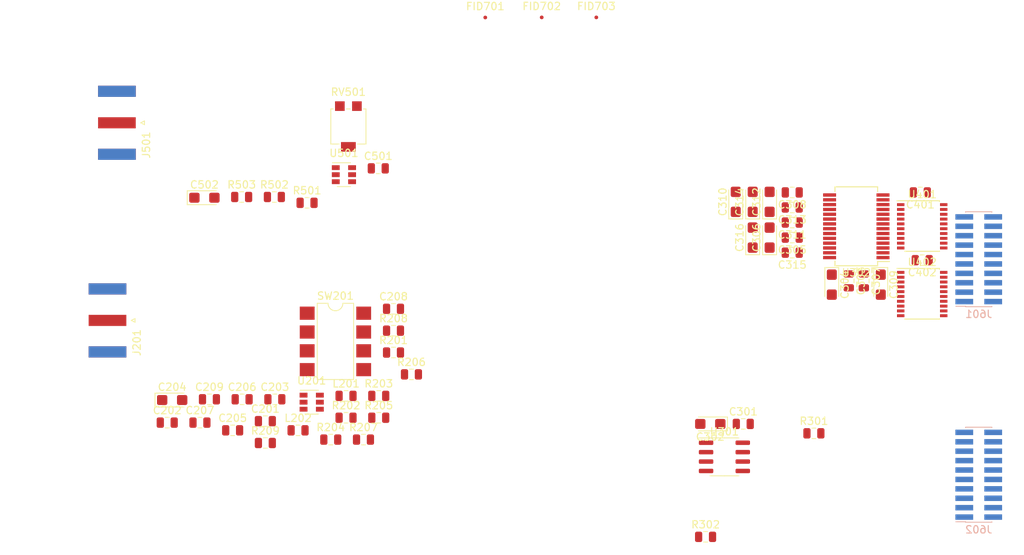
<source format=kicad_pcb>
(kicad_pcb (version 20171130) (host pcbnew "(5.1.4)-1")

  (general
    (thickness 1.6)
    (drawings 0)
    (tracks 0)
    (zones 0)
    (modules 60)
    (nets 52)
  )

  (page A4)
  (layers
    (0 F.Cu signal)
    (31 B.Cu signal)
    (32 B.Adhes user)
    (33 F.Adhes user)
    (34 B.Paste user)
    (35 F.Paste user)
    (36 B.SilkS user)
    (37 F.SilkS user)
    (38 B.Mask user)
    (39 F.Mask user)
    (40 Dwgs.User user)
    (41 Cmts.User user)
    (42 Eco1.User user)
    (43 Eco2.User user)
    (44 Edge.Cuts user)
    (45 Margin user)
    (46 B.CrtYd user)
    (47 F.CrtYd user)
    (48 B.Fab user)
    (49 F.Fab user)
  )

  (setup
    (last_trace_width 0.25)
    (trace_clearance 0.2)
    (zone_clearance 0.508)
    (zone_45_only no)
    (trace_min 0.2)
    (via_size 0.8)
    (via_drill 0.4)
    (via_min_size 0.4)
    (via_min_drill 0.3)
    (uvia_size 0.3)
    (uvia_drill 0.1)
    (uvias_allowed no)
    (uvia_min_size 0.2)
    (uvia_min_drill 0.1)
    (edge_width 0.05)
    (segment_width 0.2)
    (pcb_text_width 0.3)
    (pcb_text_size 1.5 1.5)
    (mod_edge_width 0.12)
    (mod_text_size 1 1)
    (mod_text_width 0.15)
    (pad_size 1.524 1.524)
    (pad_drill 0.762)
    (pad_to_mask_clearance 0.051)
    (solder_mask_min_width 0.25)
    (aux_axis_origin 0 0)
    (visible_elements 7FFFFFFF)
    (pcbplotparams
      (layerselection 0x010fc_ffffffff)
      (usegerberextensions false)
      (usegerberattributes false)
      (usegerberadvancedattributes false)
      (creategerberjobfile false)
      (excludeedgelayer true)
      (linewidth 0.100000)
      (plotframeref false)
      (viasonmask false)
      (mode 1)
      (useauxorigin false)
      (hpglpennumber 1)
      (hpglpenspeed 20)
      (hpglpendiameter 15.000000)
      (psnegative false)
      (psa4output false)
      (plotreference true)
      (plotvalue true)
      (plotinvisibletext false)
      (padsonsilk false)
      (subtractmaskfromsilk false)
      (outputformat 1)
      (mirror false)
      (drillshape 1)
      (scaleselection 1)
      (outputdirectory ""))
  )

  (net 0 "")
  (net 1 "Net-(C201-Pad2)")
  (net 2 /ADC/DC_OFFSET)
  (net 3 GND)
  (net 4 "Net-(C202-Pad2)")
  (net 5 +5VA)
  (net 6 "Net-(C205-Pad2)")
  (net 7 "Net-(C206-Pad1)")
  (net 8 "Net-(C208-Pad1)")
  (net 9 "Net-(C305-Pad1)")
  (net 10 +3V3)
  (net 11 "Net-(C308-Pad1)")
  (net 12 "Net-(C311-Pad1)")
  (net 13 "Net-(C313-Pad1)")
  (net 14 "Net-(C315-Pad1)")
  (net 15 "Net-(J501-Pad1)")
  (net 16 /Header/DB0)
  (net 17 /Header/DB1)
  (net 18 /Header/DB2)
  (net 19 /Header/DB3)
  (net 20 /Header/DB4)
  (net 21 /Header/DB5)
  (net 22 /Header/DB6)
  (net 23 /Header/DB7)
  (net 24 /Header/DB8)
  (net 25 /Header/DB9)
  (net 26 /Header/DB10)
  (net 27 /ADC/CLK)
  (net 28 "Net-(R202-Pad2)")
  (net 29 "Net-(R203-Pad1)")
  (net 30 "Net-(R204-Pad1)")
  (net 31 "Net-(R205-Pad1)")
  (net 32 "Net-(R206-Pad1)")
  (net 33 "Net-(R207-Pad1)")
  (net 34 "Net-(R208-Pad2)")
  (net 35 /ADC/ANALOG_IN)
  (net 36 "Net-(R301-Pad2)")
  (net 37 "Net-(R501-Pad1)")
  (net 38 "Net-(R502-Pad1)")
  (net 39 "Net-(R502-Pad2)")
  (net 40 "/Line Drivers/TRIGGER_IN")
  (net 41 "Net-(U301-Pad6)")
  (net 42 /ADC/DO9)
  (net 43 /ADC/DO8)
  (net 44 /ADC/DO7)
  (net 45 /ADC/DO6)
  (net 46 /ADC/DO5)
  (net 47 /ADC/DO4)
  (net 48 /ADC/DO3)
  (net 49 /ADC/DO2)
  (net 50 /ADC/DO1)
  (net 51 /ADC/DO0)

  (net_class Default "This is the default net class."
    (clearance 0.2)
    (trace_width 0.25)
    (via_dia 0.8)
    (via_drill 0.4)
    (uvia_dia 0.3)
    (uvia_drill 0.1)
    (add_net +3V3)
    (add_net +5VA)
    (add_net /ADC/ANALOG_IN)
    (add_net /ADC/CLK)
    (add_net /ADC/DC_OFFSET)
    (add_net /ADC/DO0)
    (add_net /ADC/DO1)
    (add_net /ADC/DO2)
    (add_net /ADC/DO3)
    (add_net /ADC/DO4)
    (add_net /ADC/DO5)
    (add_net /ADC/DO6)
    (add_net /ADC/DO7)
    (add_net /ADC/DO8)
    (add_net /ADC/DO9)
    (add_net /Header/DB0)
    (add_net /Header/DB1)
    (add_net /Header/DB10)
    (add_net /Header/DB2)
    (add_net /Header/DB3)
    (add_net /Header/DB4)
    (add_net /Header/DB5)
    (add_net /Header/DB6)
    (add_net /Header/DB7)
    (add_net /Header/DB8)
    (add_net /Header/DB9)
    (add_net "/Line Drivers/TRIGGER_IN")
    (add_net GND)
    (add_net "Net-(C201-Pad2)")
    (add_net "Net-(C202-Pad2)")
    (add_net "Net-(C205-Pad2)")
    (add_net "Net-(C206-Pad1)")
    (add_net "Net-(C208-Pad1)")
    (add_net "Net-(C305-Pad1)")
    (add_net "Net-(C308-Pad1)")
    (add_net "Net-(C311-Pad1)")
    (add_net "Net-(C313-Pad1)")
    (add_net "Net-(C315-Pad1)")
    (add_net "Net-(J501-Pad1)")
    (add_net "Net-(R202-Pad2)")
    (add_net "Net-(R203-Pad1)")
    (add_net "Net-(R204-Pad1)")
    (add_net "Net-(R205-Pad1)")
    (add_net "Net-(R206-Pad1)")
    (add_net "Net-(R207-Pad1)")
    (add_net "Net-(R208-Pad2)")
    (add_net "Net-(R301-Pad2)")
    (add_net "Net-(R501-Pad1)")
    (add_net "Net-(R502-Pad1)")
    (add_net "Net-(R502-Pad2)")
    (add_net "Net-(U301-Pad6)")
  )

  (module Capacitor_SMD:C_0805_2012Metric (layer F.Cu) (tedit 5B36C52B) (tstamp 5D6D392C)
    (at 129.870001 136.785001)
    (descr "Capacitor SMD 0805 (2012 Metric), square (rectangular) end terminal, IPC_7351 nominal, (Body size source: https://docs.google.com/spreadsheets/d/1BsfQQcO9C6DZCsRaXUlFlo91Tg2WpOkGARC1WS5S8t0/edit?usp=sharing), generated with kicad-footprint-generator")
    (tags capacitor)
    (path /5D6B6623/5D6901BD)
    (attr smd)
    (fp_text reference C201 (at 0 -1.65) (layer F.SilkS)
      (effects (font (size 1 1) (thickness 0.15)))
    )
    (fp_text value 100nF (at 0 1.65) (layer F.Fab)
      (effects (font (size 1 1) (thickness 0.15)))
    )
    (fp_text user %R (at 0 0) (layer F.Fab)
      (effects (font (size 0.5 0.5) (thickness 0.08)))
    )
    (fp_line (start 1.68 0.95) (end -1.68 0.95) (layer F.CrtYd) (width 0.05))
    (fp_line (start 1.68 -0.95) (end 1.68 0.95) (layer F.CrtYd) (width 0.05))
    (fp_line (start -1.68 -0.95) (end 1.68 -0.95) (layer F.CrtYd) (width 0.05))
    (fp_line (start -1.68 0.95) (end -1.68 -0.95) (layer F.CrtYd) (width 0.05))
    (fp_line (start -0.258578 0.71) (end 0.258578 0.71) (layer F.SilkS) (width 0.12))
    (fp_line (start -0.258578 -0.71) (end 0.258578 -0.71) (layer F.SilkS) (width 0.12))
    (fp_line (start 1 0.6) (end -1 0.6) (layer F.Fab) (width 0.1))
    (fp_line (start 1 -0.6) (end 1 0.6) (layer F.Fab) (width 0.1))
    (fp_line (start -1 -0.6) (end 1 -0.6) (layer F.Fab) (width 0.1))
    (fp_line (start -1 0.6) (end -1 -0.6) (layer F.Fab) (width 0.1))
    (pad 2 smd roundrect (at 0.9375 0) (size 0.975 1.4) (layers F.Cu F.Paste F.Mask) (roundrect_rratio 0.25)
      (net 1 "Net-(C201-Pad2)"))
    (pad 1 smd roundrect (at -0.9375 0) (size 0.975 1.4) (layers F.Cu F.Paste F.Mask) (roundrect_rratio 0.25)
      (net 2 /ADC/DC_OFFSET))
    (model ${KISYS3DMOD}/Capacitor_SMD.3dshapes/C_0805_2012Metric.wrl
      (at (xyz 0 0 0))
      (scale (xyz 1 1 1))
      (rotate (xyz 0 0 0))
    )
  )

  (module Capacitor_SMD:C_0805_2012Metric (layer F.Cu) (tedit 5B36C52B) (tstamp 5D6D393D)
    (at 116.640001 136.985001)
    (descr "Capacitor SMD 0805 (2012 Metric), square (rectangular) end terminal, IPC_7351 nominal, (Body size source: https://docs.google.com/spreadsheets/d/1BsfQQcO9C6DZCsRaXUlFlo91Tg2WpOkGARC1WS5S8t0/edit?usp=sharing), generated with kicad-footprint-generator")
    (tags capacitor)
    (path /5D6B6623/5D69C6A5)
    (attr smd)
    (fp_text reference C202 (at 0 -1.65) (layer F.SilkS)
      (effects (font (size 1 1) (thickness 0.15)))
    )
    (fp_text value 100nF (at 0 1.65) (layer F.Fab)
      (effects (font (size 1 1) (thickness 0.15)))
    )
    (fp_line (start -1 0.6) (end -1 -0.6) (layer F.Fab) (width 0.1))
    (fp_line (start -1 -0.6) (end 1 -0.6) (layer F.Fab) (width 0.1))
    (fp_line (start 1 -0.6) (end 1 0.6) (layer F.Fab) (width 0.1))
    (fp_line (start 1 0.6) (end -1 0.6) (layer F.Fab) (width 0.1))
    (fp_line (start -0.258578 -0.71) (end 0.258578 -0.71) (layer F.SilkS) (width 0.12))
    (fp_line (start -0.258578 0.71) (end 0.258578 0.71) (layer F.SilkS) (width 0.12))
    (fp_line (start -1.68 0.95) (end -1.68 -0.95) (layer F.CrtYd) (width 0.05))
    (fp_line (start -1.68 -0.95) (end 1.68 -0.95) (layer F.CrtYd) (width 0.05))
    (fp_line (start 1.68 -0.95) (end 1.68 0.95) (layer F.CrtYd) (width 0.05))
    (fp_line (start 1.68 0.95) (end -1.68 0.95) (layer F.CrtYd) (width 0.05))
    (fp_text user %R (at 0 0) (layer F.Fab)
      (effects (font (size 0.5 0.5) (thickness 0.08)))
    )
    (pad 1 smd roundrect (at -0.9375 0) (size 0.975 1.4) (layers F.Cu F.Paste F.Mask) (roundrect_rratio 0.25)
      (net 3 GND))
    (pad 2 smd roundrect (at 0.9375 0) (size 0.975 1.4) (layers F.Cu F.Paste F.Mask) (roundrect_rratio 0.25)
      (net 4 "Net-(C202-Pad2)"))
    (model ${KISYS3DMOD}/Capacitor_SMD.3dshapes/C_0805_2012Metric.wrl
      (at (xyz 0 0 0))
      (scale (xyz 1 1 1))
      (rotate (xyz 0 0 0))
    )
  )

  (module Capacitor_SMD:C_0805_2012Metric (layer F.Cu) (tedit 5B36C52B) (tstamp 5D6D394E)
    (at 131.150001 133.835001)
    (descr "Capacitor SMD 0805 (2012 Metric), square (rectangular) end terminal, IPC_7351 nominal, (Body size source: https://docs.google.com/spreadsheets/d/1BsfQQcO9C6DZCsRaXUlFlo91Tg2WpOkGARC1WS5S8t0/edit?usp=sharing), generated with kicad-footprint-generator")
    (tags capacitor)
    (path /5D6B6623/5D759048)
    (attr smd)
    (fp_text reference C203 (at 0 -1.65) (layer F.SilkS)
      (effects (font (size 1 1) (thickness 0.15)))
    )
    (fp_text value 100nF (at 0 1.65) (layer F.Fab)
      (effects (font (size 1 1) (thickness 0.15)))
    )
    (fp_line (start -1 0.6) (end -1 -0.6) (layer F.Fab) (width 0.1))
    (fp_line (start -1 -0.6) (end 1 -0.6) (layer F.Fab) (width 0.1))
    (fp_line (start 1 -0.6) (end 1 0.6) (layer F.Fab) (width 0.1))
    (fp_line (start 1 0.6) (end -1 0.6) (layer F.Fab) (width 0.1))
    (fp_line (start -0.258578 -0.71) (end 0.258578 -0.71) (layer F.SilkS) (width 0.12))
    (fp_line (start -0.258578 0.71) (end 0.258578 0.71) (layer F.SilkS) (width 0.12))
    (fp_line (start -1.68 0.95) (end -1.68 -0.95) (layer F.CrtYd) (width 0.05))
    (fp_line (start -1.68 -0.95) (end 1.68 -0.95) (layer F.CrtYd) (width 0.05))
    (fp_line (start 1.68 -0.95) (end 1.68 0.95) (layer F.CrtYd) (width 0.05))
    (fp_line (start 1.68 0.95) (end -1.68 0.95) (layer F.CrtYd) (width 0.05))
    (fp_text user %R (at 0 0) (layer F.Fab)
      (effects (font (size 0.5 0.5) (thickness 0.08)))
    )
    (pad 1 smd roundrect (at -0.9375 0) (size 0.975 1.4) (layers F.Cu F.Paste F.Mask) (roundrect_rratio 0.25)
      (net 3 GND))
    (pad 2 smd roundrect (at 0.9375 0) (size 0.975 1.4) (layers F.Cu F.Paste F.Mask) (roundrect_rratio 0.25)
      (net 5 +5VA))
    (model ${KISYS3DMOD}/Capacitor_SMD.3dshapes/C_0805_2012Metric.wrl
      (at (xyz 0 0 0))
      (scale (xyz 1 1 1))
      (rotate (xyz 0 0 0))
    )
  )

  (module Capacitor_Tantalum_SMD:CP_EIA-3216-18_Kemet-A (layer F.Cu) (tedit 5B301BBE) (tstamp 5D6D3961)
    (at 117.305001 133.935001)
    (descr "Tantalum Capacitor SMD Kemet-A (3216-18 Metric), IPC_7351 nominal, (Body size from: http://www.kemet.com/Lists/ProductCatalog/Attachments/253/KEM_TC101_STD.pdf), generated with kicad-footprint-generator")
    (tags "capacitor tantalum")
    (path /5D6B6623/5D75D50A)
    (attr smd)
    (fp_text reference C204 (at 0 -1.75) (layer F.SilkS)
      (effects (font (size 1 1) (thickness 0.15)))
    )
    (fp_text value "2.2uF Tant" (at 0 1.75) (layer F.Fab)
      (effects (font (size 1 1) (thickness 0.15)))
    )
    (fp_line (start 1.6 -0.8) (end -1.2 -0.8) (layer F.Fab) (width 0.1))
    (fp_line (start -1.2 -0.8) (end -1.6 -0.4) (layer F.Fab) (width 0.1))
    (fp_line (start -1.6 -0.4) (end -1.6 0.8) (layer F.Fab) (width 0.1))
    (fp_line (start -1.6 0.8) (end 1.6 0.8) (layer F.Fab) (width 0.1))
    (fp_line (start 1.6 0.8) (end 1.6 -0.8) (layer F.Fab) (width 0.1))
    (fp_line (start 1.6 -0.935) (end -2.31 -0.935) (layer F.SilkS) (width 0.12))
    (fp_line (start -2.31 -0.935) (end -2.31 0.935) (layer F.SilkS) (width 0.12))
    (fp_line (start -2.31 0.935) (end 1.6 0.935) (layer F.SilkS) (width 0.12))
    (fp_line (start -2.3 1.05) (end -2.3 -1.05) (layer F.CrtYd) (width 0.05))
    (fp_line (start -2.3 -1.05) (end 2.3 -1.05) (layer F.CrtYd) (width 0.05))
    (fp_line (start 2.3 -1.05) (end 2.3 1.05) (layer F.CrtYd) (width 0.05))
    (fp_line (start 2.3 1.05) (end -2.3 1.05) (layer F.CrtYd) (width 0.05))
    (fp_text user %R (at 0 0) (layer F.Fab)
      (effects (font (size 0.8 0.8) (thickness 0.12)))
    )
    (pad 1 smd roundrect (at -1.35 0) (size 1.4 1.35) (layers F.Cu F.Paste F.Mask) (roundrect_rratio 0.185185)
      (net 5 +5VA))
    (pad 2 smd roundrect (at 1.35 0) (size 1.4 1.35) (layers F.Cu F.Paste F.Mask) (roundrect_rratio 0.185185)
      (net 3 GND))
    (model ${KISYS3DMOD}/Capacitor_Tantalum_SMD.3dshapes/CP_EIA-3216-18_Kemet-A.wrl
      (at (xyz 0 0 0))
      (scale (xyz 1 1 1))
      (rotate (xyz 0 0 0))
    )
  )

  (module Capacitor_SMD:C_0805_2012Metric (layer F.Cu) (tedit 5B36C52B) (tstamp 5D6D3972)
    (at 125.460001 138.025001)
    (descr "Capacitor SMD 0805 (2012 Metric), square (rectangular) end terminal, IPC_7351 nominal, (Body size source: https://docs.google.com/spreadsheets/d/1BsfQQcO9C6DZCsRaXUlFlo91Tg2WpOkGARC1WS5S8t0/edit?usp=sharing), generated with kicad-footprint-generator")
    (tags capacitor)
    (path /5D6B6623/5D6C5AEC)
    (attr smd)
    (fp_text reference C205 (at 0 -1.65) (layer F.SilkS)
      (effects (font (size 1 1) (thickness 0.15)))
    )
    (fp_text value 330pF (at 0 1.65) (layer F.Fab)
      (effects (font (size 1 1) (thickness 0.15)))
    )
    (fp_text user %R (at 0 0) (layer F.Fab)
      (effects (font (size 0.5 0.5) (thickness 0.08)))
    )
    (fp_line (start 1.68 0.95) (end -1.68 0.95) (layer F.CrtYd) (width 0.05))
    (fp_line (start 1.68 -0.95) (end 1.68 0.95) (layer F.CrtYd) (width 0.05))
    (fp_line (start -1.68 -0.95) (end 1.68 -0.95) (layer F.CrtYd) (width 0.05))
    (fp_line (start -1.68 0.95) (end -1.68 -0.95) (layer F.CrtYd) (width 0.05))
    (fp_line (start -0.258578 0.71) (end 0.258578 0.71) (layer F.SilkS) (width 0.12))
    (fp_line (start -0.258578 -0.71) (end 0.258578 -0.71) (layer F.SilkS) (width 0.12))
    (fp_line (start 1 0.6) (end -1 0.6) (layer F.Fab) (width 0.1))
    (fp_line (start 1 -0.6) (end 1 0.6) (layer F.Fab) (width 0.1))
    (fp_line (start -1 -0.6) (end 1 -0.6) (layer F.Fab) (width 0.1))
    (fp_line (start -1 0.6) (end -1 -0.6) (layer F.Fab) (width 0.1))
    (pad 2 smd roundrect (at 0.9375 0) (size 0.975 1.4) (layers F.Cu F.Paste F.Mask) (roundrect_rratio 0.25)
      (net 6 "Net-(C205-Pad2)"))
    (pad 1 smd roundrect (at -0.9375 0) (size 0.975 1.4) (layers F.Cu F.Paste F.Mask) (roundrect_rratio 0.25)
      (net 3 GND))
    (model ${KISYS3DMOD}/Capacitor_SMD.3dshapes/C_0805_2012Metric.wrl
      (at (xyz 0 0 0))
      (scale (xyz 1 1 1))
      (rotate (xyz 0 0 0))
    )
  )

  (module Capacitor_SMD:C_0805_2012Metric (layer F.Cu) (tedit 5B36C52B) (tstamp 5D6D3983)
    (at 126.740001 133.835001)
    (descr "Capacitor SMD 0805 (2012 Metric), square (rectangular) end terminal, IPC_7351 nominal, (Body size source: https://docs.google.com/spreadsheets/d/1BsfQQcO9C6DZCsRaXUlFlo91Tg2WpOkGARC1WS5S8t0/edit?usp=sharing), generated with kicad-footprint-generator")
    (tags capacitor)
    (path /5D6B6623/5D6C3BD1)
    (attr smd)
    (fp_text reference C206 (at 0 -1.65) (layer F.SilkS)
      (effects (font (size 1 1) (thickness 0.15)))
    )
    (fp_text value 33pF (at 0 1.65) (layer F.Fab)
      (effects (font (size 1 1) (thickness 0.15)))
    )
    (fp_text user %R (at 0 0) (layer F.Fab)
      (effects (font (size 0.5 0.5) (thickness 0.08)))
    )
    (fp_line (start 1.68 0.95) (end -1.68 0.95) (layer F.CrtYd) (width 0.05))
    (fp_line (start 1.68 -0.95) (end 1.68 0.95) (layer F.CrtYd) (width 0.05))
    (fp_line (start -1.68 -0.95) (end 1.68 -0.95) (layer F.CrtYd) (width 0.05))
    (fp_line (start -1.68 0.95) (end -1.68 -0.95) (layer F.CrtYd) (width 0.05))
    (fp_line (start -0.258578 0.71) (end 0.258578 0.71) (layer F.SilkS) (width 0.12))
    (fp_line (start -0.258578 -0.71) (end 0.258578 -0.71) (layer F.SilkS) (width 0.12))
    (fp_line (start 1 0.6) (end -1 0.6) (layer F.Fab) (width 0.1))
    (fp_line (start 1 -0.6) (end 1 0.6) (layer F.Fab) (width 0.1))
    (fp_line (start -1 -0.6) (end 1 -0.6) (layer F.Fab) (width 0.1))
    (fp_line (start -1 0.6) (end -1 -0.6) (layer F.Fab) (width 0.1))
    (pad 2 smd roundrect (at 0.9375 0) (size 0.975 1.4) (layers F.Cu F.Paste F.Mask) (roundrect_rratio 0.25)
      (net 6 "Net-(C205-Pad2)"))
    (pad 1 smd roundrect (at -0.9375 0) (size 0.975 1.4) (layers F.Cu F.Paste F.Mask) (roundrect_rratio 0.25)
      (net 7 "Net-(C206-Pad1)"))
    (model ${KISYS3DMOD}/Capacitor_SMD.3dshapes/C_0805_2012Metric.wrl
      (at (xyz 0 0 0))
      (scale (xyz 1 1 1))
      (rotate (xyz 0 0 0))
    )
  )

  (module Capacitor_SMD:C_0805_2012Metric (layer F.Cu) (tedit 5B36C52B) (tstamp 5D6D3994)
    (at 121.050001 136.985001)
    (descr "Capacitor SMD 0805 (2012 Metric), square (rectangular) end terminal, IPC_7351 nominal, (Body size source: https://docs.google.com/spreadsheets/d/1BsfQQcO9C6DZCsRaXUlFlo91Tg2WpOkGARC1WS5S8t0/edit?usp=sharing), generated with kicad-footprint-generator")
    (tags capacitor)
    (path /5D6B6623/5D6C67B1)
    (attr smd)
    (fp_text reference C207 (at 0 -1.65) (layer F.SilkS)
      (effects (font (size 1 1) (thickness 0.15)))
    )
    (fp_text value 470pF (at 0 1.65) (layer F.Fab)
      (effects (font (size 1 1) (thickness 0.15)))
    )
    (fp_line (start -1 0.6) (end -1 -0.6) (layer F.Fab) (width 0.1))
    (fp_line (start -1 -0.6) (end 1 -0.6) (layer F.Fab) (width 0.1))
    (fp_line (start 1 -0.6) (end 1 0.6) (layer F.Fab) (width 0.1))
    (fp_line (start 1 0.6) (end -1 0.6) (layer F.Fab) (width 0.1))
    (fp_line (start -0.258578 -0.71) (end 0.258578 -0.71) (layer F.SilkS) (width 0.12))
    (fp_line (start -0.258578 0.71) (end 0.258578 0.71) (layer F.SilkS) (width 0.12))
    (fp_line (start -1.68 0.95) (end -1.68 -0.95) (layer F.CrtYd) (width 0.05))
    (fp_line (start -1.68 -0.95) (end 1.68 -0.95) (layer F.CrtYd) (width 0.05))
    (fp_line (start 1.68 -0.95) (end 1.68 0.95) (layer F.CrtYd) (width 0.05))
    (fp_line (start 1.68 0.95) (end -1.68 0.95) (layer F.CrtYd) (width 0.05))
    (fp_text user %R (at 0 0) (layer F.Fab)
      (effects (font (size 0.5 0.5) (thickness 0.08)))
    )
    (pad 1 smd roundrect (at -0.9375 0) (size 0.975 1.4) (layers F.Cu F.Paste F.Mask) (roundrect_rratio 0.25)
      (net 3 GND))
    (pad 2 smd roundrect (at 0.9375 0) (size 0.975 1.4) (layers F.Cu F.Paste F.Mask) (roundrect_rratio 0.25)
      (net 7 "Net-(C206-Pad1)"))
    (model ${KISYS3DMOD}/Capacitor_SMD.3dshapes/C_0805_2012Metric.wrl
      (at (xyz 0 0 0))
      (scale (xyz 1 1 1))
      (rotate (xyz 0 0 0))
    )
  )

  (module Capacitor_SMD:C_0805_2012Metric (layer F.Cu) (tedit 5B36C52B) (tstamp 5D6D39A5)
    (at 147.150001 121.625001)
    (descr "Capacitor SMD 0805 (2012 Metric), square (rectangular) end terminal, IPC_7351 nominal, (Body size source: https://docs.google.com/spreadsheets/d/1BsfQQcO9C6DZCsRaXUlFlo91Tg2WpOkGARC1WS5S8t0/edit?usp=sharing), generated with kicad-footprint-generator")
    (tags capacitor)
    (path /5D6B6623/5D6C566A)
    (attr smd)
    (fp_text reference C208 (at 0 -1.65) (layer F.SilkS)
      (effects (font (size 1 1) (thickness 0.15)))
    )
    (fp_text value 100pF (at 0 1.65) (layer F.Fab)
      (effects (font (size 1 1) (thickness 0.15)))
    )
    (fp_line (start -1 0.6) (end -1 -0.6) (layer F.Fab) (width 0.1))
    (fp_line (start -1 -0.6) (end 1 -0.6) (layer F.Fab) (width 0.1))
    (fp_line (start 1 -0.6) (end 1 0.6) (layer F.Fab) (width 0.1))
    (fp_line (start 1 0.6) (end -1 0.6) (layer F.Fab) (width 0.1))
    (fp_line (start -0.258578 -0.71) (end 0.258578 -0.71) (layer F.SilkS) (width 0.12))
    (fp_line (start -0.258578 0.71) (end 0.258578 0.71) (layer F.SilkS) (width 0.12))
    (fp_line (start -1.68 0.95) (end -1.68 -0.95) (layer F.CrtYd) (width 0.05))
    (fp_line (start -1.68 -0.95) (end 1.68 -0.95) (layer F.CrtYd) (width 0.05))
    (fp_line (start 1.68 -0.95) (end 1.68 0.95) (layer F.CrtYd) (width 0.05))
    (fp_line (start 1.68 0.95) (end -1.68 0.95) (layer F.CrtYd) (width 0.05))
    (fp_text user %R (at 0 0) (layer F.Fab)
      (effects (font (size 0.5 0.5) (thickness 0.08)))
    )
    (pad 1 smd roundrect (at -0.9375 0) (size 0.975 1.4) (layers F.Cu F.Paste F.Mask) (roundrect_rratio 0.25)
      (net 8 "Net-(C208-Pad1)"))
    (pad 2 smd roundrect (at 0.9375 0) (size 0.975 1.4) (layers F.Cu F.Paste F.Mask) (roundrect_rratio 0.25)
      (net 7 "Net-(C206-Pad1)"))
    (model ${KISYS3DMOD}/Capacitor_SMD.3dshapes/C_0805_2012Metric.wrl
      (at (xyz 0 0 0))
      (scale (xyz 1 1 1))
      (rotate (xyz 0 0 0))
    )
  )

  (module Capacitor_SMD:C_0805_2012Metric (layer F.Cu) (tedit 5B36C52B) (tstamp 5D6D39B6)
    (at 122.330001 133.835001)
    (descr "Capacitor SMD 0805 (2012 Metric), square (rectangular) end terminal, IPC_7351 nominal, (Body size source: https://docs.google.com/spreadsheets/d/1BsfQQcO9C6DZCsRaXUlFlo91Tg2WpOkGARC1WS5S8t0/edit?usp=sharing), generated with kicad-footprint-generator")
    (tags capacitor)
    (path /5D6B6623/5D6C6C67)
    (attr smd)
    (fp_text reference C209 (at 0 -1.65) (layer F.SilkS)
      (effects (font (size 1 1) (thickness 0.15)))
    )
    (fp_text value 270pF (at 0 1.65) (layer F.Fab)
      (effects (font (size 1 1) (thickness 0.15)))
    )
    (fp_text user %R (at 0 0) (layer F.Fab)
      (effects (font (size 0.5 0.5) (thickness 0.08)))
    )
    (fp_line (start 1.68 0.95) (end -1.68 0.95) (layer F.CrtYd) (width 0.05))
    (fp_line (start 1.68 -0.95) (end 1.68 0.95) (layer F.CrtYd) (width 0.05))
    (fp_line (start -1.68 -0.95) (end 1.68 -0.95) (layer F.CrtYd) (width 0.05))
    (fp_line (start -1.68 0.95) (end -1.68 -0.95) (layer F.CrtYd) (width 0.05))
    (fp_line (start -0.258578 0.71) (end 0.258578 0.71) (layer F.SilkS) (width 0.12))
    (fp_line (start -0.258578 -0.71) (end 0.258578 -0.71) (layer F.SilkS) (width 0.12))
    (fp_line (start 1 0.6) (end -1 0.6) (layer F.Fab) (width 0.1))
    (fp_line (start 1 -0.6) (end 1 0.6) (layer F.Fab) (width 0.1))
    (fp_line (start -1 -0.6) (end 1 -0.6) (layer F.Fab) (width 0.1))
    (fp_line (start -1 0.6) (end -1 -0.6) (layer F.Fab) (width 0.1))
    (pad 2 smd roundrect (at 0.9375 0) (size 0.975 1.4) (layers F.Cu F.Paste F.Mask) (roundrect_rratio 0.25)
      (net 8 "Net-(C208-Pad1)"))
    (pad 1 smd roundrect (at -0.9375 0) (size 0.975 1.4) (layers F.Cu F.Paste F.Mask) (roundrect_rratio 0.25)
      (net 3 GND))
    (model ${KISYS3DMOD}/Capacitor_SMD.3dshapes/C_0805_2012Metric.wrl
      (at (xyz 0 0 0))
      (scale (xyz 1 1 1))
      (rotate (xyz 0 0 0))
    )
  )

  (module Capacitor_SMD:C_0805_2012Metric (layer F.Cu) (tedit 5B36C52B) (tstamp 5D6D6D41)
    (at 194.31 137.16)
    (descr "Capacitor SMD 0805 (2012 Metric), square (rectangular) end terminal, IPC_7351 nominal, (Body size source: https://docs.google.com/spreadsheets/d/1BsfQQcO9C6DZCsRaXUlFlo91Tg2WpOkGARC1WS5S8t0/edit?usp=sharing), generated with kicad-footprint-generator")
    (tags capacitor)
    (path /5D7040C0/5D920D40)
    (attr smd)
    (fp_text reference C301 (at 0 -1.65) (layer F.SilkS)
      (effects (font (size 1 1) (thickness 0.15)))
    )
    (fp_text value 100nF (at 0 1.65) (layer F.Fab)
      (effects (font (size 1 1) (thickness 0.15)))
    )
    (fp_line (start -1 0.6) (end -1 -0.6) (layer F.Fab) (width 0.1))
    (fp_line (start -1 -0.6) (end 1 -0.6) (layer F.Fab) (width 0.1))
    (fp_line (start 1 -0.6) (end 1 0.6) (layer F.Fab) (width 0.1))
    (fp_line (start 1 0.6) (end -1 0.6) (layer F.Fab) (width 0.1))
    (fp_line (start -0.258578 -0.71) (end 0.258578 -0.71) (layer F.SilkS) (width 0.12))
    (fp_line (start -0.258578 0.71) (end 0.258578 0.71) (layer F.SilkS) (width 0.12))
    (fp_line (start -1.68 0.95) (end -1.68 -0.95) (layer F.CrtYd) (width 0.05))
    (fp_line (start -1.68 -0.95) (end 1.68 -0.95) (layer F.CrtYd) (width 0.05))
    (fp_line (start 1.68 -0.95) (end 1.68 0.95) (layer F.CrtYd) (width 0.05))
    (fp_line (start 1.68 0.95) (end -1.68 0.95) (layer F.CrtYd) (width 0.05))
    (fp_text user %R (at 0 0) (layer F.Fab)
      (effects (font (size 0.5 0.5) (thickness 0.08)))
    )
    (pad 1 smd roundrect (at -0.9375 0) (size 0.975 1.4) (layers F.Cu F.Paste F.Mask) (roundrect_rratio 0.25)
      (net 5 +5VA))
    (pad 2 smd roundrect (at 0.9375 0) (size 0.975 1.4) (layers F.Cu F.Paste F.Mask) (roundrect_rratio 0.25)
      (net 3 GND))
    (model ${KISYS3DMOD}/Capacitor_SMD.3dshapes/C_0805_2012Metric.wrl
      (at (xyz 0 0 0))
      (scale (xyz 1 1 1))
      (rotate (xyz 0 0 0))
    )
  )

  (module Capacitor_Tantalum_SMD:CP_EIA-3216-18_Kemet-A (layer F.Cu) (tedit 5B301BBE) (tstamp 5D6D66EA)
    (at 189.865 137.16 180)
    (descr "Tantalum Capacitor SMD Kemet-A (3216-18 Metric), IPC_7351 nominal, (Body size from: http://www.kemet.com/Lists/ProductCatalog/Attachments/253/KEM_TC101_STD.pdf), generated with kicad-footprint-generator")
    (tags "capacitor tantalum")
    (path /5D7040C0/5D920D36)
    (attr smd)
    (fp_text reference C302 (at 0 -1.75) (layer F.SilkS)
      (effects (font (size 1 1) (thickness 0.15)))
    )
    (fp_text value "2.2uF Tant" (at 0 1.75) (layer F.Fab)
      (effects (font (size 1 1) (thickness 0.15)))
    )
    (fp_line (start 1.6 -0.8) (end -1.2 -0.8) (layer F.Fab) (width 0.1))
    (fp_line (start -1.2 -0.8) (end -1.6 -0.4) (layer F.Fab) (width 0.1))
    (fp_line (start -1.6 -0.4) (end -1.6 0.8) (layer F.Fab) (width 0.1))
    (fp_line (start -1.6 0.8) (end 1.6 0.8) (layer F.Fab) (width 0.1))
    (fp_line (start 1.6 0.8) (end 1.6 -0.8) (layer F.Fab) (width 0.1))
    (fp_line (start 1.6 -0.935) (end -2.31 -0.935) (layer F.SilkS) (width 0.12))
    (fp_line (start -2.31 -0.935) (end -2.31 0.935) (layer F.SilkS) (width 0.12))
    (fp_line (start -2.31 0.935) (end 1.6 0.935) (layer F.SilkS) (width 0.12))
    (fp_line (start -2.3 1.05) (end -2.3 -1.05) (layer F.CrtYd) (width 0.05))
    (fp_line (start -2.3 -1.05) (end 2.3 -1.05) (layer F.CrtYd) (width 0.05))
    (fp_line (start 2.3 -1.05) (end 2.3 1.05) (layer F.CrtYd) (width 0.05))
    (fp_line (start 2.3 1.05) (end -2.3 1.05) (layer F.CrtYd) (width 0.05))
    (fp_text user %R (at 0 0) (layer F.Fab)
      (effects (font (size 0.8 0.8) (thickness 0.12)))
    )
    (pad 1 smd roundrect (at -1.35 0 180) (size 1.4 1.35) (layers F.Cu F.Paste F.Mask) (roundrect_rratio 0.185185)
      (net 5 +5VA))
    (pad 2 smd roundrect (at 1.35 0 180) (size 1.4 1.35) (layers F.Cu F.Paste F.Mask) (roundrect_rratio 0.185185)
      (net 3 GND))
    (model ${KISYS3DMOD}/Capacitor_Tantalum_SMD.3dshapes/CP_EIA-3216-18_Kemet-A.wrl
      (at (xyz 0 0 0))
      (scale (xyz 1 1 1))
      (rotate (xyz 0 0 0))
    )
  )

  (module Capacitor_SMD:C_0805_2012Metric (layer F.Cu) (tedit 5B36C52B) (tstamp 5D6D7556)
    (at 208.534 117.856 270)
    (descr "Capacitor SMD 0805 (2012 Metric), square (rectangular) end terminal, IPC_7351 nominal, (Body size source: https://docs.google.com/spreadsheets/d/1BsfQQcO9C6DZCsRaXUlFlo91Tg2WpOkGARC1WS5S8t0/edit?usp=sharing), generated with kicad-footprint-generator")
    (tags capacitor)
    (path /5D7040C0/5D92F00A)
    (attr smd)
    (fp_text reference C303 (at 0 -1.65 90) (layer F.SilkS)
      (effects (font (size 1 1) (thickness 0.15)))
    )
    (fp_text value 100nF (at 0 1.65 90) (layer F.Fab)
      (effects (font (size 1 1) (thickness 0.15)))
    )
    (fp_line (start -1 0.6) (end -1 -0.6) (layer F.Fab) (width 0.1))
    (fp_line (start -1 -0.6) (end 1 -0.6) (layer F.Fab) (width 0.1))
    (fp_line (start 1 -0.6) (end 1 0.6) (layer F.Fab) (width 0.1))
    (fp_line (start 1 0.6) (end -1 0.6) (layer F.Fab) (width 0.1))
    (fp_line (start -0.258578 -0.71) (end 0.258578 -0.71) (layer F.SilkS) (width 0.12))
    (fp_line (start -0.258578 0.71) (end 0.258578 0.71) (layer F.SilkS) (width 0.12))
    (fp_line (start -1.68 0.95) (end -1.68 -0.95) (layer F.CrtYd) (width 0.05))
    (fp_line (start -1.68 -0.95) (end 1.68 -0.95) (layer F.CrtYd) (width 0.05))
    (fp_line (start 1.68 -0.95) (end 1.68 0.95) (layer F.CrtYd) (width 0.05))
    (fp_line (start 1.68 0.95) (end -1.68 0.95) (layer F.CrtYd) (width 0.05))
    (fp_text user %R (at 0 0 90) (layer F.Fab)
      (effects (font (size 0.5 0.5) (thickness 0.08)))
    )
    (pad 1 smd roundrect (at -0.9375 0 270) (size 0.975 1.4) (layers F.Cu F.Paste F.Mask) (roundrect_rratio 0.25)
      (net 5 +5VA))
    (pad 2 smd roundrect (at 0.9375 0 270) (size 0.975 1.4) (layers F.Cu F.Paste F.Mask) (roundrect_rratio 0.25)
      (net 3 GND))
    (model ${KISYS3DMOD}/Capacitor_SMD.3dshapes/C_0805_2012Metric.wrl
      (at (xyz 0 0 0))
      (scale (xyz 1 1 1))
      (rotate (xyz 0 0 0))
    )
  )

  (module Capacitor_Tantalum_SMD:CP_EIA-3216-18_Kemet-A (layer F.Cu) (tedit 5B301BBE) (tstamp 5D6D39FE)
    (at 206.248 118.364 270)
    (descr "Tantalum Capacitor SMD Kemet-A (3216-18 Metric), IPC_7351 nominal, (Body size from: http://www.kemet.com/Lists/ProductCatalog/Attachments/253/KEM_TC101_STD.pdf), generated with kicad-footprint-generator")
    (tags "capacitor tantalum")
    (path /5D7040C0/5D92F000)
    (attr smd)
    (fp_text reference C304 (at 0 -1.75 90) (layer F.SilkS)
      (effects (font (size 1 1) (thickness 0.15)))
    )
    (fp_text value "2.2uF Tant" (at 0 1.75 90) (layer F.Fab)
      (effects (font (size 1 1) (thickness 0.15)))
    )
    (fp_line (start 1.6 -0.8) (end -1.2 -0.8) (layer F.Fab) (width 0.1))
    (fp_line (start -1.2 -0.8) (end -1.6 -0.4) (layer F.Fab) (width 0.1))
    (fp_line (start -1.6 -0.4) (end -1.6 0.8) (layer F.Fab) (width 0.1))
    (fp_line (start -1.6 0.8) (end 1.6 0.8) (layer F.Fab) (width 0.1))
    (fp_line (start 1.6 0.8) (end 1.6 -0.8) (layer F.Fab) (width 0.1))
    (fp_line (start 1.6 -0.935) (end -2.31 -0.935) (layer F.SilkS) (width 0.12))
    (fp_line (start -2.31 -0.935) (end -2.31 0.935) (layer F.SilkS) (width 0.12))
    (fp_line (start -2.31 0.935) (end 1.6 0.935) (layer F.SilkS) (width 0.12))
    (fp_line (start -2.3 1.05) (end -2.3 -1.05) (layer F.CrtYd) (width 0.05))
    (fp_line (start -2.3 -1.05) (end 2.3 -1.05) (layer F.CrtYd) (width 0.05))
    (fp_line (start 2.3 -1.05) (end 2.3 1.05) (layer F.CrtYd) (width 0.05))
    (fp_line (start 2.3 1.05) (end -2.3 1.05) (layer F.CrtYd) (width 0.05))
    (fp_text user %R (at 0 0 90) (layer F.Fab)
      (effects (font (size 0.8 0.8) (thickness 0.12)))
    )
    (pad 1 smd roundrect (at -1.35 0 270) (size 1.4 1.35) (layers F.Cu F.Paste F.Mask) (roundrect_rratio 0.185185)
      (net 5 +5VA))
    (pad 2 smd roundrect (at 1.35 0 270) (size 1.4 1.35) (layers F.Cu F.Paste F.Mask) (roundrect_rratio 0.185185)
      (net 3 GND))
    (model ${KISYS3DMOD}/Capacitor_Tantalum_SMD.3dshapes/CP_EIA-3216-18_Kemet-A.wrl
      (at (xyz 0 0 0))
      (scale (xyz 1 1 1))
      (rotate (xyz 0 0 0))
    )
  )

  (module Capacitor_SMD:C_0805_2012Metric (layer F.Cu) (tedit 5B36C52B) (tstamp 5D6D6CE0)
    (at 200.914 112.014 180)
    (descr "Capacitor SMD 0805 (2012 Metric), square (rectangular) end terminal, IPC_7351 nominal, (Body size source: https://docs.google.com/spreadsheets/d/1BsfQQcO9C6DZCsRaXUlFlo91Tg2WpOkGARC1WS5S8t0/edit?usp=sharing), generated with kicad-footprint-generator")
    (tags capacitor)
    (path /5D7040C0/5D7F1310)
    (attr smd)
    (fp_text reference C305 (at 0 -1.65) (layer F.SilkS)
      (effects (font (size 1 1) (thickness 0.15)))
    )
    (fp_text value 100nF (at 0 1.65) (layer F.Fab)
      (effects (font (size 1 1) (thickness 0.15)))
    )
    (fp_line (start -1 0.6) (end -1 -0.6) (layer F.Fab) (width 0.1))
    (fp_line (start -1 -0.6) (end 1 -0.6) (layer F.Fab) (width 0.1))
    (fp_line (start 1 -0.6) (end 1 0.6) (layer F.Fab) (width 0.1))
    (fp_line (start 1 0.6) (end -1 0.6) (layer F.Fab) (width 0.1))
    (fp_line (start -0.258578 -0.71) (end 0.258578 -0.71) (layer F.SilkS) (width 0.12))
    (fp_line (start -0.258578 0.71) (end 0.258578 0.71) (layer F.SilkS) (width 0.12))
    (fp_line (start -1.68 0.95) (end -1.68 -0.95) (layer F.CrtYd) (width 0.05))
    (fp_line (start -1.68 -0.95) (end 1.68 -0.95) (layer F.CrtYd) (width 0.05))
    (fp_line (start 1.68 -0.95) (end 1.68 0.95) (layer F.CrtYd) (width 0.05))
    (fp_line (start 1.68 0.95) (end -1.68 0.95) (layer F.CrtYd) (width 0.05))
    (fp_text user %R (at 0 0) (layer F.Fab)
      (effects (font (size 0.5 0.5) (thickness 0.08)))
    )
    (pad 1 smd roundrect (at -0.9375 0 180) (size 0.975 1.4) (layers F.Cu F.Paste F.Mask) (roundrect_rratio 0.25)
      (net 9 "Net-(C305-Pad1)"))
    (pad 2 smd roundrect (at 0.9375 0 180) (size 0.975 1.4) (layers F.Cu F.Paste F.Mask) (roundrect_rratio 0.25)
      (net 3 GND))
    (model ${KISYS3DMOD}/Capacitor_SMD.3dshapes/C_0805_2012Metric.wrl
      (at (xyz 0 0 0))
      (scale (xyz 1 1 1))
      (rotate (xyz 0 0 0))
    )
  )

  (module Capacitor_Tantalum_SMD:CP_EIA-3216-18_Kemet-A (layer F.Cu) (tedit 5B301BBE) (tstamp 5D6D6545)
    (at 197.866 112.014 90)
    (descr "Tantalum Capacitor SMD Kemet-A (3216-18 Metric), IPC_7351 nominal, (Body size from: http://www.kemet.com/Lists/ProductCatalog/Attachments/253/KEM_TC101_STD.pdf), generated with kicad-footprint-generator")
    (tags "capacitor tantalum")
    (path /5D7040C0/5D7F1306)
    (attr smd)
    (fp_text reference C306 (at 0 -1.75 90) (layer F.SilkS)
      (effects (font (size 1 1) (thickness 0.15)))
    )
    (fp_text value "2.2uF Tant" (at 0 1.75 90) (layer F.Fab)
      (effects (font (size 1 1) (thickness 0.15)))
    )
    (fp_text user %R (at 0 0 90) (layer F.Fab)
      (effects (font (size 0.8 0.8) (thickness 0.12)))
    )
    (fp_line (start 2.3 1.05) (end -2.3 1.05) (layer F.CrtYd) (width 0.05))
    (fp_line (start 2.3 -1.05) (end 2.3 1.05) (layer F.CrtYd) (width 0.05))
    (fp_line (start -2.3 -1.05) (end 2.3 -1.05) (layer F.CrtYd) (width 0.05))
    (fp_line (start -2.3 1.05) (end -2.3 -1.05) (layer F.CrtYd) (width 0.05))
    (fp_line (start -2.31 0.935) (end 1.6 0.935) (layer F.SilkS) (width 0.12))
    (fp_line (start -2.31 -0.935) (end -2.31 0.935) (layer F.SilkS) (width 0.12))
    (fp_line (start 1.6 -0.935) (end -2.31 -0.935) (layer F.SilkS) (width 0.12))
    (fp_line (start 1.6 0.8) (end 1.6 -0.8) (layer F.Fab) (width 0.1))
    (fp_line (start -1.6 0.8) (end 1.6 0.8) (layer F.Fab) (width 0.1))
    (fp_line (start -1.6 -0.4) (end -1.6 0.8) (layer F.Fab) (width 0.1))
    (fp_line (start -1.2 -0.8) (end -1.6 -0.4) (layer F.Fab) (width 0.1))
    (fp_line (start 1.6 -0.8) (end -1.2 -0.8) (layer F.Fab) (width 0.1))
    (pad 2 smd roundrect (at 1.35 0 90) (size 1.4 1.35) (layers F.Cu F.Paste F.Mask) (roundrect_rratio 0.185185)
      (net 3 GND))
    (pad 1 smd roundrect (at -1.35 0 90) (size 1.4 1.35) (layers F.Cu F.Paste F.Mask) (roundrect_rratio 0.185185)
      (net 9 "Net-(C305-Pad1)"))
    (model ${KISYS3DMOD}/Capacitor_Tantalum_SMD.3dshapes/CP_EIA-3216-18_Kemet-A.wrl
      (at (xyz 0 0 0))
      (scale (xyz 1 1 1))
      (rotate (xyz 0 0 0))
    )
  )

  (module Capacitor_SMD:C_0805_2012Metric (layer F.Cu) (tedit 5B36C52B) (tstamp 5D6D6B79)
    (at 210.566 117.856 270)
    (descr "Capacitor SMD 0805 (2012 Metric), square (rectangular) end terminal, IPC_7351 nominal, (Body size source: https://docs.google.com/spreadsheets/d/1BsfQQcO9C6DZCsRaXUlFlo91Tg2WpOkGARC1WS5S8t0/edit?usp=sharing), generated with kicad-footprint-generator")
    (tags capacitor)
    (path /5D7040C0/5D9C6D6C)
    (attr smd)
    (fp_text reference C307 (at 0 -1.65 90) (layer F.SilkS)
      (effects (font (size 1 1) (thickness 0.15)))
    )
    (fp_text value 100nF (at 0 1.65 90) (layer F.Fab)
      (effects (font (size 1 1) (thickness 0.15)))
    )
    (fp_text user %R (at 0 0 90) (layer F.Fab)
      (effects (font (size 0.5 0.5) (thickness 0.08)))
    )
    (fp_line (start 1.68 0.95) (end -1.68 0.95) (layer F.CrtYd) (width 0.05))
    (fp_line (start 1.68 -0.95) (end 1.68 0.95) (layer F.CrtYd) (width 0.05))
    (fp_line (start -1.68 -0.95) (end 1.68 -0.95) (layer F.CrtYd) (width 0.05))
    (fp_line (start -1.68 0.95) (end -1.68 -0.95) (layer F.CrtYd) (width 0.05))
    (fp_line (start -0.258578 0.71) (end 0.258578 0.71) (layer F.SilkS) (width 0.12))
    (fp_line (start -0.258578 -0.71) (end 0.258578 -0.71) (layer F.SilkS) (width 0.12))
    (fp_line (start 1 0.6) (end -1 0.6) (layer F.Fab) (width 0.1))
    (fp_line (start 1 -0.6) (end 1 0.6) (layer F.Fab) (width 0.1))
    (fp_line (start -1 -0.6) (end 1 -0.6) (layer F.Fab) (width 0.1))
    (fp_line (start -1 0.6) (end -1 -0.6) (layer F.Fab) (width 0.1))
    (pad 2 smd roundrect (at 0.9375 0 270) (size 0.975 1.4) (layers F.Cu F.Paste F.Mask) (roundrect_rratio 0.25)
      (net 3 GND))
    (pad 1 smd roundrect (at -0.9375 0 270) (size 0.975 1.4) (layers F.Cu F.Paste F.Mask) (roundrect_rratio 0.25)
      (net 10 +3V3))
    (model ${KISYS3DMOD}/Capacitor_SMD.3dshapes/C_0805_2012Metric.wrl
      (at (xyz 0 0 0))
      (scale (xyz 1 1 1))
      (rotate (xyz 0 0 0))
    )
  )

  (module Capacitor_SMD:C_0805_2012Metric (layer F.Cu) (tedit 5B36C52B) (tstamp 5D6D77C9)
    (at 200.914 105.918 180)
    (descr "Capacitor SMD 0805 (2012 Metric), square (rectangular) end terminal, IPC_7351 nominal, (Body size source: https://docs.google.com/spreadsheets/d/1BsfQQcO9C6DZCsRaXUlFlo91Tg2WpOkGARC1WS5S8t0/edit?usp=sharing), generated with kicad-footprint-generator")
    (tags capacitor)
    (path /5D7040C0/5D7E8020)
    (attr smd)
    (fp_text reference C308 (at 0 -1.65) (layer F.SilkS)
      (effects (font (size 1 1) (thickness 0.15)))
    )
    (fp_text value 100nF (at 0 1.65) (layer F.Fab)
      (effects (font (size 1 1) (thickness 0.15)))
    )
    (fp_line (start -1 0.6) (end -1 -0.6) (layer F.Fab) (width 0.1))
    (fp_line (start -1 -0.6) (end 1 -0.6) (layer F.Fab) (width 0.1))
    (fp_line (start 1 -0.6) (end 1 0.6) (layer F.Fab) (width 0.1))
    (fp_line (start 1 0.6) (end -1 0.6) (layer F.Fab) (width 0.1))
    (fp_line (start -0.258578 -0.71) (end 0.258578 -0.71) (layer F.SilkS) (width 0.12))
    (fp_line (start -0.258578 0.71) (end 0.258578 0.71) (layer F.SilkS) (width 0.12))
    (fp_line (start -1.68 0.95) (end -1.68 -0.95) (layer F.CrtYd) (width 0.05))
    (fp_line (start -1.68 -0.95) (end 1.68 -0.95) (layer F.CrtYd) (width 0.05))
    (fp_line (start 1.68 -0.95) (end 1.68 0.95) (layer F.CrtYd) (width 0.05))
    (fp_line (start 1.68 0.95) (end -1.68 0.95) (layer F.CrtYd) (width 0.05))
    (fp_text user %R (at 0 0) (layer F.Fab)
      (effects (font (size 0.5 0.5) (thickness 0.08)))
    )
    (pad 1 smd roundrect (at -0.9375 0 180) (size 0.975 1.4) (layers F.Cu F.Paste F.Mask) (roundrect_rratio 0.25)
      (net 11 "Net-(C308-Pad1)"))
    (pad 2 smd roundrect (at 0.9375 0 180) (size 0.975 1.4) (layers F.Cu F.Paste F.Mask) (roundrect_rratio 0.25)
      (net 3 GND))
    (model ${KISYS3DMOD}/Capacitor_SMD.3dshapes/C_0805_2012Metric.wrl
      (at (xyz 0 0 0))
      (scale (xyz 1 1 1))
      (rotate (xyz 0 0 0))
    )
  )

  (module Capacitor_Tantalum_SMD:CP_EIA-3216-18_Kemet-A (layer F.Cu) (tedit 5B301BBE) (tstamp 5D6D6658)
    (at 212.852 118.364 270)
    (descr "Tantalum Capacitor SMD Kemet-A (3216-18 Metric), IPC_7351 nominal, (Body size from: http://www.kemet.com/Lists/ProductCatalog/Attachments/253/KEM_TC101_STD.pdf), generated with kicad-footprint-generator")
    (tags "capacitor tantalum")
    (path /5D7040C0/5D93D90C)
    (attr smd)
    (fp_text reference C309 (at 0 -1.75 90) (layer F.SilkS)
      (effects (font (size 1 1) (thickness 0.15)))
    )
    (fp_text value "2.2uF Tant" (at 0 1.75 90) (layer F.Fab)
      (effects (font (size 1 1) (thickness 0.15)))
    )
    (fp_text user %R (at 0 0 90) (layer F.Fab)
      (effects (font (size 0.8 0.8) (thickness 0.12)))
    )
    (fp_line (start 2.3 1.05) (end -2.3 1.05) (layer F.CrtYd) (width 0.05))
    (fp_line (start 2.3 -1.05) (end 2.3 1.05) (layer F.CrtYd) (width 0.05))
    (fp_line (start -2.3 -1.05) (end 2.3 -1.05) (layer F.CrtYd) (width 0.05))
    (fp_line (start -2.3 1.05) (end -2.3 -1.05) (layer F.CrtYd) (width 0.05))
    (fp_line (start -2.31 0.935) (end 1.6 0.935) (layer F.SilkS) (width 0.12))
    (fp_line (start -2.31 -0.935) (end -2.31 0.935) (layer F.SilkS) (width 0.12))
    (fp_line (start 1.6 -0.935) (end -2.31 -0.935) (layer F.SilkS) (width 0.12))
    (fp_line (start 1.6 0.8) (end 1.6 -0.8) (layer F.Fab) (width 0.1))
    (fp_line (start -1.6 0.8) (end 1.6 0.8) (layer F.Fab) (width 0.1))
    (fp_line (start -1.6 -0.4) (end -1.6 0.8) (layer F.Fab) (width 0.1))
    (fp_line (start -1.2 -0.8) (end -1.6 -0.4) (layer F.Fab) (width 0.1))
    (fp_line (start 1.6 -0.8) (end -1.2 -0.8) (layer F.Fab) (width 0.1))
    (pad 2 smd roundrect (at 1.35 0 270) (size 1.4 1.35) (layers F.Cu F.Paste F.Mask) (roundrect_rratio 0.185185)
      (net 3 GND))
    (pad 1 smd roundrect (at -1.35 0 270) (size 1.4 1.35) (layers F.Cu F.Paste F.Mask) (roundrect_rratio 0.185185)
      (net 10 +3V3))
    (model ${KISYS3DMOD}/Capacitor_Tantalum_SMD.3dshapes/CP_EIA-3216-18_Kemet-A.wrl
      (at (xyz 0 0 0))
      (scale (xyz 1 1 1))
      (rotate (xyz 0 0 0))
    )
  )

  (module Capacitor_Tantalum_SMD:CP_EIA-3216-18_Kemet-A (layer F.Cu) (tedit 5B301BBE) (tstamp 5D6D681A)
    (at 193.294 107.188 90)
    (descr "Tantalum Capacitor SMD Kemet-A (3216-18 Metric), IPC_7351 nominal, (Body size from: http://www.kemet.com/Lists/ProductCatalog/Attachments/253/KEM_TC101_STD.pdf), generated with kicad-footprint-generator")
    (tags "capacitor tantalum")
    (path /5D7040C0/5D7E8016)
    (attr smd)
    (fp_text reference C310 (at 0 -1.75 90) (layer F.SilkS)
      (effects (font (size 1 1) (thickness 0.15)))
    )
    (fp_text value "2.2uF Tant" (at 0 1.75 90) (layer F.Fab)
      (effects (font (size 1 1) (thickness 0.15)))
    )
    (fp_text user %R (at 0 0 90) (layer F.Fab)
      (effects (font (size 0.8 0.8) (thickness 0.12)))
    )
    (fp_line (start 2.3 1.05) (end -2.3 1.05) (layer F.CrtYd) (width 0.05))
    (fp_line (start 2.3 -1.05) (end 2.3 1.05) (layer F.CrtYd) (width 0.05))
    (fp_line (start -2.3 -1.05) (end 2.3 -1.05) (layer F.CrtYd) (width 0.05))
    (fp_line (start -2.3 1.05) (end -2.3 -1.05) (layer F.CrtYd) (width 0.05))
    (fp_line (start -2.31 0.935) (end 1.6 0.935) (layer F.SilkS) (width 0.12))
    (fp_line (start -2.31 -0.935) (end -2.31 0.935) (layer F.SilkS) (width 0.12))
    (fp_line (start 1.6 -0.935) (end -2.31 -0.935) (layer F.SilkS) (width 0.12))
    (fp_line (start 1.6 0.8) (end 1.6 -0.8) (layer F.Fab) (width 0.1))
    (fp_line (start -1.6 0.8) (end 1.6 0.8) (layer F.Fab) (width 0.1))
    (fp_line (start -1.6 -0.4) (end -1.6 0.8) (layer F.Fab) (width 0.1))
    (fp_line (start -1.2 -0.8) (end -1.6 -0.4) (layer F.Fab) (width 0.1))
    (fp_line (start 1.6 -0.8) (end -1.2 -0.8) (layer F.Fab) (width 0.1))
    (pad 2 smd roundrect (at 1.35 0 90) (size 1.4 1.35) (layers F.Cu F.Paste F.Mask) (roundrect_rratio 0.185185)
      (net 3 GND))
    (pad 1 smd roundrect (at -1.35 0 90) (size 1.4 1.35) (layers F.Cu F.Paste F.Mask) (roundrect_rratio 0.185185)
      (net 11 "Net-(C308-Pad1)"))
    (model ${KISYS3DMOD}/Capacitor_Tantalum_SMD.3dshapes/CP_EIA-3216-18_Kemet-A.wrl
      (at (xyz 0 0 0))
      (scale (xyz 1 1 1))
      (rotate (xyz 0 0 0))
    )
  )

  (module Capacitor_SMD:C_0805_2012Metric (layer F.Cu) (tedit 5B36C52B) (tstamp 5D6D3A7B)
    (at 200.914 109.982 180)
    (descr "Capacitor SMD 0805 (2012 Metric), square (rectangular) end terminal, IPC_7351 nominal, (Body size source: https://docs.google.com/spreadsheets/d/1BsfQQcO9C6DZCsRaXUlFlo91Tg2WpOkGARC1WS5S8t0/edit?usp=sharing), generated with kicad-footprint-generator")
    (tags capacitor)
    (path /5D7040C0/5D7DC53A)
    (attr smd)
    (fp_text reference C311 (at 0 -1.65) (layer F.SilkS)
      (effects (font (size 1 1) (thickness 0.15)))
    )
    (fp_text value 100nF (at 0 1.65) (layer F.Fab)
      (effects (font (size 1 1) (thickness 0.15)))
    )
    (fp_line (start -1 0.6) (end -1 -0.6) (layer F.Fab) (width 0.1))
    (fp_line (start -1 -0.6) (end 1 -0.6) (layer F.Fab) (width 0.1))
    (fp_line (start 1 -0.6) (end 1 0.6) (layer F.Fab) (width 0.1))
    (fp_line (start 1 0.6) (end -1 0.6) (layer F.Fab) (width 0.1))
    (fp_line (start -0.258578 -0.71) (end 0.258578 -0.71) (layer F.SilkS) (width 0.12))
    (fp_line (start -0.258578 0.71) (end 0.258578 0.71) (layer F.SilkS) (width 0.12))
    (fp_line (start -1.68 0.95) (end -1.68 -0.95) (layer F.CrtYd) (width 0.05))
    (fp_line (start -1.68 -0.95) (end 1.68 -0.95) (layer F.CrtYd) (width 0.05))
    (fp_line (start 1.68 -0.95) (end 1.68 0.95) (layer F.CrtYd) (width 0.05))
    (fp_line (start 1.68 0.95) (end -1.68 0.95) (layer F.CrtYd) (width 0.05))
    (fp_text user %R (at 0 0) (layer F.Fab)
      (effects (font (size 0.5 0.5) (thickness 0.08)))
    )
    (pad 1 smd roundrect (at -0.9375 0 180) (size 0.975 1.4) (layers F.Cu F.Paste F.Mask) (roundrect_rratio 0.25)
      (net 12 "Net-(C311-Pad1)"))
    (pad 2 smd roundrect (at 0.9375 0 180) (size 0.975 1.4) (layers F.Cu F.Paste F.Mask) (roundrect_rratio 0.25)
      (net 3 GND))
    (model ${KISYS3DMOD}/Capacitor_SMD.3dshapes/C_0805_2012Metric.wrl
      (at (xyz 0 0 0))
      (scale (xyz 1 1 1))
      (rotate (xyz 0 0 0))
    )
  )

  (module Capacitor_Tantalum_SMD:CP_EIA-3216-18_Kemet-A (layer F.Cu) (tedit 5B301BBE) (tstamp 5D6D3A8E)
    (at 197.866 107.188 90)
    (descr "Tantalum Capacitor SMD Kemet-A (3216-18 Metric), IPC_7351 nominal, (Body size from: http://www.kemet.com/Lists/ProductCatalog/Attachments/253/KEM_TC101_STD.pdf), generated with kicad-footprint-generator")
    (tags "capacitor tantalum")
    (path /5D7040C0/5D7DC530)
    (attr smd)
    (fp_text reference C312 (at 0 -1.75 90) (layer F.SilkS)
      (effects (font (size 1 1) (thickness 0.15)))
    )
    (fp_text value "2.2uF Tant" (at 0 1.75 90) (layer F.Fab)
      (effects (font (size 1 1) (thickness 0.15)))
    )
    (fp_text user %R (at 0 0 90) (layer F.Fab)
      (effects (font (size 0.8 0.8) (thickness 0.12)))
    )
    (fp_line (start 2.3 1.05) (end -2.3 1.05) (layer F.CrtYd) (width 0.05))
    (fp_line (start 2.3 -1.05) (end 2.3 1.05) (layer F.CrtYd) (width 0.05))
    (fp_line (start -2.3 -1.05) (end 2.3 -1.05) (layer F.CrtYd) (width 0.05))
    (fp_line (start -2.3 1.05) (end -2.3 -1.05) (layer F.CrtYd) (width 0.05))
    (fp_line (start -2.31 0.935) (end 1.6 0.935) (layer F.SilkS) (width 0.12))
    (fp_line (start -2.31 -0.935) (end -2.31 0.935) (layer F.SilkS) (width 0.12))
    (fp_line (start 1.6 -0.935) (end -2.31 -0.935) (layer F.SilkS) (width 0.12))
    (fp_line (start 1.6 0.8) (end 1.6 -0.8) (layer F.Fab) (width 0.1))
    (fp_line (start -1.6 0.8) (end 1.6 0.8) (layer F.Fab) (width 0.1))
    (fp_line (start -1.6 -0.4) (end -1.6 0.8) (layer F.Fab) (width 0.1))
    (fp_line (start -1.2 -0.8) (end -1.6 -0.4) (layer F.Fab) (width 0.1))
    (fp_line (start 1.6 -0.8) (end -1.2 -0.8) (layer F.Fab) (width 0.1))
    (pad 2 smd roundrect (at 1.35 0 90) (size 1.4 1.35) (layers F.Cu F.Paste F.Mask) (roundrect_rratio 0.185185)
      (net 3 GND))
    (pad 1 smd roundrect (at -1.35 0 90) (size 1.4 1.35) (layers F.Cu F.Paste F.Mask) (roundrect_rratio 0.185185)
      (net 12 "Net-(C311-Pad1)"))
    (model ${KISYS3DMOD}/Capacitor_Tantalum_SMD.3dshapes/CP_EIA-3216-18_Kemet-A.wrl
      (at (xyz 0 0 0))
      (scale (xyz 1 1 1))
      (rotate (xyz 0 0 0))
    )
  )

  (module Capacitor_SMD:C_0805_2012Metric (layer F.Cu) (tedit 5B36C52B) (tstamp 5D6D3A9F)
    (at 200.914 107.95 180)
    (descr "Capacitor SMD 0805 (2012 Metric), square (rectangular) end terminal, IPC_7351 nominal, (Body size source: https://docs.google.com/spreadsheets/d/1BsfQQcO9C6DZCsRaXUlFlo91Tg2WpOkGARC1WS5S8t0/edit?usp=sharing), generated with kicad-footprint-generator")
    (tags capacitor)
    (path /5D7040C0/5D7D71EF)
    (attr smd)
    (fp_text reference C313 (at 0 -1.65) (layer F.SilkS)
      (effects (font (size 1 1) (thickness 0.15)))
    )
    (fp_text value 100nF (at 0 1.65) (layer F.Fab)
      (effects (font (size 1 1) (thickness 0.15)))
    )
    (fp_text user %R (at 0 0) (layer F.Fab)
      (effects (font (size 0.5 0.5) (thickness 0.08)))
    )
    (fp_line (start 1.68 0.95) (end -1.68 0.95) (layer F.CrtYd) (width 0.05))
    (fp_line (start 1.68 -0.95) (end 1.68 0.95) (layer F.CrtYd) (width 0.05))
    (fp_line (start -1.68 -0.95) (end 1.68 -0.95) (layer F.CrtYd) (width 0.05))
    (fp_line (start -1.68 0.95) (end -1.68 -0.95) (layer F.CrtYd) (width 0.05))
    (fp_line (start -0.258578 0.71) (end 0.258578 0.71) (layer F.SilkS) (width 0.12))
    (fp_line (start -0.258578 -0.71) (end 0.258578 -0.71) (layer F.SilkS) (width 0.12))
    (fp_line (start 1 0.6) (end -1 0.6) (layer F.Fab) (width 0.1))
    (fp_line (start 1 -0.6) (end 1 0.6) (layer F.Fab) (width 0.1))
    (fp_line (start -1 -0.6) (end 1 -0.6) (layer F.Fab) (width 0.1))
    (fp_line (start -1 0.6) (end -1 -0.6) (layer F.Fab) (width 0.1))
    (pad 2 smd roundrect (at 0.9375 0 180) (size 0.975 1.4) (layers F.Cu F.Paste F.Mask) (roundrect_rratio 0.25)
      (net 3 GND))
    (pad 1 smd roundrect (at -0.9375 0 180) (size 0.975 1.4) (layers F.Cu F.Paste F.Mask) (roundrect_rratio 0.25)
      (net 13 "Net-(C313-Pad1)"))
    (model ${KISYS3DMOD}/Capacitor_SMD.3dshapes/C_0805_2012Metric.wrl
      (at (xyz 0 0 0))
      (scale (xyz 1 1 1))
      (rotate (xyz 0 0 0))
    )
  )

  (module Capacitor_Tantalum_SMD:CP_EIA-3216-18_Kemet-A (layer F.Cu) (tedit 5B301BBE) (tstamp 5D6D6A3E)
    (at 195.58 107.188 90)
    (descr "Tantalum Capacitor SMD Kemet-A (3216-18 Metric), IPC_7351 nominal, (Body size from: http://www.kemet.com/Lists/ProductCatalog/Attachments/253/KEM_TC101_STD.pdf), generated with kicad-footprint-generator")
    (tags "capacitor tantalum")
    (path /5D7040C0/5D7D71E5)
    (attr smd)
    (fp_text reference C314 (at 0 -1.75 90) (layer F.SilkS)
      (effects (font (size 1 1) (thickness 0.15)))
    )
    (fp_text value "2.2uF Tant" (at 0 1.75 90) (layer F.Fab)
      (effects (font (size 1 1) (thickness 0.15)))
    )
    (fp_line (start 1.6 -0.8) (end -1.2 -0.8) (layer F.Fab) (width 0.1))
    (fp_line (start -1.2 -0.8) (end -1.6 -0.4) (layer F.Fab) (width 0.1))
    (fp_line (start -1.6 -0.4) (end -1.6 0.8) (layer F.Fab) (width 0.1))
    (fp_line (start -1.6 0.8) (end 1.6 0.8) (layer F.Fab) (width 0.1))
    (fp_line (start 1.6 0.8) (end 1.6 -0.8) (layer F.Fab) (width 0.1))
    (fp_line (start 1.6 -0.935) (end -2.31 -0.935) (layer F.SilkS) (width 0.12))
    (fp_line (start -2.31 -0.935) (end -2.31 0.935) (layer F.SilkS) (width 0.12))
    (fp_line (start -2.31 0.935) (end 1.6 0.935) (layer F.SilkS) (width 0.12))
    (fp_line (start -2.3 1.05) (end -2.3 -1.05) (layer F.CrtYd) (width 0.05))
    (fp_line (start -2.3 -1.05) (end 2.3 -1.05) (layer F.CrtYd) (width 0.05))
    (fp_line (start 2.3 -1.05) (end 2.3 1.05) (layer F.CrtYd) (width 0.05))
    (fp_line (start 2.3 1.05) (end -2.3 1.05) (layer F.CrtYd) (width 0.05))
    (fp_text user %R (at 0 0 90) (layer F.Fab)
      (effects (font (size 0.8 0.8) (thickness 0.12)))
    )
    (pad 1 smd roundrect (at -1.35 0 90) (size 1.4 1.35) (layers F.Cu F.Paste F.Mask) (roundrect_rratio 0.185185)
      (net 13 "Net-(C313-Pad1)"))
    (pad 2 smd roundrect (at 1.35 0 90) (size 1.4 1.35) (layers F.Cu F.Paste F.Mask) (roundrect_rratio 0.185185)
      (net 3 GND))
    (model ${KISYS3DMOD}/Capacitor_Tantalum_SMD.3dshapes/CP_EIA-3216-18_Kemet-A.wrl
      (at (xyz 0 0 0))
      (scale (xyz 1 1 1))
      (rotate (xyz 0 0 0))
    )
  )

  (module Capacitor_SMD:C_0805_2012Metric (layer F.Cu) (tedit 5B36C52B) (tstamp 5D6D3AC3)
    (at 200.914 114.046 180)
    (descr "Capacitor SMD 0805 (2012 Metric), square (rectangular) end terminal, IPC_7351 nominal, (Body size source: https://docs.google.com/spreadsheets/d/1BsfQQcO9C6DZCsRaXUlFlo91Tg2WpOkGARC1WS5S8t0/edit?usp=sharing), generated with kicad-footprint-generator")
    (tags capacitor)
    (path /5D7040C0/5D7D2D91)
    (attr smd)
    (fp_text reference C315 (at 0 -1.65) (layer F.SilkS)
      (effects (font (size 1 1) (thickness 0.15)))
    )
    (fp_text value 100nF (at 0 1.65) (layer F.Fab)
      (effects (font (size 1 1) (thickness 0.15)))
    )
    (fp_text user %R (at 0 0) (layer F.Fab)
      (effects (font (size 0.5 0.5) (thickness 0.08)))
    )
    (fp_line (start 1.68 0.95) (end -1.68 0.95) (layer F.CrtYd) (width 0.05))
    (fp_line (start 1.68 -0.95) (end 1.68 0.95) (layer F.CrtYd) (width 0.05))
    (fp_line (start -1.68 -0.95) (end 1.68 -0.95) (layer F.CrtYd) (width 0.05))
    (fp_line (start -1.68 0.95) (end -1.68 -0.95) (layer F.CrtYd) (width 0.05))
    (fp_line (start -0.258578 0.71) (end 0.258578 0.71) (layer F.SilkS) (width 0.12))
    (fp_line (start -0.258578 -0.71) (end 0.258578 -0.71) (layer F.SilkS) (width 0.12))
    (fp_line (start 1 0.6) (end -1 0.6) (layer F.Fab) (width 0.1))
    (fp_line (start 1 -0.6) (end 1 0.6) (layer F.Fab) (width 0.1))
    (fp_line (start -1 -0.6) (end 1 -0.6) (layer F.Fab) (width 0.1))
    (fp_line (start -1 0.6) (end -1 -0.6) (layer F.Fab) (width 0.1))
    (pad 2 smd roundrect (at 0.9375 0 180) (size 0.975 1.4) (layers F.Cu F.Paste F.Mask) (roundrect_rratio 0.25)
      (net 3 GND))
    (pad 1 smd roundrect (at -0.9375 0 180) (size 0.975 1.4) (layers F.Cu F.Paste F.Mask) (roundrect_rratio 0.25)
      (net 14 "Net-(C315-Pad1)"))
    (model ${KISYS3DMOD}/Capacitor_SMD.3dshapes/C_0805_2012Metric.wrl
      (at (xyz 0 0 0))
      (scale (xyz 1 1 1))
      (rotate (xyz 0 0 0))
    )
  )

  (module Capacitor_Tantalum_SMD:CP_EIA-3216-18_Kemet-A (layer F.Cu) (tedit 5B301BBE) (tstamp 5D6D68E3)
    (at 195.58 112.014 90)
    (descr "Tantalum Capacitor SMD Kemet-A (3216-18 Metric), IPC_7351 nominal, (Body size from: http://www.kemet.com/Lists/ProductCatalog/Attachments/253/KEM_TC101_STD.pdf), generated with kicad-footprint-generator")
    (tags "capacitor tantalum")
    (path /5D7040C0/5D7D29F9)
    (attr smd)
    (fp_text reference C316 (at 0 -1.75 90) (layer F.SilkS)
      (effects (font (size 1 1) (thickness 0.15)))
    )
    (fp_text value "2.2uF Tant" (at 0 1.75 90) (layer F.Fab)
      (effects (font (size 1 1) (thickness 0.15)))
    )
    (fp_line (start 1.6 -0.8) (end -1.2 -0.8) (layer F.Fab) (width 0.1))
    (fp_line (start -1.2 -0.8) (end -1.6 -0.4) (layer F.Fab) (width 0.1))
    (fp_line (start -1.6 -0.4) (end -1.6 0.8) (layer F.Fab) (width 0.1))
    (fp_line (start -1.6 0.8) (end 1.6 0.8) (layer F.Fab) (width 0.1))
    (fp_line (start 1.6 0.8) (end 1.6 -0.8) (layer F.Fab) (width 0.1))
    (fp_line (start 1.6 -0.935) (end -2.31 -0.935) (layer F.SilkS) (width 0.12))
    (fp_line (start -2.31 -0.935) (end -2.31 0.935) (layer F.SilkS) (width 0.12))
    (fp_line (start -2.31 0.935) (end 1.6 0.935) (layer F.SilkS) (width 0.12))
    (fp_line (start -2.3 1.05) (end -2.3 -1.05) (layer F.CrtYd) (width 0.05))
    (fp_line (start -2.3 -1.05) (end 2.3 -1.05) (layer F.CrtYd) (width 0.05))
    (fp_line (start 2.3 -1.05) (end 2.3 1.05) (layer F.CrtYd) (width 0.05))
    (fp_line (start 2.3 1.05) (end -2.3 1.05) (layer F.CrtYd) (width 0.05))
    (fp_text user %R (at 0 0 90) (layer F.Fab)
      (effects (font (size 0.8 0.8) (thickness 0.12)))
    )
    (pad 1 smd roundrect (at -1.35 0 90) (size 1.4 1.35) (layers F.Cu F.Paste F.Mask) (roundrect_rratio 0.185185)
      (net 14 "Net-(C315-Pad1)"))
    (pad 2 smd roundrect (at 1.35 0 90) (size 1.4 1.35) (layers F.Cu F.Paste F.Mask) (roundrect_rratio 0.185185)
      (net 3 GND))
    (model ${KISYS3DMOD}/Capacitor_Tantalum_SMD.3dshapes/CP_EIA-3216-18_Kemet-A.wrl
      (at (xyz 0 0 0))
      (scale (xyz 1 1 1))
      (rotate (xyz 0 0 0))
    )
  )

  (module Capacitor_SMD:C_0805_2012Metric (layer F.Cu) (tedit 5B36C52B) (tstamp 5D6D71C6)
    (at 218.186 105.918 180)
    (descr "Capacitor SMD 0805 (2012 Metric), square (rectangular) end terminal, IPC_7351 nominal, (Body size source: https://docs.google.com/spreadsheets/d/1BsfQQcO9C6DZCsRaXUlFlo91Tg2WpOkGARC1WS5S8t0/edit?usp=sharing), generated with kicad-footprint-generator")
    (tags capacitor)
    (path /5D7B659B/5D7DBDCD)
    (attr smd)
    (fp_text reference C401 (at 0 -1.65) (layer F.SilkS)
      (effects (font (size 1 1) (thickness 0.15)))
    )
    (fp_text value 100nF (at 0 1.65) (layer F.Fab)
      (effects (font (size 1 1) (thickness 0.15)))
    )
    (fp_line (start -1 0.6) (end -1 -0.6) (layer F.Fab) (width 0.1))
    (fp_line (start -1 -0.6) (end 1 -0.6) (layer F.Fab) (width 0.1))
    (fp_line (start 1 -0.6) (end 1 0.6) (layer F.Fab) (width 0.1))
    (fp_line (start 1 0.6) (end -1 0.6) (layer F.Fab) (width 0.1))
    (fp_line (start -0.258578 -0.71) (end 0.258578 -0.71) (layer F.SilkS) (width 0.12))
    (fp_line (start -0.258578 0.71) (end 0.258578 0.71) (layer F.SilkS) (width 0.12))
    (fp_line (start -1.68 0.95) (end -1.68 -0.95) (layer F.CrtYd) (width 0.05))
    (fp_line (start -1.68 -0.95) (end 1.68 -0.95) (layer F.CrtYd) (width 0.05))
    (fp_line (start 1.68 -0.95) (end 1.68 0.95) (layer F.CrtYd) (width 0.05))
    (fp_line (start 1.68 0.95) (end -1.68 0.95) (layer F.CrtYd) (width 0.05))
    (fp_text user %R (at 0 0) (layer F.Fab)
      (effects (font (size 0.5 0.5) (thickness 0.08)))
    )
    (pad 1 smd roundrect (at -0.9375 0 180) (size 0.975 1.4) (layers F.Cu F.Paste F.Mask) (roundrect_rratio 0.25)
      (net 10 +3V3))
    (pad 2 smd roundrect (at 0.9375 0 180) (size 0.975 1.4) (layers F.Cu F.Paste F.Mask) (roundrect_rratio 0.25)
      (net 3 GND))
    (model ${KISYS3DMOD}/Capacitor_SMD.3dshapes/C_0805_2012Metric.wrl
      (at (xyz 0 0 0))
      (scale (xyz 1 1 1))
      (rotate (xyz 0 0 0))
    )
  )

  (module Capacitor_SMD:C_0805_2012Metric (layer F.Cu) (tedit 5B36C52B) (tstamp 5D6D7227)
    (at 218.44 115.062 180)
    (descr "Capacitor SMD 0805 (2012 Metric), square (rectangular) end terminal, IPC_7351 nominal, (Body size source: https://docs.google.com/spreadsheets/d/1BsfQQcO9C6DZCsRaXUlFlo91Tg2WpOkGARC1WS5S8t0/edit?usp=sharing), generated with kicad-footprint-generator")
    (tags capacitor)
    (path /5D7B659B/5D7DD755)
    (attr smd)
    (fp_text reference C402 (at 0 -1.65) (layer F.SilkS)
      (effects (font (size 1 1) (thickness 0.15)))
    )
    (fp_text value 100nF (at 0 1.65) (layer F.Fab)
      (effects (font (size 1 1) (thickness 0.15)))
    )
    (fp_text user %R (at 0 0) (layer F.Fab)
      (effects (font (size 0.5 0.5) (thickness 0.08)))
    )
    (fp_line (start 1.68 0.95) (end -1.68 0.95) (layer F.CrtYd) (width 0.05))
    (fp_line (start 1.68 -0.95) (end 1.68 0.95) (layer F.CrtYd) (width 0.05))
    (fp_line (start -1.68 -0.95) (end 1.68 -0.95) (layer F.CrtYd) (width 0.05))
    (fp_line (start -1.68 0.95) (end -1.68 -0.95) (layer F.CrtYd) (width 0.05))
    (fp_line (start -0.258578 0.71) (end 0.258578 0.71) (layer F.SilkS) (width 0.12))
    (fp_line (start -0.258578 -0.71) (end 0.258578 -0.71) (layer F.SilkS) (width 0.12))
    (fp_line (start 1 0.6) (end -1 0.6) (layer F.Fab) (width 0.1))
    (fp_line (start 1 -0.6) (end 1 0.6) (layer F.Fab) (width 0.1))
    (fp_line (start -1 -0.6) (end 1 -0.6) (layer F.Fab) (width 0.1))
    (fp_line (start -1 0.6) (end -1 -0.6) (layer F.Fab) (width 0.1))
    (pad 2 smd roundrect (at 0.9375 0 180) (size 0.975 1.4) (layers F.Cu F.Paste F.Mask) (roundrect_rratio 0.25)
      (net 3 GND))
    (pad 1 smd roundrect (at -0.9375 0 180) (size 0.975 1.4) (layers F.Cu F.Paste F.Mask) (roundrect_rratio 0.25)
      (net 10 +3V3))
    (model ${KISYS3DMOD}/Capacitor_SMD.3dshapes/C_0805_2012Metric.wrl
      (at (xyz 0 0 0))
      (scale (xyz 1 1 1))
      (rotate (xyz 0 0 0))
    )
  )

  (module Capacitor_SMD:C_0805_2012Metric (layer F.Cu) (tedit 5B36C52B) (tstamp 5D6D3B2F)
    (at 145.095001 102.670001)
    (descr "Capacitor SMD 0805 (2012 Metric), square (rectangular) end terminal, IPC_7351 nominal, (Body size source: https://docs.google.com/spreadsheets/d/1BsfQQcO9C6DZCsRaXUlFlo91Tg2WpOkGARC1WS5S8t0/edit?usp=sharing), generated with kicad-footprint-generator")
    (tags capacitor)
    (path /5D80DE2B/5DCE4F3C)
    (attr smd)
    (fp_text reference C501 (at 0 -1.65) (layer F.SilkS)
      (effects (font (size 1 1) (thickness 0.15)))
    )
    (fp_text value 100nF (at 0 1.65) (layer F.Fab)
      (effects (font (size 1 1) (thickness 0.15)))
    )
    (fp_text user %R (at 0 0) (layer F.Fab)
      (effects (font (size 0.5 0.5) (thickness 0.08)))
    )
    (fp_line (start 1.68 0.95) (end -1.68 0.95) (layer F.CrtYd) (width 0.05))
    (fp_line (start 1.68 -0.95) (end 1.68 0.95) (layer F.CrtYd) (width 0.05))
    (fp_line (start -1.68 -0.95) (end 1.68 -0.95) (layer F.CrtYd) (width 0.05))
    (fp_line (start -1.68 0.95) (end -1.68 -0.95) (layer F.CrtYd) (width 0.05))
    (fp_line (start -0.258578 0.71) (end 0.258578 0.71) (layer F.SilkS) (width 0.12))
    (fp_line (start -0.258578 -0.71) (end 0.258578 -0.71) (layer F.SilkS) (width 0.12))
    (fp_line (start 1 0.6) (end -1 0.6) (layer F.Fab) (width 0.1))
    (fp_line (start 1 -0.6) (end 1 0.6) (layer F.Fab) (width 0.1))
    (fp_line (start -1 -0.6) (end 1 -0.6) (layer F.Fab) (width 0.1))
    (fp_line (start -1 0.6) (end -1 -0.6) (layer F.Fab) (width 0.1))
    (pad 2 smd roundrect (at 0.9375 0) (size 0.975 1.4) (layers F.Cu F.Paste F.Mask) (roundrect_rratio 0.25)
      (net 3 GND))
    (pad 1 smd roundrect (at -0.9375 0) (size 0.975 1.4) (layers F.Cu F.Paste F.Mask) (roundrect_rratio 0.25)
      (net 5 +5VA))
    (model ${KISYS3DMOD}/Capacitor_SMD.3dshapes/C_0805_2012Metric.wrl
      (at (xyz 0 0 0))
      (scale (xyz 1 1 1))
      (rotate (xyz 0 0 0))
    )
  )

  (module Capacitor_Tantalum_SMD:CP_EIA-3216-18_Kemet-A (layer F.Cu) (tedit 5B301BBE) (tstamp 5D6D3B42)
    (at 121.650001 106.630001)
    (descr "Tantalum Capacitor SMD Kemet-A (3216-18 Metric), IPC_7351 nominal, (Body size from: http://www.kemet.com/Lists/ProductCatalog/Attachments/253/KEM_TC101_STD.pdf), generated with kicad-footprint-generator")
    (tags "capacitor tantalum")
    (path /5D80DE2B/5DCE5C58)
    (attr smd)
    (fp_text reference C502 (at 0 -1.75) (layer F.SilkS)
      (effects (font (size 1 1) (thickness 0.15)))
    )
    (fp_text value "2.2uF Tant" (at 0 1.75) (layer F.Fab)
      (effects (font (size 1 1) (thickness 0.15)))
    )
    (fp_text user %R (at 0 0) (layer F.Fab)
      (effects (font (size 0.8 0.8) (thickness 0.12)))
    )
    (fp_line (start 2.3 1.05) (end -2.3 1.05) (layer F.CrtYd) (width 0.05))
    (fp_line (start 2.3 -1.05) (end 2.3 1.05) (layer F.CrtYd) (width 0.05))
    (fp_line (start -2.3 -1.05) (end 2.3 -1.05) (layer F.CrtYd) (width 0.05))
    (fp_line (start -2.3 1.05) (end -2.3 -1.05) (layer F.CrtYd) (width 0.05))
    (fp_line (start -2.31 0.935) (end 1.6 0.935) (layer F.SilkS) (width 0.12))
    (fp_line (start -2.31 -0.935) (end -2.31 0.935) (layer F.SilkS) (width 0.12))
    (fp_line (start 1.6 -0.935) (end -2.31 -0.935) (layer F.SilkS) (width 0.12))
    (fp_line (start 1.6 0.8) (end 1.6 -0.8) (layer F.Fab) (width 0.1))
    (fp_line (start -1.6 0.8) (end 1.6 0.8) (layer F.Fab) (width 0.1))
    (fp_line (start -1.6 -0.4) (end -1.6 0.8) (layer F.Fab) (width 0.1))
    (fp_line (start -1.2 -0.8) (end -1.6 -0.4) (layer F.Fab) (width 0.1))
    (fp_line (start 1.6 -0.8) (end -1.2 -0.8) (layer F.Fab) (width 0.1))
    (pad 2 smd roundrect (at 1.35 0) (size 1.4 1.35) (layers F.Cu F.Paste F.Mask) (roundrect_rratio 0.185185)
      (net 3 GND))
    (pad 1 smd roundrect (at -1.35 0) (size 1.4 1.35) (layers F.Cu F.Paste F.Mask) (roundrect_rratio 0.185185)
      (net 5 +5VA))
    (model ${KISYS3DMOD}/Capacitor_Tantalum_SMD.3dshapes/CP_EIA-3216-18_Kemet-A.wrl
      (at (xyz 0 0 0))
      (scale (xyz 1 1 1))
      (rotate (xyz 0 0 0))
    )
  )

  (module Connector_Coaxial:SMA_Amphenol_132289_EdgeMount (layer F.Cu) (tedit 5A1C1810) (tstamp 5D6D3B65)
    (at 108.585 123.19 180)
    (descr http://www.amphenolrf.com/132289.html)
    (tags SMA)
    (path /5D6B6623/5D68E713)
    (attr smd)
    (fp_text reference J201 (at -3.96 -3 90) (layer F.SilkS)
      (effects (font (size 1 1) (thickness 0.15)))
    )
    (fp_text value RF_In_50R (at 5 6) (layer F.Fab)
      (effects (font (size 1 1) (thickness 0.15)))
    )
    (fp_line (start -3.71 0.25) (end -3.21 0) (layer F.SilkS) (width 0.12))
    (fp_line (start -3.71 -0.25) (end -3.71 0.25) (layer F.SilkS) (width 0.12))
    (fp_line (start -3.21 0) (end -3.71 -0.25) (layer F.SilkS) (width 0.12))
    (fp_line (start 3.54 0) (end 2.54 0.75) (layer F.Fab) (width 0.1))
    (fp_line (start 2.54 -0.75) (end 3.54 0) (layer F.Fab) (width 0.1))
    (fp_text user %R (at 4.79 0 270) (layer F.Fab)
      (effects (font (size 1 1) (thickness 0.15)))
    )
    (fp_line (start 14.47 -5.58) (end -3.04 -5.58) (layer F.CrtYd) (width 0.05))
    (fp_line (start 14.47 -5.58) (end 14.47 5.58) (layer F.CrtYd) (width 0.05))
    (fp_line (start 14.47 5.58) (end -3.04 5.58) (layer F.CrtYd) (width 0.05))
    (fp_line (start -3.04 5.58) (end -3.04 -5.58) (layer F.CrtYd) (width 0.05))
    (fp_line (start 14.47 -5.58) (end -3.04 -5.58) (layer B.CrtYd) (width 0.05))
    (fp_line (start 14.47 -5.58) (end 14.47 5.58) (layer B.CrtYd) (width 0.05))
    (fp_line (start 14.47 5.58) (end -3.04 5.58) (layer B.CrtYd) (width 0.05))
    (fp_line (start -3.04 5.58) (end -3.04 -5.58) (layer B.CrtYd) (width 0.05))
    (fp_line (start 4.445 -3.81) (end 13.97 -3.81) (layer F.Fab) (width 0.1))
    (fp_line (start 13.97 -3.81) (end 13.97 3.81) (layer F.Fab) (width 0.1))
    (fp_line (start 13.97 3.81) (end 4.445 3.81) (layer F.Fab) (width 0.1))
    (fp_line (start 4.445 5.08) (end 4.445 3.81) (layer F.Fab) (width 0.1))
    (fp_line (start 4.445 -3.81) (end 4.445 -5.08) (layer F.Fab) (width 0.1))
    (fp_line (start -1.91 -5.08) (end 4.445 -5.08) (layer F.Fab) (width 0.1))
    (fp_line (start -1.91 -5.08) (end -1.91 -3.81) (layer F.Fab) (width 0.1))
    (fp_line (start -1.91 -3.81) (end 2.54 -3.81) (layer F.Fab) (width 0.1))
    (fp_line (start 2.54 -3.81) (end 2.54 3.81) (layer F.Fab) (width 0.1))
    (fp_line (start 2.54 3.81) (end -1.91 3.81) (layer F.Fab) (width 0.1))
    (fp_line (start -1.91 3.81) (end -1.91 5.08) (layer F.Fab) (width 0.1))
    (fp_line (start -1.91 5.08) (end 4.445 5.08) (layer F.Fab) (width 0.1))
    (pad 2 smd rect (at 0 4.25 270) (size 1.5 5.08) (layers B.Cu B.Paste B.Mask)
      (net 3 GND))
    (pad 2 smd rect (at 0 -4.25 270) (size 1.5 5.08) (layers B.Cu B.Paste B.Mask)
      (net 3 GND))
    (pad 2 smd rect (at 0 4.25 270) (size 1.5 5.08) (layers F.Cu F.Paste F.Mask)
      (net 3 GND))
    (pad 2 smd rect (at 0 -4.25 270) (size 1.5 5.08) (layers F.Cu F.Paste F.Mask)
      (net 3 GND))
    (pad 1 smd rect (at 0 0 270) (size 1.5 5.08) (layers F.Cu F.Paste F.Mask)
      (net 1 "Net-(C201-Pad2)"))
    (model ${KISYS3DMOD}/Connector_Coaxial.3dshapes/SMA_Amphenol_132289_EdgeMount.wrl
      (at (xyz 0 0 0))
      (scale (xyz 1 1 1))
      (rotate (xyz 0 0 0))
    )
  )

  (module Connector_Coaxial:SMA_Amphenol_132289_EdgeMount (layer F.Cu) (tedit 5A1C1810) (tstamp 5D6D3B88)
    (at 109.855 96.52 180)
    (descr http://www.amphenolrf.com/132289.html)
    (tags SMA)
    (path /5D80DE2B/5DCD3559)
    (attr smd)
    (fp_text reference J501 (at -3.96 -3 90) (layer F.SilkS)
      (effects (font (size 1 1) (thickness 0.15)))
    )
    (fp_text value Trigger_In_50R (at 5 6) (layer F.Fab)
      (effects (font (size 1 1) (thickness 0.15)))
    )
    (fp_line (start -1.91 5.08) (end 4.445 5.08) (layer F.Fab) (width 0.1))
    (fp_line (start -1.91 3.81) (end -1.91 5.08) (layer F.Fab) (width 0.1))
    (fp_line (start 2.54 3.81) (end -1.91 3.81) (layer F.Fab) (width 0.1))
    (fp_line (start 2.54 -3.81) (end 2.54 3.81) (layer F.Fab) (width 0.1))
    (fp_line (start -1.91 -3.81) (end 2.54 -3.81) (layer F.Fab) (width 0.1))
    (fp_line (start -1.91 -5.08) (end -1.91 -3.81) (layer F.Fab) (width 0.1))
    (fp_line (start -1.91 -5.08) (end 4.445 -5.08) (layer F.Fab) (width 0.1))
    (fp_line (start 4.445 -3.81) (end 4.445 -5.08) (layer F.Fab) (width 0.1))
    (fp_line (start 4.445 5.08) (end 4.445 3.81) (layer F.Fab) (width 0.1))
    (fp_line (start 13.97 3.81) (end 4.445 3.81) (layer F.Fab) (width 0.1))
    (fp_line (start 13.97 -3.81) (end 13.97 3.81) (layer F.Fab) (width 0.1))
    (fp_line (start 4.445 -3.81) (end 13.97 -3.81) (layer F.Fab) (width 0.1))
    (fp_line (start -3.04 5.58) (end -3.04 -5.58) (layer B.CrtYd) (width 0.05))
    (fp_line (start 14.47 5.58) (end -3.04 5.58) (layer B.CrtYd) (width 0.05))
    (fp_line (start 14.47 -5.58) (end 14.47 5.58) (layer B.CrtYd) (width 0.05))
    (fp_line (start 14.47 -5.58) (end -3.04 -5.58) (layer B.CrtYd) (width 0.05))
    (fp_line (start -3.04 5.58) (end -3.04 -5.58) (layer F.CrtYd) (width 0.05))
    (fp_line (start 14.47 5.58) (end -3.04 5.58) (layer F.CrtYd) (width 0.05))
    (fp_line (start 14.47 -5.58) (end 14.47 5.58) (layer F.CrtYd) (width 0.05))
    (fp_line (start 14.47 -5.58) (end -3.04 -5.58) (layer F.CrtYd) (width 0.05))
    (fp_text user %R (at 4.79 0 270) (layer F.Fab)
      (effects (font (size 1 1) (thickness 0.15)))
    )
    (fp_line (start 2.54 -0.75) (end 3.54 0) (layer F.Fab) (width 0.1))
    (fp_line (start 3.54 0) (end 2.54 0.75) (layer F.Fab) (width 0.1))
    (fp_line (start -3.21 0) (end -3.71 -0.25) (layer F.SilkS) (width 0.12))
    (fp_line (start -3.71 -0.25) (end -3.71 0.25) (layer F.SilkS) (width 0.12))
    (fp_line (start -3.71 0.25) (end -3.21 0) (layer F.SilkS) (width 0.12))
    (pad 1 smd rect (at 0 0 270) (size 1.5 5.08) (layers F.Cu F.Paste F.Mask)
      (net 15 "Net-(J501-Pad1)"))
    (pad 2 smd rect (at 0 -4.25 270) (size 1.5 5.08) (layers F.Cu F.Paste F.Mask)
      (net 3 GND))
    (pad 2 smd rect (at 0 4.25 270) (size 1.5 5.08) (layers F.Cu F.Paste F.Mask)
      (net 3 GND))
    (pad 2 smd rect (at 0 -4.25 270) (size 1.5 5.08) (layers B.Cu B.Paste B.Mask)
      (net 3 GND))
    (pad 2 smd rect (at 0 4.25 270) (size 1.5 5.08) (layers B.Cu B.Paste B.Mask)
      (net 3 GND))
    (model ${KISYS3DMOD}/Connector_Coaxial.3dshapes/SMA_Amphenol_132289_EdgeMount.wrl
      (at (xyz 0 0 0))
      (scale (xyz 1 1 1))
      (rotate (xyz 0 0 0))
    )
  )

  (module Connector_PinHeader_1.27mm:PinHeader_2x10_P1.27mm_Vertical_SMD (layer B.Cu) (tedit 59FED6E3) (tstamp 5D6D3BED)
    (at 226.06 114.935)
    (descr "surface-mounted straight pin header, 2x10, 1.27mm pitch, double rows")
    (tags "Surface mounted pin header SMD 2x10 1.27mm double row")
    (path /5D81734A/5D6D02A7)
    (attr smd)
    (fp_text reference J601 (at 0 7.41) (layer B.SilkS)
      (effects (font (size 1 1) (thickness 0.15)) (justify mirror))
    )
    (fp_text value Back_connector (at 0 -7.41) (layer B.Fab)
      (effects (font (size 1 1) (thickness 0.15)) (justify mirror))
    )
    (fp_line (start 1.705 -6.35) (end -1.705 -6.35) (layer B.Fab) (width 0.1))
    (fp_line (start -1.27 6.35) (end 1.705 6.35) (layer B.Fab) (width 0.1))
    (fp_line (start -1.705 -6.35) (end -1.705 5.915) (layer B.Fab) (width 0.1))
    (fp_line (start -1.705 5.915) (end -1.27 6.35) (layer B.Fab) (width 0.1))
    (fp_line (start 1.705 6.35) (end 1.705 -6.35) (layer B.Fab) (width 0.1))
    (fp_line (start -1.705 5.915) (end -2.75 5.915) (layer B.Fab) (width 0.1))
    (fp_line (start -2.75 5.915) (end -2.75 5.515) (layer B.Fab) (width 0.1))
    (fp_line (start -2.75 5.515) (end -1.705 5.515) (layer B.Fab) (width 0.1))
    (fp_line (start 1.705 5.915) (end 2.75 5.915) (layer B.Fab) (width 0.1))
    (fp_line (start 2.75 5.915) (end 2.75 5.515) (layer B.Fab) (width 0.1))
    (fp_line (start 2.75 5.515) (end 1.705 5.515) (layer B.Fab) (width 0.1))
    (fp_line (start -1.705 4.645) (end -2.75 4.645) (layer B.Fab) (width 0.1))
    (fp_line (start -2.75 4.645) (end -2.75 4.245) (layer B.Fab) (width 0.1))
    (fp_line (start -2.75 4.245) (end -1.705 4.245) (layer B.Fab) (width 0.1))
    (fp_line (start 1.705 4.645) (end 2.75 4.645) (layer B.Fab) (width 0.1))
    (fp_line (start 2.75 4.645) (end 2.75 4.245) (layer B.Fab) (width 0.1))
    (fp_line (start 2.75 4.245) (end 1.705 4.245) (layer B.Fab) (width 0.1))
    (fp_line (start -1.705 3.375) (end -2.75 3.375) (layer B.Fab) (width 0.1))
    (fp_line (start -2.75 3.375) (end -2.75 2.975) (layer B.Fab) (width 0.1))
    (fp_line (start -2.75 2.975) (end -1.705 2.975) (layer B.Fab) (width 0.1))
    (fp_line (start 1.705 3.375) (end 2.75 3.375) (layer B.Fab) (width 0.1))
    (fp_line (start 2.75 3.375) (end 2.75 2.975) (layer B.Fab) (width 0.1))
    (fp_line (start 2.75 2.975) (end 1.705 2.975) (layer B.Fab) (width 0.1))
    (fp_line (start -1.705 2.105) (end -2.75 2.105) (layer B.Fab) (width 0.1))
    (fp_line (start -2.75 2.105) (end -2.75 1.705) (layer B.Fab) (width 0.1))
    (fp_line (start -2.75 1.705) (end -1.705 1.705) (layer B.Fab) (width 0.1))
    (fp_line (start 1.705 2.105) (end 2.75 2.105) (layer B.Fab) (width 0.1))
    (fp_line (start 2.75 2.105) (end 2.75 1.705) (layer B.Fab) (width 0.1))
    (fp_line (start 2.75 1.705) (end 1.705 1.705) (layer B.Fab) (width 0.1))
    (fp_line (start -1.705 0.835) (end -2.75 0.835) (layer B.Fab) (width 0.1))
    (fp_line (start -2.75 0.835) (end -2.75 0.435) (layer B.Fab) (width 0.1))
    (fp_line (start -2.75 0.435) (end -1.705 0.435) (layer B.Fab) (width 0.1))
    (fp_line (start 1.705 0.835) (end 2.75 0.835) (layer B.Fab) (width 0.1))
    (fp_line (start 2.75 0.835) (end 2.75 0.435) (layer B.Fab) (width 0.1))
    (fp_line (start 2.75 0.435) (end 1.705 0.435) (layer B.Fab) (width 0.1))
    (fp_line (start -1.705 -0.435) (end -2.75 -0.435) (layer B.Fab) (width 0.1))
    (fp_line (start -2.75 -0.435) (end -2.75 -0.835) (layer B.Fab) (width 0.1))
    (fp_line (start -2.75 -0.835) (end -1.705 -0.835) (layer B.Fab) (width 0.1))
    (fp_line (start 1.705 -0.435) (end 2.75 -0.435) (layer B.Fab) (width 0.1))
    (fp_line (start 2.75 -0.435) (end 2.75 -0.835) (layer B.Fab) (width 0.1))
    (fp_line (start 2.75 -0.835) (end 1.705 -0.835) (layer B.Fab) (width 0.1))
    (fp_line (start -1.705 -1.705) (end -2.75 -1.705) (layer B.Fab) (width 0.1))
    (fp_line (start -2.75 -1.705) (end -2.75 -2.105) (layer B.Fab) (width 0.1))
    (fp_line (start -2.75 -2.105) (end -1.705 -2.105) (layer B.Fab) (width 0.1))
    (fp_line (start 1.705 -1.705) (end 2.75 -1.705) (layer B.Fab) (width 0.1))
    (fp_line (start 2.75 -1.705) (end 2.75 -2.105) (layer B.Fab) (width 0.1))
    (fp_line (start 2.75 -2.105) (end 1.705 -2.105) (layer B.Fab) (width 0.1))
    (fp_line (start -1.705 -2.975) (end -2.75 -2.975) (layer B.Fab) (width 0.1))
    (fp_line (start -2.75 -2.975) (end -2.75 -3.375) (layer B.Fab) (width 0.1))
    (fp_line (start -2.75 -3.375) (end -1.705 -3.375) (layer B.Fab) (width 0.1))
    (fp_line (start 1.705 -2.975) (end 2.75 -2.975) (layer B.Fab) (width 0.1))
    (fp_line (start 2.75 -2.975) (end 2.75 -3.375) (layer B.Fab) (width 0.1))
    (fp_line (start 2.75 -3.375) (end 1.705 -3.375) (layer B.Fab) (width 0.1))
    (fp_line (start -1.705 -4.245) (end -2.75 -4.245) (layer B.Fab) (width 0.1))
    (fp_line (start -2.75 -4.245) (end -2.75 -4.645) (layer B.Fab) (width 0.1))
    (fp_line (start -2.75 -4.645) (end -1.705 -4.645) (layer B.Fab) (width 0.1))
    (fp_line (start 1.705 -4.245) (end 2.75 -4.245) (layer B.Fab) (width 0.1))
    (fp_line (start 2.75 -4.245) (end 2.75 -4.645) (layer B.Fab) (width 0.1))
    (fp_line (start 2.75 -4.645) (end 1.705 -4.645) (layer B.Fab) (width 0.1))
    (fp_line (start -1.705 -5.515) (end -2.75 -5.515) (layer B.Fab) (width 0.1))
    (fp_line (start -2.75 -5.515) (end -2.75 -5.915) (layer B.Fab) (width 0.1))
    (fp_line (start -2.75 -5.915) (end -1.705 -5.915) (layer B.Fab) (width 0.1))
    (fp_line (start 1.705 -5.515) (end 2.75 -5.515) (layer B.Fab) (width 0.1))
    (fp_line (start 2.75 -5.515) (end 2.75 -5.915) (layer B.Fab) (width 0.1))
    (fp_line (start 2.75 -5.915) (end 1.705 -5.915) (layer B.Fab) (width 0.1))
    (fp_line (start -1.765 6.41) (end 1.765 6.41) (layer B.SilkS) (width 0.12))
    (fp_line (start -1.765 -6.41) (end 1.765 -6.41) (layer B.SilkS) (width 0.12))
    (fp_line (start -3.09 6.345) (end -1.765 6.345) (layer B.SilkS) (width 0.12))
    (fp_line (start -1.765 6.41) (end -1.765 6.345) (layer B.SilkS) (width 0.12))
    (fp_line (start 1.765 6.41) (end 1.765 6.345) (layer B.SilkS) (width 0.12))
    (fp_line (start -1.765 -6.345) (end -1.765 -6.41) (layer B.SilkS) (width 0.12))
    (fp_line (start 1.765 -6.345) (end 1.765 -6.41) (layer B.SilkS) (width 0.12))
    (fp_line (start -4.3 6.85) (end -4.3 -6.85) (layer B.CrtYd) (width 0.05))
    (fp_line (start -4.3 -6.85) (end 4.3 -6.85) (layer B.CrtYd) (width 0.05))
    (fp_line (start 4.3 -6.85) (end 4.3 6.85) (layer B.CrtYd) (width 0.05))
    (fp_line (start 4.3 6.85) (end -4.3 6.85) (layer B.CrtYd) (width 0.05))
    (fp_text user %R (at 0 0 -90) (layer B.Fab)
      (effects (font (size 1 1) (thickness 0.15)) (justify mirror))
    )
    (pad 1 smd rect (at -1.95 5.715) (size 2.4 0.74) (layers B.Cu B.Paste B.Mask)
      (net 3 GND))
    (pad 2 smd rect (at 1.95 5.715) (size 2.4 0.74) (layers B.Cu B.Paste B.Mask)
      (net 10 +3V3))
    (pad 3 smd rect (at -1.95 4.445) (size 2.4 0.74) (layers B.Cu B.Paste B.Mask)
      (net 5 +5VA))
    (pad 4 smd rect (at 1.95 4.445) (size 2.4 0.74) (layers B.Cu B.Paste B.Mask)
      (net 27 /ADC/CLK))
    (pad 5 smd rect (at -1.95 3.175) (size 2.4 0.74) (layers B.Cu B.Paste B.Mask))
    (pad 6 smd rect (at 1.95 3.175) (size 2.4 0.74) (layers B.Cu B.Paste B.Mask))
    (pad 7 smd rect (at -1.95 1.905) (size 2.4 0.74) (layers B.Cu B.Paste B.Mask))
    (pad 8 smd rect (at 1.95 1.905) (size 2.4 0.74) (layers B.Cu B.Paste B.Mask))
    (pad 9 smd rect (at -1.95 0.635) (size 2.4 0.74) (layers B.Cu B.Paste B.Mask))
    (pad 10 smd rect (at 1.95 0.635) (size 2.4 0.74) (layers B.Cu B.Paste B.Mask)
      (net 26 /Header/DB10))
    (pad 11 smd rect (at -1.95 -0.635) (size 2.4 0.74) (layers B.Cu B.Paste B.Mask)
      (net 25 /Header/DB9))
    (pad 12 smd rect (at 1.95 -0.635) (size 2.4 0.74) (layers B.Cu B.Paste B.Mask)
      (net 24 /Header/DB8))
    (pad 13 smd rect (at -1.95 -1.905) (size 2.4 0.74) (layers B.Cu B.Paste B.Mask)
      (net 23 /Header/DB7))
    (pad 14 smd rect (at 1.95 -1.905) (size 2.4 0.74) (layers B.Cu B.Paste B.Mask)
      (net 22 /Header/DB6))
    (pad 15 smd rect (at -1.95 -3.175) (size 2.4 0.74) (layers B.Cu B.Paste B.Mask)
      (net 21 /Header/DB5))
    (pad 16 smd rect (at 1.95 -3.175) (size 2.4 0.74) (layers B.Cu B.Paste B.Mask)
      (net 20 /Header/DB4))
    (pad 17 smd rect (at -1.95 -4.445) (size 2.4 0.74) (layers B.Cu B.Paste B.Mask)
      (net 19 /Header/DB3))
    (pad 18 smd rect (at 1.95 -4.445) (size 2.4 0.74) (layers B.Cu B.Paste B.Mask)
      (net 18 /Header/DB2))
    (pad 19 smd rect (at -1.95 -5.715) (size 2.4 0.74) (layers B.Cu B.Paste B.Mask)
      (net 17 /Header/DB1))
    (pad 20 smd rect (at 1.95 -5.715) (size 2.4 0.74) (layers B.Cu B.Paste B.Mask)
      (net 16 /Header/DB0))
    (model ${KISYS3DMOD}/Connector_PinHeader_1.27mm.3dshapes/PinHeader_2x10_P1.27mm_Vertical_SMD.wrl
      (at (xyz 0 0 0))
      (scale (xyz 1 1 1))
      (rotate (xyz 0 0 0))
    )
  )

  (module Connector_PinHeader_1.27mm:PinHeader_2x10_P1.27mm_Vertical_SMD (layer B.Cu) (tedit 59FED6E3) (tstamp 5D6D3C52)
    (at 226.06 144.018)
    (descr "surface-mounted straight pin header, 2x10, 1.27mm pitch, double rows")
    (tags "Surface mounted pin header SMD 2x10 1.27mm double row")
    (path /5D81734A/5D6D0FBD)
    (attr smd)
    (fp_text reference J602 (at 0 7.41) (layer B.SilkS)
      (effects (font (size 1 1) (thickness 0.15)) (justify mirror))
    )
    (fp_text value Front_connector (at 0 -7.41) (layer B.Fab)
      (effects (font (size 1 1) (thickness 0.15)) (justify mirror))
    )
    (fp_text user %R (at 0 0 -90) (layer B.Fab)
      (effects (font (size 1 1) (thickness 0.15)) (justify mirror))
    )
    (fp_line (start 4.3 6.85) (end -4.3 6.85) (layer B.CrtYd) (width 0.05))
    (fp_line (start 4.3 -6.85) (end 4.3 6.85) (layer B.CrtYd) (width 0.05))
    (fp_line (start -4.3 -6.85) (end 4.3 -6.85) (layer B.CrtYd) (width 0.05))
    (fp_line (start -4.3 6.85) (end -4.3 -6.85) (layer B.CrtYd) (width 0.05))
    (fp_line (start 1.765 -6.345) (end 1.765 -6.41) (layer B.SilkS) (width 0.12))
    (fp_line (start -1.765 -6.345) (end -1.765 -6.41) (layer B.SilkS) (width 0.12))
    (fp_line (start 1.765 6.41) (end 1.765 6.345) (layer B.SilkS) (width 0.12))
    (fp_line (start -1.765 6.41) (end -1.765 6.345) (layer B.SilkS) (width 0.12))
    (fp_line (start -3.09 6.345) (end -1.765 6.345) (layer B.SilkS) (width 0.12))
    (fp_line (start -1.765 -6.41) (end 1.765 -6.41) (layer B.SilkS) (width 0.12))
    (fp_line (start -1.765 6.41) (end 1.765 6.41) (layer B.SilkS) (width 0.12))
    (fp_line (start 2.75 -5.915) (end 1.705 -5.915) (layer B.Fab) (width 0.1))
    (fp_line (start 2.75 -5.515) (end 2.75 -5.915) (layer B.Fab) (width 0.1))
    (fp_line (start 1.705 -5.515) (end 2.75 -5.515) (layer B.Fab) (width 0.1))
    (fp_line (start -2.75 -5.915) (end -1.705 -5.915) (layer B.Fab) (width 0.1))
    (fp_line (start -2.75 -5.515) (end -2.75 -5.915) (layer B.Fab) (width 0.1))
    (fp_line (start -1.705 -5.515) (end -2.75 -5.515) (layer B.Fab) (width 0.1))
    (fp_line (start 2.75 -4.645) (end 1.705 -4.645) (layer B.Fab) (width 0.1))
    (fp_line (start 2.75 -4.245) (end 2.75 -4.645) (layer B.Fab) (width 0.1))
    (fp_line (start 1.705 -4.245) (end 2.75 -4.245) (layer B.Fab) (width 0.1))
    (fp_line (start -2.75 -4.645) (end -1.705 -4.645) (layer B.Fab) (width 0.1))
    (fp_line (start -2.75 -4.245) (end -2.75 -4.645) (layer B.Fab) (width 0.1))
    (fp_line (start -1.705 -4.245) (end -2.75 -4.245) (layer B.Fab) (width 0.1))
    (fp_line (start 2.75 -3.375) (end 1.705 -3.375) (layer B.Fab) (width 0.1))
    (fp_line (start 2.75 -2.975) (end 2.75 -3.375) (layer B.Fab) (width 0.1))
    (fp_line (start 1.705 -2.975) (end 2.75 -2.975) (layer B.Fab) (width 0.1))
    (fp_line (start -2.75 -3.375) (end -1.705 -3.375) (layer B.Fab) (width 0.1))
    (fp_line (start -2.75 -2.975) (end -2.75 -3.375) (layer B.Fab) (width 0.1))
    (fp_line (start -1.705 -2.975) (end -2.75 -2.975) (layer B.Fab) (width 0.1))
    (fp_line (start 2.75 -2.105) (end 1.705 -2.105) (layer B.Fab) (width 0.1))
    (fp_line (start 2.75 -1.705) (end 2.75 -2.105) (layer B.Fab) (width 0.1))
    (fp_line (start 1.705 -1.705) (end 2.75 -1.705) (layer B.Fab) (width 0.1))
    (fp_line (start -2.75 -2.105) (end -1.705 -2.105) (layer B.Fab) (width 0.1))
    (fp_line (start -2.75 -1.705) (end -2.75 -2.105) (layer B.Fab) (width 0.1))
    (fp_line (start -1.705 -1.705) (end -2.75 -1.705) (layer B.Fab) (width 0.1))
    (fp_line (start 2.75 -0.835) (end 1.705 -0.835) (layer B.Fab) (width 0.1))
    (fp_line (start 2.75 -0.435) (end 2.75 -0.835) (layer B.Fab) (width 0.1))
    (fp_line (start 1.705 -0.435) (end 2.75 -0.435) (layer B.Fab) (width 0.1))
    (fp_line (start -2.75 -0.835) (end -1.705 -0.835) (layer B.Fab) (width 0.1))
    (fp_line (start -2.75 -0.435) (end -2.75 -0.835) (layer B.Fab) (width 0.1))
    (fp_line (start -1.705 -0.435) (end -2.75 -0.435) (layer B.Fab) (width 0.1))
    (fp_line (start 2.75 0.435) (end 1.705 0.435) (layer B.Fab) (width 0.1))
    (fp_line (start 2.75 0.835) (end 2.75 0.435) (layer B.Fab) (width 0.1))
    (fp_line (start 1.705 0.835) (end 2.75 0.835) (layer B.Fab) (width 0.1))
    (fp_line (start -2.75 0.435) (end -1.705 0.435) (layer B.Fab) (width 0.1))
    (fp_line (start -2.75 0.835) (end -2.75 0.435) (layer B.Fab) (width 0.1))
    (fp_line (start -1.705 0.835) (end -2.75 0.835) (layer B.Fab) (width 0.1))
    (fp_line (start 2.75 1.705) (end 1.705 1.705) (layer B.Fab) (width 0.1))
    (fp_line (start 2.75 2.105) (end 2.75 1.705) (layer B.Fab) (width 0.1))
    (fp_line (start 1.705 2.105) (end 2.75 2.105) (layer B.Fab) (width 0.1))
    (fp_line (start -2.75 1.705) (end -1.705 1.705) (layer B.Fab) (width 0.1))
    (fp_line (start -2.75 2.105) (end -2.75 1.705) (layer B.Fab) (width 0.1))
    (fp_line (start -1.705 2.105) (end -2.75 2.105) (layer B.Fab) (width 0.1))
    (fp_line (start 2.75 2.975) (end 1.705 2.975) (layer B.Fab) (width 0.1))
    (fp_line (start 2.75 3.375) (end 2.75 2.975) (layer B.Fab) (width 0.1))
    (fp_line (start 1.705 3.375) (end 2.75 3.375) (layer B.Fab) (width 0.1))
    (fp_line (start -2.75 2.975) (end -1.705 2.975) (layer B.Fab) (width 0.1))
    (fp_line (start -2.75 3.375) (end -2.75 2.975) (layer B.Fab) (width 0.1))
    (fp_line (start -1.705 3.375) (end -2.75 3.375) (layer B.Fab) (width 0.1))
    (fp_line (start 2.75 4.245) (end 1.705 4.245) (layer B.Fab) (width 0.1))
    (fp_line (start 2.75 4.645) (end 2.75 4.245) (layer B.Fab) (width 0.1))
    (fp_line (start 1.705 4.645) (end 2.75 4.645) (layer B.Fab) (width 0.1))
    (fp_line (start -2.75 4.245) (end -1.705 4.245) (layer B.Fab) (width 0.1))
    (fp_line (start -2.75 4.645) (end -2.75 4.245) (layer B.Fab) (width 0.1))
    (fp_line (start -1.705 4.645) (end -2.75 4.645) (layer B.Fab) (width 0.1))
    (fp_line (start 2.75 5.515) (end 1.705 5.515) (layer B.Fab) (width 0.1))
    (fp_line (start 2.75 5.915) (end 2.75 5.515) (layer B.Fab) (width 0.1))
    (fp_line (start 1.705 5.915) (end 2.75 5.915) (layer B.Fab) (width 0.1))
    (fp_line (start -2.75 5.515) (end -1.705 5.515) (layer B.Fab) (width 0.1))
    (fp_line (start -2.75 5.915) (end -2.75 5.515) (layer B.Fab) (width 0.1))
    (fp_line (start -1.705 5.915) (end -2.75 5.915) (layer B.Fab) (width 0.1))
    (fp_line (start 1.705 6.35) (end 1.705 -6.35) (layer B.Fab) (width 0.1))
    (fp_line (start -1.705 5.915) (end -1.27 6.35) (layer B.Fab) (width 0.1))
    (fp_line (start -1.705 -6.35) (end -1.705 5.915) (layer B.Fab) (width 0.1))
    (fp_line (start -1.27 6.35) (end 1.705 6.35) (layer B.Fab) (width 0.1))
    (fp_line (start 1.705 -6.35) (end -1.705 -6.35) (layer B.Fab) (width 0.1))
    (pad 20 smd rect (at 1.95 -5.715) (size 2.4 0.74) (layers B.Cu B.Paste B.Mask))
    (pad 19 smd rect (at -1.95 -5.715) (size 2.4 0.74) (layers B.Cu B.Paste B.Mask))
    (pad 18 smd rect (at 1.95 -4.445) (size 2.4 0.74) (layers B.Cu B.Paste B.Mask))
    (pad 17 smd rect (at -1.95 -4.445) (size 2.4 0.74) (layers B.Cu B.Paste B.Mask))
    (pad 16 smd rect (at 1.95 -3.175) (size 2.4 0.74) (layers B.Cu B.Paste B.Mask))
    (pad 15 smd rect (at -1.95 -3.175) (size 2.4 0.74) (layers B.Cu B.Paste B.Mask))
    (pad 14 smd rect (at 1.95 -1.905) (size 2.4 0.74) (layers B.Cu B.Paste B.Mask))
    (pad 13 smd rect (at -1.95 -1.905) (size 2.4 0.74) (layers B.Cu B.Paste B.Mask))
    (pad 12 smd rect (at 1.95 -0.635) (size 2.4 0.74) (layers B.Cu B.Paste B.Mask))
    (pad 11 smd rect (at -1.95 -0.635) (size 2.4 0.74) (layers B.Cu B.Paste B.Mask))
    (pad 10 smd rect (at 1.95 0.635) (size 2.4 0.74) (layers B.Cu B.Paste B.Mask))
    (pad 9 smd rect (at -1.95 0.635) (size 2.4 0.74) (layers B.Cu B.Paste B.Mask))
    (pad 8 smd rect (at 1.95 1.905) (size 2.4 0.74) (layers B.Cu B.Paste B.Mask))
    (pad 7 smd rect (at -1.95 1.905) (size 2.4 0.74) (layers B.Cu B.Paste B.Mask))
    (pad 6 smd rect (at 1.95 3.175) (size 2.4 0.74) (layers B.Cu B.Paste B.Mask))
    (pad 5 smd rect (at -1.95 3.175) (size 2.4 0.74) (layers B.Cu B.Paste B.Mask))
    (pad 4 smd rect (at 1.95 4.445) (size 2.4 0.74) (layers B.Cu B.Paste B.Mask))
    (pad 3 smd rect (at -1.95 4.445) (size 2.4 0.74) (layers B.Cu B.Paste B.Mask))
    (pad 2 smd rect (at 1.95 5.715) (size 2.4 0.74) (layers B.Cu B.Paste B.Mask))
    (pad 1 smd rect (at -1.95 5.715) (size 2.4 0.74) (layers B.Cu B.Paste B.Mask))
    (model ${KISYS3DMOD}/Connector_PinHeader_1.27mm.3dshapes/PinHeader_2x10_P1.27mm_Vertical_SMD.wrl
      (at (xyz 0 0 0))
      (scale (xyz 1 1 1))
      (rotate (xyz 0 0 0))
    )
  )

  (module Inductor_SMD:L_0805_2012Metric (layer F.Cu) (tedit 5B36C52B) (tstamp 5D6D3C63)
    (at 140.750001 133.375001)
    (descr "Inductor SMD 0805 (2012 Metric), square (rectangular) end terminal, IPC_7351 nominal, (Body size source: https://docs.google.com/spreadsheets/d/1BsfQQcO9C6DZCsRaXUlFlo91Tg2WpOkGARC1WS5S8t0/edit?usp=sharing), generated with kicad-footprint-generator")
    (tags inductor)
    (path /5D6B6623/5D6C2050)
    (attr smd)
    (fp_text reference L201 (at 0 -1.65) (layer F.SilkS)
      (effects (font (size 1 1) (thickness 0.15)))
    )
    (fp_text value 680uH (at 0 1.65) (layer F.Fab)
      (effects (font (size 1 1) (thickness 0.15)))
    )
    (fp_text user %R (at 0 0) (layer F.Fab)
      (effects (font (size 0.5 0.5) (thickness 0.08)))
    )
    (fp_line (start 1.68 0.95) (end -1.68 0.95) (layer F.CrtYd) (width 0.05))
    (fp_line (start 1.68 -0.95) (end 1.68 0.95) (layer F.CrtYd) (width 0.05))
    (fp_line (start -1.68 -0.95) (end 1.68 -0.95) (layer F.CrtYd) (width 0.05))
    (fp_line (start -1.68 0.95) (end -1.68 -0.95) (layer F.CrtYd) (width 0.05))
    (fp_line (start -0.258578 0.71) (end 0.258578 0.71) (layer F.SilkS) (width 0.12))
    (fp_line (start -0.258578 -0.71) (end 0.258578 -0.71) (layer F.SilkS) (width 0.12))
    (fp_line (start 1 0.6) (end -1 0.6) (layer F.Fab) (width 0.1))
    (fp_line (start 1 -0.6) (end 1 0.6) (layer F.Fab) (width 0.1))
    (fp_line (start -1 -0.6) (end 1 -0.6) (layer F.Fab) (width 0.1))
    (fp_line (start -1 0.6) (end -1 -0.6) (layer F.Fab) (width 0.1))
    (pad 2 smd roundrect (at 0.9375 0) (size 0.975 1.4) (layers F.Cu F.Paste F.Mask) (roundrect_rratio 0.25)
      (net 7 "Net-(C206-Pad1)"))
    (pad 1 smd roundrect (at -0.9375 0) (size 0.975 1.4) (layers F.Cu F.Paste F.Mask) (roundrect_rratio 0.25)
      (net 6 "Net-(C205-Pad2)"))
    (model ${KISYS3DMOD}/Inductor_SMD.3dshapes/L_0805_2012Metric.wrl
      (at (xyz 0 0 0))
      (scale (xyz 1 1 1))
      (rotate (xyz 0 0 0))
    )
  )

  (module Inductor_SMD:L_0805_2012Metric (layer F.Cu) (tedit 5B36C52B) (tstamp 5D6D3C74)
    (at 134.280001 138.025001)
    (descr "Inductor SMD 0805 (2012 Metric), square (rectangular) end terminal, IPC_7351 nominal, (Body size source: https://docs.google.com/spreadsheets/d/1BsfQQcO9C6DZCsRaXUlFlo91Tg2WpOkGARC1WS5S8t0/edit?usp=sharing), generated with kicad-footprint-generator")
    (tags inductor)
    (path /5D6B6623/5D6C32DA)
    (attr smd)
    (fp_text reference L202 (at 0 -1.65) (layer F.SilkS)
      (effects (font (size 1 1) (thickness 0.15)))
    )
    (fp_text value 560uH (at 0 1.65) (layer F.Fab)
      (effects (font (size 1 1) (thickness 0.15)))
    )
    (fp_line (start -1 0.6) (end -1 -0.6) (layer F.Fab) (width 0.1))
    (fp_line (start -1 -0.6) (end 1 -0.6) (layer F.Fab) (width 0.1))
    (fp_line (start 1 -0.6) (end 1 0.6) (layer F.Fab) (width 0.1))
    (fp_line (start 1 0.6) (end -1 0.6) (layer F.Fab) (width 0.1))
    (fp_line (start -0.258578 -0.71) (end 0.258578 -0.71) (layer F.SilkS) (width 0.12))
    (fp_line (start -0.258578 0.71) (end 0.258578 0.71) (layer F.SilkS) (width 0.12))
    (fp_line (start -1.68 0.95) (end -1.68 -0.95) (layer F.CrtYd) (width 0.05))
    (fp_line (start -1.68 -0.95) (end 1.68 -0.95) (layer F.CrtYd) (width 0.05))
    (fp_line (start 1.68 -0.95) (end 1.68 0.95) (layer F.CrtYd) (width 0.05))
    (fp_line (start 1.68 0.95) (end -1.68 0.95) (layer F.CrtYd) (width 0.05))
    (fp_text user %R (at 0 0) (layer F.Fab)
      (effects (font (size 0.5 0.5) (thickness 0.08)))
    )
    (pad 1 smd roundrect (at -0.9375 0) (size 0.975 1.4) (layers F.Cu F.Paste F.Mask) (roundrect_rratio 0.25)
      (net 7 "Net-(C206-Pad1)"))
    (pad 2 smd roundrect (at 0.9375 0) (size 0.975 1.4) (layers F.Cu F.Paste F.Mask) (roundrect_rratio 0.25)
      (net 8 "Net-(C208-Pad1)"))
    (model ${KISYS3DMOD}/Inductor_SMD.3dshapes/L_0805_2012Metric.wrl
      (at (xyz 0 0 0))
      (scale (xyz 1 1 1))
      (rotate (xyz 0 0 0))
    )
  )

  (module Resistor_SMD:R_0805_2012Metric (layer F.Cu) (tedit 5B36C52B) (tstamp 5D6D3C85)
    (at 147.150001 127.525001)
    (descr "Resistor SMD 0805 (2012 Metric), square (rectangular) end terminal, IPC_7351 nominal, (Body size source: https://docs.google.com/spreadsheets/d/1BsfQQcO9C6DZCsRaXUlFlo91Tg2WpOkGARC1WS5S8t0/edit?usp=sharing), generated with kicad-footprint-generator")
    (tags resistor)
    (path /5D6B6623/5D68FE22)
    (attr smd)
    (fp_text reference R201 (at 0 -1.65) (layer F.SilkS)
      (effects (font (size 1 1) (thickness 0.15)))
    )
    (fp_text value 56R (at 0 1.65) (layer F.Fab)
      (effects (font (size 1 1) (thickness 0.15)))
    )
    (fp_line (start -1 0.6) (end -1 -0.6) (layer F.Fab) (width 0.1))
    (fp_line (start -1 -0.6) (end 1 -0.6) (layer F.Fab) (width 0.1))
    (fp_line (start 1 -0.6) (end 1 0.6) (layer F.Fab) (width 0.1))
    (fp_line (start 1 0.6) (end -1 0.6) (layer F.Fab) (width 0.1))
    (fp_line (start -0.258578 -0.71) (end 0.258578 -0.71) (layer F.SilkS) (width 0.12))
    (fp_line (start -0.258578 0.71) (end 0.258578 0.71) (layer F.SilkS) (width 0.12))
    (fp_line (start -1.68 0.95) (end -1.68 -0.95) (layer F.CrtYd) (width 0.05))
    (fp_line (start -1.68 -0.95) (end 1.68 -0.95) (layer F.CrtYd) (width 0.05))
    (fp_line (start 1.68 -0.95) (end 1.68 0.95) (layer F.CrtYd) (width 0.05))
    (fp_line (start 1.68 0.95) (end -1.68 0.95) (layer F.CrtYd) (width 0.05))
    (fp_text user %R (at 0 0) (layer F.Fab)
      (effects (font (size 0.5 0.5) (thickness 0.08)))
    )
    (pad 1 smd roundrect (at -0.9375 0) (size 0.975 1.4) (layers F.Cu F.Paste F.Mask) (roundrect_rratio 0.25)
      (net 1 "Net-(C201-Pad2)"))
    (pad 2 smd roundrect (at 0.9375 0) (size 0.975 1.4) (layers F.Cu F.Paste F.Mask) (roundrect_rratio 0.25)
      (net 3 GND))
    (model ${KISYS3DMOD}/Resistor_SMD.3dshapes/R_0805_2012Metric.wrl
      (at (xyz 0 0 0))
      (scale (xyz 1 1 1))
      (rotate (xyz 0 0 0))
    )
  )

  (module Resistor_SMD:R_0805_2012Metric (layer F.Cu) (tedit 5B36C52B) (tstamp 5D6D3C96)
    (at 140.750001 136.325001)
    (descr "Resistor SMD 0805 (2012 Metric), square (rectangular) end terminal, IPC_7351 nominal, (Body size source: https://docs.google.com/spreadsheets/d/1BsfQQcO9C6DZCsRaXUlFlo91Tg2WpOkGARC1WS5S8t0/edit?usp=sharing), generated with kicad-footprint-generator")
    (tags resistor)
    (path /5D6B6623/5D69A315)
    (attr smd)
    (fp_text reference R202 (at 0 -1.65) (layer F.SilkS)
      (effects (font (size 1 1) (thickness 0.15)))
    )
    (fp_text value 200R (at 0 1.65) (layer F.Fab)
      (effects (font (size 1 1) (thickness 0.15)))
    )
    (fp_line (start -1 0.6) (end -1 -0.6) (layer F.Fab) (width 0.1))
    (fp_line (start -1 -0.6) (end 1 -0.6) (layer F.Fab) (width 0.1))
    (fp_line (start 1 -0.6) (end 1 0.6) (layer F.Fab) (width 0.1))
    (fp_line (start 1 0.6) (end -1 0.6) (layer F.Fab) (width 0.1))
    (fp_line (start -0.258578 -0.71) (end 0.258578 -0.71) (layer F.SilkS) (width 0.12))
    (fp_line (start -0.258578 0.71) (end 0.258578 0.71) (layer F.SilkS) (width 0.12))
    (fp_line (start -1.68 0.95) (end -1.68 -0.95) (layer F.CrtYd) (width 0.05))
    (fp_line (start -1.68 -0.95) (end 1.68 -0.95) (layer F.CrtYd) (width 0.05))
    (fp_line (start 1.68 -0.95) (end 1.68 0.95) (layer F.CrtYd) (width 0.05))
    (fp_line (start 1.68 0.95) (end -1.68 0.95) (layer F.CrtYd) (width 0.05))
    (fp_text user %R (at 0 0) (layer F.Fab)
      (effects (font (size 0.5 0.5) (thickness 0.08)))
    )
    (pad 1 smd roundrect (at -0.9375 0) (size 0.975 1.4) (layers F.Cu F.Paste F.Mask) (roundrect_rratio 0.25)
      (net 4 "Net-(C202-Pad2)"))
    (pad 2 smd roundrect (at 0.9375 0) (size 0.975 1.4) (layers F.Cu F.Paste F.Mask) (roundrect_rratio 0.25)
      (net 28 "Net-(R202-Pad2)"))
    (model ${KISYS3DMOD}/Resistor_SMD.3dshapes/R_0805_2012Metric.wrl
      (at (xyz 0 0 0))
      (scale (xyz 1 1 1))
      (rotate (xyz 0 0 0))
    )
  )

  (module Resistor_SMD:R_0805_2012Metric (layer F.Cu) (tedit 5B36C52B) (tstamp 5D6D3CA7)
    (at 145.160001 133.375001)
    (descr "Resistor SMD 0805 (2012 Metric), square (rectangular) end terminal, IPC_7351 nominal, (Body size source: https://docs.google.com/spreadsheets/d/1BsfQQcO9C6DZCsRaXUlFlo91Tg2WpOkGARC1WS5S8t0/edit?usp=sharing), generated with kicad-footprint-generator")
    (tags resistor)
    (path /5D6B6623/5D690D64)
    (attr smd)
    (fp_text reference R203 (at 0 -1.65) (layer F.SilkS)
      (effects (font (size 1 1) (thickness 0.15)))
    )
    (fp_text value 100R (at 0 1.65) (layer F.Fab)
      (effects (font (size 1 1) (thickness 0.15)))
    )
    (fp_text user %R (at 0 0) (layer F.Fab)
      (effects (font (size 0.5 0.5) (thickness 0.08)))
    )
    (fp_line (start 1.68 0.95) (end -1.68 0.95) (layer F.CrtYd) (width 0.05))
    (fp_line (start 1.68 -0.95) (end 1.68 0.95) (layer F.CrtYd) (width 0.05))
    (fp_line (start -1.68 -0.95) (end 1.68 -0.95) (layer F.CrtYd) (width 0.05))
    (fp_line (start -1.68 0.95) (end -1.68 -0.95) (layer F.CrtYd) (width 0.05))
    (fp_line (start -0.258578 0.71) (end 0.258578 0.71) (layer F.SilkS) (width 0.12))
    (fp_line (start -0.258578 -0.71) (end 0.258578 -0.71) (layer F.SilkS) (width 0.12))
    (fp_line (start 1 0.6) (end -1 0.6) (layer F.Fab) (width 0.1))
    (fp_line (start 1 -0.6) (end 1 0.6) (layer F.Fab) (width 0.1))
    (fp_line (start -1 -0.6) (end 1 -0.6) (layer F.Fab) (width 0.1))
    (fp_line (start -1 0.6) (end -1 -0.6) (layer F.Fab) (width 0.1))
    (pad 2 smd roundrect (at 0.9375 0) (size 0.975 1.4) (layers F.Cu F.Paste F.Mask) (roundrect_rratio 0.25)
      (net 2 /ADC/DC_OFFSET))
    (pad 1 smd roundrect (at -0.9375 0) (size 0.975 1.4) (layers F.Cu F.Paste F.Mask) (roundrect_rratio 0.25)
      (net 29 "Net-(R203-Pad1)"))
    (model ${KISYS3DMOD}/Resistor_SMD.3dshapes/R_0805_2012Metric.wrl
      (at (xyz 0 0 0))
      (scale (xyz 1 1 1))
      (rotate (xyz 0 0 0))
    )
  )

  (module Resistor_SMD:R_0805_2012Metric (layer F.Cu) (tedit 5B36C52B) (tstamp 5D6D3CB8)
    (at 138.690001 139.275001)
    (descr "Resistor SMD 0805 (2012 Metric), square (rectangular) end terminal, IPC_7351 nominal, (Body size source: https://docs.google.com/spreadsheets/d/1BsfQQcO9C6DZCsRaXUlFlo91Tg2WpOkGARC1WS5S8t0/edit?usp=sharing), generated with kicad-footprint-generator")
    (tags resistor)
    (path /5D6B6623/5D6941F2)
    (attr smd)
    (fp_text reference R204 (at 0 -1.65) (layer F.SilkS)
      (effects (font (size 1 1) (thickness 0.15)))
    )
    (fp_text value 1K5 (at 0 1.65) (layer F.Fab)
      (effects (font (size 1 1) (thickness 0.15)))
    )
    (fp_line (start -1 0.6) (end -1 -0.6) (layer F.Fab) (width 0.1))
    (fp_line (start -1 -0.6) (end 1 -0.6) (layer F.Fab) (width 0.1))
    (fp_line (start 1 -0.6) (end 1 0.6) (layer F.Fab) (width 0.1))
    (fp_line (start 1 0.6) (end -1 0.6) (layer F.Fab) (width 0.1))
    (fp_line (start -0.258578 -0.71) (end 0.258578 -0.71) (layer F.SilkS) (width 0.12))
    (fp_line (start -0.258578 0.71) (end 0.258578 0.71) (layer F.SilkS) (width 0.12))
    (fp_line (start -1.68 0.95) (end -1.68 -0.95) (layer F.CrtYd) (width 0.05))
    (fp_line (start -1.68 -0.95) (end 1.68 -0.95) (layer F.CrtYd) (width 0.05))
    (fp_line (start 1.68 -0.95) (end 1.68 0.95) (layer F.CrtYd) (width 0.05))
    (fp_line (start 1.68 0.95) (end -1.68 0.95) (layer F.CrtYd) (width 0.05))
    (fp_text user %R (at 0 0) (layer F.Fab)
      (effects (font (size 0.5 0.5) (thickness 0.08)))
    )
    (pad 1 smd roundrect (at -0.9375 0) (size 0.975 1.4) (layers F.Cu F.Paste F.Mask) (roundrect_rratio 0.25)
      (net 30 "Net-(R204-Pad1)"))
    (pad 2 smd roundrect (at 0.9375 0) (size 0.975 1.4) (layers F.Cu F.Paste F.Mask) (roundrect_rratio 0.25)
      (net 28 "Net-(R202-Pad2)"))
    (model ${KISYS3DMOD}/Resistor_SMD.3dshapes/R_0805_2012Metric.wrl
      (at (xyz 0 0 0))
      (scale (xyz 1 1 1))
      (rotate (xyz 0 0 0))
    )
  )

  (module Resistor_SMD:R_0805_2012Metric (layer F.Cu) (tedit 5B36C52B) (tstamp 5D6D3CC9)
    (at 145.160001 136.325001)
    (descr "Resistor SMD 0805 (2012 Metric), square (rectangular) end terminal, IPC_7351 nominal, (Body size source: https://docs.google.com/spreadsheets/d/1BsfQQcO9C6DZCsRaXUlFlo91Tg2WpOkGARC1WS5S8t0/edit?usp=sharing), generated with kicad-footprint-generator")
    (tags resistor)
    (path /5D6B6623/5D6956B7)
    (attr smd)
    (fp_text reference R205 (at 0 -1.65) (layer F.SilkS)
      (effects (font (size 1 1) (thickness 0.15)))
    )
    (fp_text value 1K (at 0 1.65) (layer F.Fab)
      (effects (font (size 1 1) (thickness 0.15)))
    )
    (fp_text user %R (at 0 0) (layer F.Fab)
      (effects (font (size 0.5 0.5) (thickness 0.08)))
    )
    (fp_line (start 1.68 0.95) (end -1.68 0.95) (layer F.CrtYd) (width 0.05))
    (fp_line (start 1.68 -0.95) (end 1.68 0.95) (layer F.CrtYd) (width 0.05))
    (fp_line (start -1.68 -0.95) (end 1.68 -0.95) (layer F.CrtYd) (width 0.05))
    (fp_line (start -1.68 0.95) (end -1.68 -0.95) (layer F.CrtYd) (width 0.05))
    (fp_line (start -0.258578 0.71) (end 0.258578 0.71) (layer F.SilkS) (width 0.12))
    (fp_line (start -0.258578 -0.71) (end 0.258578 -0.71) (layer F.SilkS) (width 0.12))
    (fp_line (start 1 0.6) (end -1 0.6) (layer F.Fab) (width 0.1))
    (fp_line (start 1 -0.6) (end 1 0.6) (layer F.Fab) (width 0.1))
    (fp_line (start -1 -0.6) (end 1 -0.6) (layer F.Fab) (width 0.1))
    (fp_line (start -1 0.6) (end -1 -0.6) (layer F.Fab) (width 0.1))
    (pad 2 smd roundrect (at 0.9375 0) (size 0.975 1.4) (layers F.Cu F.Paste F.Mask) (roundrect_rratio 0.25)
      (net 28 "Net-(R202-Pad2)"))
    (pad 1 smd roundrect (at -0.9375 0) (size 0.975 1.4) (layers F.Cu F.Paste F.Mask) (roundrect_rratio 0.25)
      (net 31 "Net-(R205-Pad1)"))
    (model ${KISYS3DMOD}/Resistor_SMD.3dshapes/R_0805_2012Metric.wrl
      (at (xyz 0 0 0))
      (scale (xyz 1 1 1))
      (rotate (xyz 0 0 0))
    )
  )

  (module Resistor_SMD:R_0805_2012Metric (layer F.Cu) (tedit 5B36C52B) (tstamp 5D6D3CDA)
    (at 149.570001 130.475001)
    (descr "Resistor SMD 0805 (2012 Metric), square (rectangular) end terminal, IPC_7351 nominal, (Body size source: https://docs.google.com/spreadsheets/d/1BsfQQcO9C6DZCsRaXUlFlo91Tg2WpOkGARC1WS5S8t0/edit?usp=sharing), generated with kicad-footprint-generator")
    (tags resistor)
    (path /5D6B6623/5D695A74)
    (attr smd)
    (fp_text reference R206 (at 0 -1.65) (layer F.SilkS)
      (effects (font (size 1 1) (thickness 0.15)))
    )
    (fp_text value 680R (at 0 1.65) (layer F.Fab)
      (effects (font (size 1 1) (thickness 0.15)))
    )
    (fp_line (start -1 0.6) (end -1 -0.6) (layer F.Fab) (width 0.1))
    (fp_line (start -1 -0.6) (end 1 -0.6) (layer F.Fab) (width 0.1))
    (fp_line (start 1 -0.6) (end 1 0.6) (layer F.Fab) (width 0.1))
    (fp_line (start 1 0.6) (end -1 0.6) (layer F.Fab) (width 0.1))
    (fp_line (start -0.258578 -0.71) (end 0.258578 -0.71) (layer F.SilkS) (width 0.12))
    (fp_line (start -0.258578 0.71) (end 0.258578 0.71) (layer F.SilkS) (width 0.12))
    (fp_line (start -1.68 0.95) (end -1.68 -0.95) (layer F.CrtYd) (width 0.05))
    (fp_line (start -1.68 -0.95) (end 1.68 -0.95) (layer F.CrtYd) (width 0.05))
    (fp_line (start 1.68 -0.95) (end 1.68 0.95) (layer F.CrtYd) (width 0.05))
    (fp_line (start 1.68 0.95) (end -1.68 0.95) (layer F.CrtYd) (width 0.05))
    (fp_text user %R (at 0 0) (layer F.Fab)
      (effects (font (size 0.5 0.5) (thickness 0.08)))
    )
    (pad 1 smd roundrect (at -0.9375 0) (size 0.975 1.4) (layers F.Cu F.Paste F.Mask) (roundrect_rratio 0.25)
      (net 32 "Net-(R206-Pad1)"))
    (pad 2 smd roundrect (at 0.9375 0) (size 0.975 1.4) (layers F.Cu F.Paste F.Mask) (roundrect_rratio 0.25)
      (net 28 "Net-(R202-Pad2)"))
    (model ${KISYS3DMOD}/Resistor_SMD.3dshapes/R_0805_2012Metric.wrl
      (at (xyz 0 0 0))
      (scale (xyz 1 1 1))
      (rotate (xyz 0 0 0))
    )
  )

  (module Resistor_SMD:R_0805_2012Metric (layer F.Cu) (tedit 5B36C52B) (tstamp 5D6D3CEB)
    (at 143.100001 139.275001)
    (descr "Resistor SMD 0805 (2012 Metric), square (rectangular) end terminal, IPC_7351 nominal, (Body size source: https://docs.google.com/spreadsheets/d/1BsfQQcO9C6DZCsRaXUlFlo91Tg2WpOkGARC1WS5S8t0/edit?usp=sharing), generated with kicad-footprint-generator")
    (tags resistor)
    (path /5D6B6623/5D695EE2)
    (attr smd)
    (fp_text reference R207 (at 0 -1.65) (layer F.SilkS)
      (effects (font (size 1 1) (thickness 0.15)))
    )
    (fp_text value 560R (at 0 1.65) (layer F.Fab)
      (effects (font (size 1 1) (thickness 0.15)))
    )
    (fp_text user %R (at 0 0) (layer F.Fab)
      (effects (font (size 0.5 0.5) (thickness 0.08)))
    )
    (fp_line (start 1.68 0.95) (end -1.68 0.95) (layer F.CrtYd) (width 0.05))
    (fp_line (start 1.68 -0.95) (end 1.68 0.95) (layer F.CrtYd) (width 0.05))
    (fp_line (start -1.68 -0.95) (end 1.68 -0.95) (layer F.CrtYd) (width 0.05))
    (fp_line (start -1.68 0.95) (end -1.68 -0.95) (layer F.CrtYd) (width 0.05))
    (fp_line (start -0.258578 0.71) (end 0.258578 0.71) (layer F.SilkS) (width 0.12))
    (fp_line (start -0.258578 -0.71) (end 0.258578 -0.71) (layer F.SilkS) (width 0.12))
    (fp_line (start 1 0.6) (end -1 0.6) (layer F.Fab) (width 0.1))
    (fp_line (start 1 -0.6) (end 1 0.6) (layer F.Fab) (width 0.1))
    (fp_line (start -1 -0.6) (end 1 -0.6) (layer F.Fab) (width 0.1))
    (fp_line (start -1 0.6) (end -1 -0.6) (layer F.Fab) (width 0.1))
    (pad 2 smd roundrect (at 0.9375 0) (size 0.975 1.4) (layers F.Cu F.Paste F.Mask) (roundrect_rratio 0.25)
      (net 28 "Net-(R202-Pad2)"))
    (pad 1 smd roundrect (at -0.9375 0) (size 0.975 1.4) (layers F.Cu F.Paste F.Mask) (roundrect_rratio 0.25)
      (net 33 "Net-(R207-Pad1)"))
    (model ${KISYS3DMOD}/Resistor_SMD.3dshapes/R_0805_2012Metric.wrl
      (at (xyz 0 0 0))
      (scale (xyz 1 1 1))
      (rotate (xyz 0 0 0))
    )
  )

  (module Resistor_SMD:R_0805_2012Metric (layer F.Cu) (tedit 5B36C52B) (tstamp 5D6D3CFC)
    (at 147.150001 124.575001)
    (descr "Resistor SMD 0805 (2012 Metric), square (rectangular) end terminal, IPC_7351 nominal, (Body size source: https://docs.google.com/spreadsheets/d/1BsfQQcO9C6DZCsRaXUlFlo91Tg2WpOkGARC1WS5S8t0/edit?usp=sharing), generated with kicad-footprint-generator")
    (tags resistor)
    (path /5D6B6623/5D6C12FB)
    (attr smd)
    (fp_text reference R208 (at 0 -1.65) (layer F.SilkS)
      (effects (font (size 1 1) (thickness 0.15)))
    )
    (fp_text value 47R (at 0 1.65) (layer F.Fab)
      (effects (font (size 1 1) (thickness 0.15)))
    )
    (fp_text user %R (at 0 0) (layer F.Fab)
      (effects (font (size 0.5 0.5) (thickness 0.08)))
    )
    (fp_line (start 1.68 0.95) (end -1.68 0.95) (layer F.CrtYd) (width 0.05))
    (fp_line (start 1.68 -0.95) (end 1.68 0.95) (layer F.CrtYd) (width 0.05))
    (fp_line (start -1.68 -0.95) (end 1.68 -0.95) (layer F.CrtYd) (width 0.05))
    (fp_line (start -1.68 0.95) (end -1.68 -0.95) (layer F.CrtYd) (width 0.05))
    (fp_line (start -0.258578 0.71) (end 0.258578 0.71) (layer F.SilkS) (width 0.12))
    (fp_line (start -0.258578 -0.71) (end 0.258578 -0.71) (layer F.SilkS) (width 0.12))
    (fp_line (start 1 0.6) (end -1 0.6) (layer F.Fab) (width 0.1))
    (fp_line (start 1 -0.6) (end 1 0.6) (layer F.Fab) (width 0.1))
    (fp_line (start -1 -0.6) (end 1 -0.6) (layer F.Fab) (width 0.1))
    (fp_line (start -1 0.6) (end -1 -0.6) (layer F.Fab) (width 0.1))
    (pad 2 smd roundrect (at 0.9375 0) (size 0.975 1.4) (layers F.Cu F.Paste F.Mask) (roundrect_rratio 0.25)
      (net 34 "Net-(R208-Pad2)"))
    (pad 1 smd roundrect (at -0.9375 0) (size 0.975 1.4) (layers F.Cu F.Paste F.Mask) (roundrect_rratio 0.25)
      (net 6 "Net-(C205-Pad2)"))
    (model ${KISYS3DMOD}/Resistor_SMD.3dshapes/R_0805_2012Metric.wrl
      (at (xyz 0 0 0))
      (scale (xyz 1 1 1))
      (rotate (xyz 0 0 0))
    )
  )

  (module Resistor_SMD:R_0805_2012Metric (layer F.Cu) (tedit 5B36C52B) (tstamp 5D6D3D0D)
    (at 129.870001 139.735001)
    (descr "Resistor SMD 0805 (2012 Metric), square (rectangular) end terminal, IPC_7351 nominal, (Body size source: https://docs.google.com/spreadsheets/d/1BsfQQcO9C6DZCsRaXUlFlo91Tg2WpOkGARC1WS5S8t0/edit?usp=sharing), generated with kicad-footprint-generator")
    (tags resistor)
    (path /5D6B6623/5D6D5CCD)
    (attr smd)
    (fp_text reference R209 (at 0 -1.65) (layer F.SilkS)
      (effects (font (size 1 1) (thickness 0.15)))
    )
    (fp_text value 47R (at 0 1.65) (layer F.Fab)
      (effects (font (size 1 1) (thickness 0.15)))
    )
    (fp_text user %R (at 0 0) (layer F.Fab)
      (effects (font (size 0.5 0.5) (thickness 0.08)))
    )
    (fp_line (start 1.68 0.95) (end -1.68 0.95) (layer F.CrtYd) (width 0.05))
    (fp_line (start 1.68 -0.95) (end 1.68 0.95) (layer F.CrtYd) (width 0.05))
    (fp_line (start -1.68 -0.95) (end 1.68 -0.95) (layer F.CrtYd) (width 0.05))
    (fp_line (start -1.68 0.95) (end -1.68 -0.95) (layer F.CrtYd) (width 0.05))
    (fp_line (start -0.258578 0.71) (end 0.258578 0.71) (layer F.SilkS) (width 0.12))
    (fp_line (start -0.258578 -0.71) (end 0.258578 -0.71) (layer F.SilkS) (width 0.12))
    (fp_line (start 1 0.6) (end -1 0.6) (layer F.Fab) (width 0.1))
    (fp_line (start 1 -0.6) (end 1 0.6) (layer F.Fab) (width 0.1))
    (fp_line (start -1 -0.6) (end 1 -0.6) (layer F.Fab) (width 0.1))
    (fp_line (start -1 0.6) (end -1 -0.6) (layer F.Fab) (width 0.1))
    (pad 2 smd roundrect (at 0.9375 0) (size 0.975 1.4) (layers F.Cu F.Paste F.Mask) (roundrect_rratio 0.25)
      (net 8 "Net-(C208-Pad1)"))
    (pad 1 smd roundrect (at -0.9375 0) (size 0.975 1.4) (layers F.Cu F.Paste F.Mask) (roundrect_rratio 0.25)
      (net 35 /ADC/ANALOG_IN))
    (model ${KISYS3DMOD}/Resistor_SMD.3dshapes/R_0805_2012Metric.wrl
      (at (xyz 0 0 0))
      (scale (xyz 1 1 1))
      (rotate (xyz 0 0 0))
    )
  )

  (module Resistor_SMD:R_0805_2012Metric (layer F.Cu) (tedit 5B36C52B) (tstamp 5D6D6E03)
    (at 203.835 138.43)
    (descr "Resistor SMD 0805 (2012 Metric), square (rectangular) end terminal, IPC_7351 nominal, (Body size source: https://docs.google.com/spreadsheets/d/1BsfQQcO9C6DZCsRaXUlFlo91Tg2WpOkGARC1WS5S8t0/edit?usp=sharing), generated with kicad-footprint-generator")
    (tags resistor)
    (path /5D7040C0/5D83F934)
    (attr smd)
    (fp_text reference R301 (at 0 -1.65) (layer F.SilkS)
      (effects (font (size 1 1) (thickness 0.15)))
    )
    (fp_text value 1K (at 0 1.65) (layer F.Fab)
      (effects (font (size 1 1) (thickness 0.15)))
    )
    (fp_text user %R (at 0 0) (layer F.Fab)
      (effects (font (size 0.5 0.5) (thickness 0.08)))
    )
    (fp_line (start 1.68 0.95) (end -1.68 0.95) (layer F.CrtYd) (width 0.05))
    (fp_line (start 1.68 -0.95) (end 1.68 0.95) (layer F.CrtYd) (width 0.05))
    (fp_line (start -1.68 -0.95) (end 1.68 -0.95) (layer F.CrtYd) (width 0.05))
    (fp_line (start -1.68 0.95) (end -1.68 -0.95) (layer F.CrtYd) (width 0.05))
    (fp_line (start -0.258578 0.71) (end 0.258578 0.71) (layer F.SilkS) (width 0.12))
    (fp_line (start -0.258578 -0.71) (end 0.258578 -0.71) (layer F.SilkS) (width 0.12))
    (fp_line (start 1 0.6) (end -1 0.6) (layer F.Fab) (width 0.1))
    (fp_line (start 1 -0.6) (end 1 0.6) (layer F.Fab) (width 0.1))
    (fp_line (start -1 -0.6) (end 1 -0.6) (layer F.Fab) (width 0.1))
    (fp_line (start -1 0.6) (end -1 -0.6) (layer F.Fab) (width 0.1))
    (pad 2 smd roundrect (at 0.9375 0) (size 0.975 1.4) (layers F.Cu F.Paste F.Mask) (roundrect_rratio 0.25)
      (net 36 "Net-(R301-Pad2)"))
    (pad 1 smd roundrect (at -0.9375 0) (size 0.975 1.4) (layers F.Cu F.Paste F.Mask) (roundrect_rratio 0.25)
      (net 9 "Net-(C305-Pad1)"))
    (model ${KISYS3DMOD}/Resistor_SMD.3dshapes/R_0805_2012Metric.wrl
      (at (xyz 0 0 0))
      (scale (xyz 1 1 1))
      (rotate (xyz 0 0 0))
    )
  )

  (module Resistor_SMD:R_0805_2012Metric (layer F.Cu) (tedit 5B36C52B) (tstamp 5D6D6C7F)
    (at 189.23 152.4)
    (descr "Resistor SMD 0805 (2012 Metric), square (rectangular) end terminal, IPC_7351 nominal, (Body size source: https://docs.google.com/spreadsheets/d/1BsfQQcO9C6DZCsRaXUlFlo91Tg2WpOkGARC1WS5S8t0/edit?usp=sharing), generated with kicad-footprint-generator")
    (tags resistor)
    (path /5D7040C0/5D83FB96)
    (attr smd)
    (fp_text reference R302 (at 0 -1.65) (layer F.SilkS)
      (effects (font (size 1 1) (thickness 0.15)))
    )
    (fp_text value 1K (at 0 1.65) (layer F.Fab)
      (effects (font (size 1 1) (thickness 0.15)))
    )
    (fp_line (start -1 0.6) (end -1 -0.6) (layer F.Fab) (width 0.1))
    (fp_line (start -1 -0.6) (end 1 -0.6) (layer F.Fab) (width 0.1))
    (fp_line (start 1 -0.6) (end 1 0.6) (layer F.Fab) (width 0.1))
    (fp_line (start 1 0.6) (end -1 0.6) (layer F.Fab) (width 0.1))
    (fp_line (start -0.258578 -0.71) (end 0.258578 -0.71) (layer F.SilkS) (width 0.12))
    (fp_line (start -0.258578 0.71) (end 0.258578 0.71) (layer F.SilkS) (width 0.12))
    (fp_line (start -1.68 0.95) (end -1.68 -0.95) (layer F.CrtYd) (width 0.05))
    (fp_line (start -1.68 -0.95) (end 1.68 -0.95) (layer F.CrtYd) (width 0.05))
    (fp_line (start 1.68 -0.95) (end 1.68 0.95) (layer F.CrtYd) (width 0.05))
    (fp_line (start 1.68 0.95) (end -1.68 0.95) (layer F.CrtYd) (width 0.05))
    (fp_text user %R (at 0 0) (layer F.Fab)
      (effects (font (size 0.5 0.5) (thickness 0.08)))
    )
    (pad 1 smd roundrect (at -0.9375 0) (size 0.975 1.4) (layers F.Cu F.Paste F.Mask) (roundrect_rratio 0.25)
      (net 11 "Net-(C308-Pad1)"))
    (pad 2 smd roundrect (at 0.9375 0) (size 0.975 1.4) (layers F.Cu F.Paste F.Mask) (roundrect_rratio 0.25)
      (net 36 "Net-(R301-Pad2)"))
    (model ${KISYS3DMOD}/Resistor_SMD.3dshapes/R_0805_2012Metric.wrl
      (at (xyz 0 0 0))
      (scale (xyz 1 1 1))
      (rotate (xyz 0 0 0))
    )
  )

  (module Resistor_SMD:R_0805_2012Metric (layer F.Cu) (tedit 5B36C52B) (tstamp 5D6D3D40)
    (at 135.495001 107.320001)
    (descr "Resistor SMD 0805 (2012 Metric), square (rectangular) end terminal, IPC_7351 nominal, (Body size source: https://docs.google.com/spreadsheets/d/1BsfQQcO9C6DZCsRaXUlFlo91Tg2WpOkGARC1WS5S8t0/edit?usp=sharing), generated with kicad-footprint-generator")
    (tags resistor)
    (path /5D80DE2B/5DCDFA7E)
    (attr smd)
    (fp_text reference R501 (at 0 -1.65) (layer F.SilkS)
      (effects (font (size 1 1) (thickness 0.15)))
    )
    (fp_text value 47R (at 0 1.65) (layer F.Fab)
      (effects (font (size 1 1) (thickness 0.15)))
    )
    (fp_line (start -1 0.6) (end -1 -0.6) (layer F.Fab) (width 0.1))
    (fp_line (start -1 -0.6) (end 1 -0.6) (layer F.Fab) (width 0.1))
    (fp_line (start 1 -0.6) (end 1 0.6) (layer F.Fab) (width 0.1))
    (fp_line (start 1 0.6) (end -1 0.6) (layer F.Fab) (width 0.1))
    (fp_line (start -0.258578 -0.71) (end 0.258578 -0.71) (layer F.SilkS) (width 0.12))
    (fp_line (start -0.258578 0.71) (end 0.258578 0.71) (layer F.SilkS) (width 0.12))
    (fp_line (start -1.68 0.95) (end -1.68 -0.95) (layer F.CrtYd) (width 0.05))
    (fp_line (start -1.68 -0.95) (end 1.68 -0.95) (layer F.CrtYd) (width 0.05))
    (fp_line (start 1.68 -0.95) (end 1.68 0.95) (layer F.CrtYd) (width 0.05))
    (fp_line (start 1.68 0.95) (end -1.68 0.95) (layer F.CrtYd) (width 0.05))
    (fp_text user %R (at 0 0) (layer F.Fab)
      (effects (font (size 0.5 0.5) (thickness 0.08)))
    )
    (pad 1 smd roundrect (at -0.9375 0) (size 0.975 1.4) (layers F.Cu F.Paste F.Mask) (roundrect_rratio 0.25)
      (net 37 "Net-(R501-Pad1)"))
    (pad 2 smd roundrect (at 0.9375 0) (size 0.975 1.4) (layers F.Cu F.Paste F.Mask) (roundrect_rratio 0.25)
      (net 15 "Net-(J501-Pad1)"))
    (model ${KISYS3DMOD}/Resistor_SMD.3dshapes/R_0805_2012Metric.wrl
      (at (xyz 0 0 0))
      (scale (xyz 1 1 1))
      (rotate (xyz 0 0 0))
    )
  )

  (module Resistor_SMD:R_0805_2012Metric (layer F.Cu) (tedit 5B36C52B) (tstamp 5D6D3D51)
    (at 131.085001 106.530001)
    (descr "Resistor SMD 0805 (2012 Metric), square (rectangular) end terminal, IPC_7351 nominal, (Body size source: https://docs.google.com/spreadsheets/d/1BsfQQcO9C6DZCsRaXUlFlo91Tg2WpOkGARC1WS5S8t0/edit?usp=sharing), generated with kicad-footprint-generator")
    (tags resistor)
    (path /5D80DE2B/5DCE327D)
    (attr smd)
    (fp_text reference R502 (at 0 -1.65) (layer F.SilkS)
      (effects (font (size 1 1) (thickness 0.15)))
    )
    (fp_text value 47R (at 0 1.65) (layer F.Fab)
      (effects (font (size 1 1) (thickness 0.15)))
    )
    (fp_line (start -1 0.6) (end -1 -0.6) (layer F.Fab) (width 0.1))
    (fp_line (start -1 -0.6) (end 1 -0.6) (layer F.Fab) (width 0.1))
    (fp_line (start 1 -0.6) (end 1 0.6) (layer F.Fab) (width 0.1))
    (fp_line (start 1 0.6) (end -1 0.6) (layer F.Fab) (width 0.1))
    (fp_line (start -0.258578 -0.71) (end 0.258578 -0.71) (layer F.SilkS) (width 0.12))
    (fp_line (start -0.258578 0.71) (end 0.258578 0.71) (layer F.SilkS) (width 0.12))
    (fp_line (start -1.68 0.95) (end -1.68 -0.95) (layer F.CrtYd) (width 0.05))
    (fp_line (start -1.68 -0.95) (end 1.68 -0.95) (layer F.CrtYd) (width 0.05))
    (fp_line (start 1.68 -0.95) (end 1.68 0.95) (layer F.CrtYd) (width 0.05))
    (fp_line (start 1.68 0.95) (end -1.68 0.95) (layer F.CrtYd) (width 0.05))
    (fp_text user %R (at 0 0) (layer F.Fab)
      (effects (font (size 0.5 0.5) (thickness 0.08)))
    )
    (pad 1 smd roundrect (at -0.9375 0) (size 0.975 1.4) (layers F.Cu F.Paste F.Mask) (roundrect_rratio 0.25)
      (net 38 "Net-(R502-Pad1)"))
    (pad 2 smd roundrect (at 0.9375 0) (size 0.975 1.4) (layers F.Cu F.Paste F.Mask) (roundrect_rratio 0.25)
      (net 39 "Net-(R502-Pad2)"))
    (model ${KISYS3DMOD}/Resistor_SMD.3dshapes/R_0805_2012Metric.wrl
      (at (xyz 0 0 0))
      (scale (xyz 1 1 1))
      (rotate (xyz 0 0 0))
    )
  )

  (module Resistor_SMD:R_0805_2012Metric (layer F.Cu) (tedit 5B36C52B) (tstamp 5D6D3D62)
    (at 126.675001 106.530001)
    (descr "Resistor SMD 0805 (2012 Metric), square (rectangular) end terminal, IPC_7351 nominal, (Body size source: https://docs.google.com/spreadsheets/d/1BsfQQcO9C6DZCsRaXUlFlo91Tg2WpOkGARC1WS5S8t0/edit?usp=sharing), generated with kicad-footprint-generator")
    (tags resistor)
    (path /5D80DE2B/5DCE1486)
    (attr smd)
    (fp_text reference R503 (at 0 -1.65) (layer F.SilkS)
      (effects (font (size 1 1) (thickness 0.15)))
    )
    (fp_text value 10K (at 0 1.65) (layer F.Fab)
      (effects (font (size 1 1) (thickness 0.15)))
    )
    (fp_text user %R (at 0 0) (layer F.Fab)
      (effects (font (size 0.5 0.5) (thickness 0.08)))
    )
    (fp_line (start 1.68 0.95) (end -1.68 0.95) (layer F.CrtYd) (width 0.05))
    (fp_line (start 1.68 -0.95) (end 1.68 0.95) (layer F.CrtYd) (width 0.05))
    (fp_line (start -1.68 -0.95) (end 1.68 -0.95) (layer F.CrtYd) (width 0.05))
    (fp_line (start -1.68 0.95) (end -1.68 -0.95) (layer F.CrtYd) (width 0.05))
    (fp_line (start -0.258578 0.71) (end 0.258578 0.71) (layer F.SilkS) (width 0.12))
    (fp_line (start -0.258578 -0.71) (end 0.258578 -0.71) (layer F.SilkS) (width 0.12))
    (fp_line (start 1 0.6) (end -1 0.6) (layer F.Fab) (width 0.1))
    (fp_line (start 1 -0.6) (end 1 0.6) (layer F.Fab) (width 0.1))
    (fp_line (start -1 -0.6) (end 1 -0.6) (layer F.Fab) (width 0.1))
    (fp_line (start -1 0.6) (end -1 -0.6) (layer F.Fab) (width 0.1))
    (pad 2 smd roundrect (at 0.9375 0) (size 0.975 1.4) (layers F.Cu F.Paste F.Mask) (roundrect_rratio 0.25)
      (net 40 "/Line Drivers/TRIGGER_IN"))
    (pad 1 smd roundrect (at -0.9375 0) (size 0.975 1.4) (layers F.Cu F.Paste F.Mask) (roundrect_rratio 0.25)
      (net 39 "Net-(R502-Pad2)"))
    (model ${KISYS3DMOD}/Resistor_SMD.3dshapes/R_0805_2012Metric.wrl
      (at (xyz 0 0 0))
      (scale (xyz 1 1 1))
      (rotate (xyz 0 0 0))
    )
  )

  (module Potentiometer_SMD:Potentiometer_Bourns_3314G_Vertical (layer F.Cu) (tedit 5A81E1D7) (tstamp 5D6D3D7C)
    (at 141.065001 97.020001)
    (descr "Potentiometer, vertical, Bourns 3314G, http://www.bourns.com/docs/Product-Datasheets/3314.pdf")
    (tags "Potentiometer vertical Bourns 3314G")
    (path /5D80DE2B/5DCE8D9F)
    (attr smd)
    (fp_text reference RV501 (at 0 -4.65) (layer F.SilkS)
      (effects (font (size 1 1) (thickness 0.15)))
    )
    (fp_text value 10K (at 0 4.65) (layer F.Fab)
      (effects (font (size 1 1) (thickness 0.15)))
    )
    (fp_circle (center 0 0) (end 1 0) (layer F.Fab) (width 0.1))
    (fp_line (start -2.25 -2.25) (end -2.25 2.25) (layer F.Fab) (width 0.1))
    (fp_line (start -2.25 2.25) (end 2.25 2.25) (layer F.Fab) (width 0.1))
    (fp_line (start 2.25 2.25) (end 2.25 -2.25) (layer F.Fab) (width 0.1))
    (fp_line (start 2.25 -2.25) (end -2.25 -2.25) (layer F.Fab) (width 0.1))
    (fp_line (start 0 0.99) (end 0.001 -0.989) (layer F.Fab) (width 0.1))
    (fp_line (start 0 0.99) (end 0.001 -0.989) (layer F.Fab) (width 0.1))
    (fp_line (start 2.04 -2.37) (end 2.37 -2.37) (layer F.SilkS) (width 0.12))
    (fp_line (start -2.37 -2.37) (end -2.039 -2.37) (layer F.SilkS) (width 0.12))
    (fp_line (start -0.259 -2.37) (end 0.26 -2.37) (layer F.SilkS) (width 0.12))
    (fp_line (start -2.37 2.37) (end -1.24 2.37) (layer F.SilkS) (width 0.12))
    (fp_line (start 1.24 2.37) (end 2.37 2.37) (layer F.SilkS) (width 0.12))
    (fp_line (start -2.37 -2.37) (end -2.37 2.37) (layer F.SilkS) (width 0.12))
    (fp_line (start 2.37 -2.37) (end 2.37 2.37) (layer F.SilkS) (width 0.12))
    (fp_line (start -2.5 -3.65) (end -2.5 3.65) (layer F.CrtYd) (width 0.05))
    (fp_line (start -2.5 3.65) (end 2.5 3.65) (layer F.CrtYd) (width 0.05))
    (fp_line (start 2.5 3.65) (end 2.5 -3.65) (layer F.CrtYd) (width 0.05))
    (fp_line (start 2.5 -3.65) (end -2.5 -3.65) (layer F.CrtYd) (width 0.05))
    (fp_text user %R (at 0 -1.7) (layer F.Fab)
      (effects (font (size 0.63 0.63) (thickness 0.15)))
    )
    (pad 1 smd rect (at 1.15 -2.75) (size 1.3 1.3) (layers F.Cu F.Paste F.Mask)
      (net 5 +5VA))
    (pad 2 smd rect (at 0 2.75) (size 2 1.3) (layers F.Cu F.Paste F.Mask)
      (net 38 "Net-(R502-Pad1)"))
    (pad 3 smd rect (at -1.15 -2.75) (size 1.3 1.3) (layers F.Cu F.Paste F.Mask)
      (net 3 GND))
    (model ${KISYS3DMOD}/Potentiometer_SMD.3dshapes/Potentiometer_Bourns_3314G_Vertical.wrl
      (at (xyz 0 0 0))
      (scale (xyz 1 1 1))
      (rotate (xyz 0 0 0))
    )
  )

  (module Package_DIP:SMDIP-8_W7.62mm (layer F.Cu) (tedit 5A02E8C5) (tstamp 5D6D3D98)
    (at 139.320001 126.025001)
    (descr "8-lead surface-mounted (SMD) DIP package, row spacing 7.62 mm (300 mils)")
    (tags "SMD DIP DIL PDIP SMDIP 2.54mm 7.62mm 300mil")
    (path /5D6B6623/5D6926C0)
    (attr smd)
    (fp_text reference SW201 (at 0 -6.14) (layer F.SilkS)
      (effects (font (size 1 1) (thickness 0.15)))
    )
    (fp_text value Gain_Select (at 0 6.14) (layer F.Fab)
      (effects (font (size 1 1) (thickness 0.15)))
    )
    (fp_arc (start 0 -5.14) (end -1 -5.14) (angle -180) (layer F.SilkS) (width 0.12))
    (fp_line (start -2.175 -5.08) (end 3.175 -5.08) (layer F.Fab) (width 0.1))
    (fp_line (start 3.175 -5.08) (end 3.175 5.08) (layer F.Fab) (width 0.1))
    (fp_line (start 3.175 5.08) (end -3.175 5.08) (layer F.Fab) (width 0.1))
    (fp_line (start -3.175 5.08) (end -3.175 -4.08) (layer F.Fab) (width 0.1))
    (fp_line (start -3.175 -4.08) (end -2.175 -5.08) (layer F.Fab) (width 0.1))
    (fp_line (start -1 -5.14) (end -2.45 -5.14) (layer F.SilkS) (width 0.12))
    (fp_line (start -2.45 -5.14) (end -2.45 5.14) (layer F.SilkS) (width 0.12))
    (fp_line (start -2.45 5.14) (end 2.45 5.14) (layer F.SilkS) (width 0.12))
    (fp_line (start 2.45 5.14) (end 2.45 -5.14) (layer F.SilkS) (width 0.12))
    (fp_line (start 2.45 -5.14) (end 1 -5.14) (layer F.SilkS) (width 0.12))
    (fp_line (start -5.1 -5.35) (end -5.1 5.35) (layer F.CrtYd) (width 0.05))
    (fp_line (start -5.1 5.35) (end 5.1 5.35) (layer F.CrtYd) (width 0.05))
    (fp_line (start 5.1 5.35) (end 5.1 -5.35) (layer F.CrtYd) (width 0.05))
    (fp_line (start 5.1 -5.35) (end -5.1 -5.35) (layer F.CrtYd) (width 0.05))
    (fp_text user %R (at 0 0) (layer F.Fab)
      (effects (font (size 1 1) (thickness 0.15)))
    )
    (pad 1 smd rect (at -3.81 -3.81) (size 2 1.78) (layers F.Cu F.Paste F.Mask)
      (net 30 "Net-(R204-Pad1)"))
    (pad 5 smd rect (at 3.81 3.81) (size 2 1.78) (layers F.Cu F.Paste F.Mask)
      (net 34 "Net-(R208-Pad2)"))
    (pad 2 smd rect (at -3.81 -1.27) (size 2 1.78) (layers F.Cu F.Paste F.Mask)
      (net 31 "Net-(R205-Pad1)"))
    (pad 6 smd rect (at 3.81 1.27) (size 2 1.78) (layers F.Cu F.Paste F.Mask)
      (net 34 "Net-(R208-Pad2)"))
    (pad 3 smd rect (at -3.81 1.27) (size 2 1.78) (layers F.Cu F.Paste F.Mask)
      (net 32 "Net-(R206-Pad1)"))
    (pad 7 smd rect (at 3.81 -1.27) (size 2 1.78) (layers F.Cu F.Paste F.Mask)
      (net 34 "Net-(R208-Pad2)"))
    (pad 4 smd rect (at -3.81 3.81) (size 2 1.78) (layers F.Cu F.Paste F.Mask)
      (net 33 "Net-(R207-Pad1)"))
    (pad 8 smd rect (at 3.81 -3.81) (size 2 1.78) (layers F.Cu F.Paste F.Mask)
      (net 34 "Net-(R208-Pad2)"))
    (model ${KISYS3DMOD}/Package_DIP.3dshapes/SMDIP-8_W7.62mm.wrl
      (at (xyz 0 0 0))
      (scale (xyz 1 1 1))
      (rotate (xyz 0 0 0))
    )
  )

  (module Package_TO_SOT_SMD:SOT-23-6 (layer F.Cu) (tedit 5A02FF57) (tstamp 5D6D3DAE)
    (at 136.120001 134.225001)
    (descr "6-pin SOT-23 package")
    (tags SOT-23-6)
    (path /5D6B6623/5D6F33A2)
    (attr smd)
    (fp_text reference U201 (at 0 -2.9) (layer F.SilkS)
      (effects (font (size 1 1) (thickness 0.15)))
    )
    (fp_text value OPA690IDBVT (at 0 2.9) (layer F.Fab)
      (effects (font (size 1 1) (thickness 0.15)))
    )
    (fp_text user %R (at 0 0 90) (layer F.Fab)
      (effects (font (size 0.5 0.5) (thickness 0.075)))
    )
    (fp_line (start -0.9 1.61) (end 0.9 1.61) (layer F.SilkS) (width 0.12))
    (fp_line (start 0.9 -1.61) (end -1.55 -1.61) (layer F.SilkS) (width 0.12))
    (fp_line (start 1.9 -1.8) (end -1.9 -1.8) (layer F.CrtYd) (width 0.05))
    (fp_line (start 1.9 1.8) (end 1.9 -1.8) (layer F.CrtYd) (width 0.05))
    (fp_line (start -1.9 1.8) (end 1.9 1.8) (layer F.CrtYd) (width 0.05))
    (fp_line (start -1.9 -1.8) (end -1.9 1.8) (layer F.CrtYd) (width 0.05))
    (fp_line (start -0.9 -0.9) (end -0.25 -1.55) (layer F.Fab) (width 0.1))
    (fp_line (start 0.9 -1.55) (end -0.25 -1.55) (layer F.Fab) (width 0.1))
    (fp_line (start -0.9 -0.9) (end -0.9 1.55) (layer F.Fab) (width 0.1))
    (fp_line (start 0.9 1.55) (end -0.9 1.55) (layer F.Fab) (width 0.1))
    (fp_line (start 0.9 -1.55) (end 0.9 1.55) (layer F.Fab) (width 0.1))
    (pad 1 smd rect (at -1.1 -0.95) (size 1.06 0.65) (layers F.Cu F.Paste F.Mask)
      (net 34 "Net-(R208-Pad2)"))
    (pad 2 smd rect (at -1.1 0) (size 1.06 0.65) (layers F.Cu F.Paste F.Mask)
      (net 3 GND))
    (pad 3 smd rect (at -1.1 0.95) (size 1.06 0.65) (layers F.Cu F.Paste F.Mask)
      (net 29 "Net-(R203-Pad1)"))
    (pad 4 smd rect (at 1.1 0.95) (size 1.06 0.65) (layers F.Cu F.Paste F.Mask)
      (net 28 "Net-(R202-Pad2)"))
    (pad 6 smd rect (at 1.1 -0.95) (size 1.06 0.65) (layers F.Cu F.Paste F.Mask)
      (net 5 +5VA))
    (pad 5 smd rect (at 1.1 0) (size 1.06 0.65) (layers F.Cu F.Paste F.Mask)
      (net 5 +5VA))
    (model ${KISYS3DMOD}/Package_TO_SOT_SMD.3dshapes/SOT-23-6.wrl
      (at (xyz 0 0 0))
      (scale (xyz 1 1 1))
      (rotate (xyz 0 0 0))
    )
  )

  (module Package_SO:SOIC-8_3.9x4.9mm_P1.27mm (layer F.Cu) (tedit 5C97300E) (tstamp 5D6D3DC8)
    (at 191.77 141.605)
    (descr "SOIC, 8 Pin (JEDEC MS-012AA, https://www.analog.com/media/en/package-pcb-resources/package/pkg_pdf/soic_narrow-r/r_8.pdf), generated with kicad-footprint-generator ipc_gullwing_generator.py")
    (tags "SOIC SO")
    (path /5D7040C0/5D733E6F)
    (attr smd)
    (fp_text reference U301 (at 0 -3.4) (layer F.SilkS)
      (effects (font (size 1 1) (thickness 0.15)))
    )
    (fp_text value MCP602 (at 0 3.4) (layer F.Fab)
      (effects (font (size 1 1) (thickness 0.15)))
    )
    (fp_line (start 0 2.56) (end 1.95 2.56) (layer F.SilkS) (width 0.12))
    (fp_line (start 0 2.56) (end -1.95 2.56) (layer F.SilkS) (width 0.12))
    (fp_line (start 0 -2.56) (end 1.95 -2.56) (layer F.SilkS) (width 0.12))
    (fp_line (start 0 -2.56) (end -3.45 -2.56) (layer F.SilkS) (width 0.12))
    (fp_line (start -0.975 -2.45) (end 1.95 -2.45) (layer F.Fab) (width 0.1))
    (fp_line (start 1.95 -2.45) (end 1.95 2.45) (layer F.Fab) (width 0.1))
    (fp_line (start 1.95 2.45) (end -1.95 2.45) (layer F.Fab) (width 0.1))
    (fp_line (start -1.95 2.45) (end -1.95 -1.475) (layer F.Fab) (width 0.1))
    (fp_line (start -1.95 -1.475) (end -0.975 -2.45) (layer F.Fab) (width 0.1))
    (fp_line (start -3.7 -2.7) (end -3.7 2.7) (layer F.CrtYd) (width 0.05))
    (fp_line (start -3.7 2.7) (end 3.7 2.7) (layer F.CrtYd) (width 0.05))
    (fp_line (start 3.7 2.7) (end 3.7 -2.7) (layer F.CrtYd) (width 0.05))
    (fp_line (start 3.7 -2.7) (end -3.7 -2.7) (layer F.CrtYd) (width 0.05))
    (fp_text user %R (at 0 0) (layer F.Fab)
      (effects (font (size 0.98 0.98) (thickness 0.15)))
    )
    (pad 1 smd roundrect (at -2.475 -1.905) (size 1.95 0.6) (layers F.Cu F.Paste F.Mask) (roundrect_rratio 0.25)
      (net 2 /ADC/DC_OFFSET))
    (pad 2 smd roundrect (at -2.475 -0.635) (size 1.95 0.6) (layers F.Cu F.Paste F.Mask) (roundrect_rratio 0.25)
      (net 2 /ADC/DC_OFFSET))
    (pad 3 smd roundrect (at -2.475 0.635) (size 1.95 0.6) (layers F.Cu F.Paste F.Mask) (roundrect_rratio 0.25)
      (net 36 "Net-(R301-Pad2)"))
    (pad 4 smd roundrect (at -2.475 1.905) (size 1.95 0.6) (layers F.Cu F.Paste F.Mask) (roundrect_rratio 0.25)
      (net 3 GND))
    (pad 5 smd roundrect (at 2.475 1.905) (size 1.95 0.6) (layers F.Cu F.Paste F.Mask) (roundrect_rratio 0.25)
      (net 36 "Net-(R301-Pad2)"))
    (pad 6 smd roundrect (at 2.475 0.635) (size 1.95 0.6) (layers F.Cu F.Paste F.Mask) (roundrect_rratio 0.25)
      (net 41 "Net-(U301-Pad6)"))
    (pad 7 smd roundrect (at 2.475 -0.635) (size 1.95 0.6) (layers F.Cu F.Paste F.Mask) (roundrect_rratio 0.25)
      (net 41 "Net-(U301-Pad6)"))
    (pad 8 smd roundrect (at 2.475 -1.905) (size 1.95 0.6) (layers F.Cu F.Paste F.Mask) (roundrect_rratio 0.25)
      (net 5 +5VA))
    (model ${KISYS3DMOD}/Package_SO.3dshapes/SOIC-8_3.9x4.9mm_P1.27mm.wrl
      (at (xyz 0 0 0))
      (scale (xyz 1 1 1))
      (rotate (xyz 0 0 0))
    )
  )

  (module Package_SO:SSOP-28_5.3x10.2mm_P0.65mm (layer F.Cu) (tedit 5A02F25C) (tstamp 5D6D3DF9)
    (at 209.55 110.49 180)
    (descr "28-Lead Plastic Shrink Small Outline (SS)-5.30 mm Body [SSOP] (see Microchip Packaging Specification 00000049BS.pdf)")
    (tags "SSOP 0.65")
    (path /5D7040C0/5D6FA620)
    (attr smd)
    (fp_text reference U302 (at 0 -6.25) (layer F.SilkS)
      (effects (font (size 1 1) (thickness 0.15)))
    )
    (fp_text value ADS825E (at 0 6.25) (layer F.Fab)
      (effects (font (size 1 1) (thickness 0.15)))
    )
    (fp_line (start -1.65 -5.1) (end 2.65 -5.1) (layer F.Fab) (width 0.15))
    (fp_line (start 2.65 -5.1) (end 2.65 5.1) (layer F.Fab) (width 0.15))
    (fp_line (start 2.65 5.1) (end -2.65 5.1) (layer F.Fab) (width 0.15))
    (fp_line (start -2.65 5.1) (end -2.65 -4.1) (layer F.Fab) (width 0.15))
    (fp_line (start -2.65 -4.1) (end -1.65 -5.1) (layer F.Fab) (width 0.15))
    (fp_line (start -4.75 -5.5) (end -4.75 5.5) (layer F.CrtYd) (width 0.05))
    (fp_line (start 4.75 -5.5) (end 4.75 5.5) (layer F.CrtYd) (width 0.05))
    (fp_line (start -4.75 -5.5) (end 4.75 -5.5) (layer F.CrtYd) (width 0.05))
    (fp_line (start -4.75 5.5) (end 4.75 5.5) (layer F.CrtYd) (width 0.05))
    (fp_line (start -2.875 -5.325) (end -2.875 -4.75) (layer F.SilkS) (width 0.15))
    (fp_line (start 2.875 -5.325) (end 2.875 -4.675) (layer F.SilkS) (width 0.15))
    (fp_line (start 2.875 5.325) (end 2.875 4.675) (layer F.SilkS) (width 0.15))
    (fp_line (start -2.875 5.325) (end -2.875 4.675) (layer F.SilkS) (width 0.15))
    (fp_line (start -2.875 -5.325) (end 2.875 -5.325) (layer F.SilkS) (width 0.15))
    (fp_line (start -2.875 5.325) (end 2.875 5.325) (layer F.SilkS) (width 0.15))
    (fp_line (start -2.875 -4.75) (end -4.475 -4.75) (layer F.SilkS) (width 0.15))
    (fp_text user %R (at 0 0) (layer F.Fab)
      (effects (font (size 0.8 0.8) (thickness 0.15)))
    )
    (pad 1 smd rect (at -3.6 -4.225 180) (size 1.75 0.45) (layers F.Cu F.Paste F.Mask)
      (net 3 GND))
    (pad 2 smd rect (at -3.6 -3.575 180) (size 1.75 0.45) (layers F.Cu F.Paste F.Mask)
      (net 42 /ADC/DO9))
    (pad 3 smd rect (at -3.6 -2.925 180) (size 1.75 0.45) (layers F.Cu F.Paste F.Mask)
      (net 43 /ADC/DO8))
    (pad 4 smd rect (at -3.6 -2.275 180) (size 1.75 0.45) (layers F.Cu F.Paste F.Mask)
      (net 44 /ADC/DO7))
    (pad 5 smd rect (at -3.6 -1.625 180) (size 1.75 0.45) (layers F.Cu F.Paste F.Mask)
      (net 45 /ADC/DO6))
    (pad 6 smd rect (at -3.6 -0.975 180) (size 1.75 0.45) (layers F.Cu F.Paste F.Mask)
      (net 46 /ADC/DO5))
    (pad 7 smd rect (at -3.6 -0.325 180) (size 1.75 0.45) (layers F.Cu F.Paste F.Mask)
      (net 47 /ADC/DO4))
    (pad 8 smd rect (at -3.6 0.325 180) (size 1.75 0.45) (layers F.Cu F.Paste F.Mask)
      (net 48 /ADC/DO3))
    (pad 9 smd rect (at -3.6 0.975 180) (size 1.75 0.45) (layers F.Cu F.Paste F.Mask)
      (net 49 /ADC/DO2))
    (pad 10 smd rect (at -3.6 1.625 180) (size 1.75 0.45) (layers F.Cu F.Paste F.Mask)
      (net 50 /ADC/DO1))
    (pad 11 smd rect (at -3.6 2.275 180) (size 1.75 0.45) (layers F.Cu F.Paste F.Mask)
      (net 51 /ADC/DO0))
    (pad 12 smd rect (at -3.6 2.925 180) (size 1.75 0.45) (layers F.Cu F.Paste F.Mask)
      (net 3 GND))
    (pad 13 smd rect (at -3.6 3.575 180) (size 1.75 0.45) (layers F.Cu F.Paste F.Mask)
      (net 3 GND))
    (pad 14 smd rect (at -3.6 4.225 180) (size 1.75 0.45) (layers F.Cu F.Paste F.Mask)
      (net 27 /ADC/CLK))
    (pad 15 smd rect (at 3.6 4.225 180) (size 1.75 0.45) (layers F.Cu F.Paste F.Mask)
      (net 5 +5VA))
    (pad 16 smd rect (at 3.6 3.575 180) (size 1.75 0.45) (layers F.Cu F.Paste F.Mask)
      (net 3 GND))
    (pad 17 smd rect (at 3.6 2.925 180) (size 1.75 0.45) (layers F.Cu F.Paste F.Mask)
      (net 10 +3V3))
    (pad 18 smd rect (at 3.6 2.275 180) (size 1.75 0.45) (layers F.Cu F.Paste F.Mask)
      (net 3 GND))
    (pad 19 smd rect (at 3.6 1.625 180) (size 1.75 0.45) (layers F.Cu F.Paste F.Mask)
      (net 11 "Net-(C308-Pad1)"))
    (pad 20 smd rect (at 3.6 0.975 180) (size 1.75 0.45) (layers F.Cu F.Paste F.Mask)
      (net 13 "Net-(C313-Pad1)"))
    (pad 21 smd rect (at 3.6 0.325 180) (size 1.75 0.45) (layers F.Cu F.Paste F.Mask)
      (net 12 "Net-(C311-Pad1)"))
    (pad 22 smd rect (at 3.6 -0.325 180) (size 1.75 0.45) (layers F.Cu F.Paste F.Mask)
      (net 9 "Net-(C305-Pad1)"))
    (pad 23 smd rect (at 3.6 -0.975 180) (size 1.75 0.45) (layers F.Cu F.Paste F.Mask)
      (net 14 "Net-(C315-Pad1)"))
    (pad 24 smd rect (at 3.6 -1.625 180) (size 1.75 0.45) (layers F.Cu F.Paste F.Mask)
      (net 41 "Net-(U301-Pad6)"))
    (pad 25 smd rect (at 3.6 -2.275 180) (size 1.75 0.45) (layers F.Cu F.Paste F.Mask)
      (net 35 /ADC/ANALOG_IN))
    (pad 26 smd rect (at 3.6 -2.925 180) (size 1.75 0.45) (layers F.Cu F.Paste F.Mask)
      (net 3 GND))
    (pad 27 smd rect (at 3.6 -3.575 180) (size 1.75 0.45) (layers F.Cu F.Paste F.Mask)
      (net 5 +5VA))
    (pad 28 smd rect (at 3.6 -4.225 180) (size 1.75 0.45) (layers F.Cu F.Paste F.Mask)
      (net 10 +3V3))
    (model ${KISYS3DMOD}/Package_SO.3dshapes/SSOP-28_5.3x10.2mm_P0.65mm.wrl
      (at (xyz 0 0 0))
      (scale (xyz 1 1 1))
      (rotate (xyz 0 0 0))
    )
  )

  (module Package_SO:SSOP-20_4.4x6.5mm_P0.65mm (layer F.Cu) (tedit 5A02F25C) (tstamp 5D6D3E20)
    (at 218.44 110.49)
    (descr "SSOP20: plastic shrink small outline package; 20 leads; body width 4.4 mm; (see NXP SSOP-TSSOP-VSO-REFLOW.pdf and sot266-1_po.pdf)")
    (tags "SSOP 0.65")
    (path /5D7B659B/5DAC17E8)
    (attr smd)
    (fp_text reference U401 (at 0 -4.3) (layer F.SilkS)
      (effects (font (size 1 1) (thickness 0.15)))
    )
    (fp_text value 74LVTH541 (at 0 4.3) (layer F.Fab)
      (effects (font (size 1 1) (thickness 0.15)))
    )
    (fp_text user %R (at 0 0) (layer F.Fab)
      (effects (font (size 0.8 0.8) (thickness 0.15)))
    )
    (fp_line (start -2.325 3.375) (end 2.325 3.375) (layer F.SilkS) (width 0.15))
    (fp_line (start -3.4 -3.45) (end 2.325 -3.45) (layer F.SilkS) (width 0.15))
    (fp_line (start -2.325 3.375) (end -2.325 3.35) (layer F.SilkS) (width 0.15))
    (fp_line (start 2.325 3.375) (end 2.325 3.35) (layer F.SilkS) (width 0.15))
    (fp_line (start 2.325 -3.45) (end 2.325 -3.35) (layer F.SilkS) (width 0.15))
    (fp_line (start -3.65 3.55) (end 3.65 3.55) (layer F.CrtYd) (width 0.05))
    (fp_line (start -3.65 -3.55) (end 3.65 -3.55) (layer F.CrtYd) (width 0.05))
    (fp_line (start 3.65 -3.55) (end 3.65 3.55) (layer F.CrtYd) (width 0.05))
    (fp_line (start -3.65 -3.55) (end -3.65 3.55) (layer F.CrtYd) (width 0.05))
    (fp_line (start -2.2 -2.25) (end -1.2 -3.25) (layer F.Fab) (width 0.15))
    (fp_line (start -2.2 3.25) (end -2.2 -2.25) (layer F.Fab) (width 0.15))
    (fp_line (start 2.2 3.25) (end -2.2 3.25) (layer F.Fab) (width 0.15))
    (fp_line (start 2.2 -3.25) (end 2.2 3.25) (layer F.Fab) (width 0.15))
    (fp_line (start -1.2 -3.25) (end 2.2 -3.25) (layer F.Fab) (width 0.15))
    (pad 20 smd rect (at 2.9 -2.925) (size 1 0.4) (layers F.Cu F.Paste F.Mask)
      (net 10 +3V3))
    (pad 19 smd rect (at 2.9 -2.275) (size 1 0.4) (layers F.Cu F.Paste F.Mask)
      (net 3 GND))
    (pad 18 smd rect (at 2.9 -1.625) (size 1 0.4) (layers F.Cu F.Paste F.Mask)
      (net 16 /Header/DB0))
    (pad 17 smd rect (at 2.9 -0.975) (size 1 0.4) (layers F.Cu F.Paste F.Mask)
      (net 17 /Header/DB1))
    (pad 16 smd rect (at 2.9 -0.325) (size 1 0.4) (layers F.Cu F.Paste F.Mask)
      (net 18 /Header/DB2))
    (pad 15 smd rect (at 2.9 0.325) (size 1 0.4) (layers F.Cu F.Paste F.Mask)
      (net 19 /Header/DB3))
    (pad 14 smd rect (at 2.9 0.975) (size 1 0.4) (layers F.Cu F.Paste F.Mask)
      (net 20 /Header/DB4))
    (pad 13 smd rect (at 2.9 1.625) (size 1 0.4) (layers F.Cu F.Paste F.Mask)
      (net 21 /Header/DB5))
    (pad 12 smd rect (at 2.9 2.275) (size 1 0.4) (layers F.Cu F.Paste F.Mask)
      (net 22 /Header/DB6))
    (pad 11 smd rect (at 2.9 2.925) (size 1 0.4) (layers F.Cu F.Paste F.Mask)
      (net 23 /Header/DB7))
    (pad 10 smd rect (at -2.9 2.925) (size 1 0.4) (layers F.Cu F.Paste F.Mask)
      (net 3 GND))
    (pad 9 smd rect (at -2.9 2.275) (size 1 0.4) (layers F.Cu F.Paste F.Mask)
      (net 44 /ADC/DO7))
    (pad 8 smd rect (at -2.9 1.625) (size 1 0.4) (layers F.Cu F.Paste F.Mask)
      (net 45 /ADC/DO6))
    (pad 7 smd rect (at -2.9 0.975) (size 1 0.4) (layers F.Cu F.Paste F.Mask)
      (net 46 /ADC/DO5))
    (pad 6 smd rect (at -2.9 0.325) (size 1 0.4) (layers F.Cu F.Paste F.Mask)
      (net 47 /ADC/DO4))
    (pad 5 smd rect (at -2.9 -0.325) (size 1 0.4) (layers F.Cu F.Paste F.Mask)
      (net 48 /ADC/DO3))
    (pad 4 smd rect (at -2.9 -0.975) (size 1 0.4) (layers F.Cu F.Paste F.Mask)
      (net 49 /ADC/DO2))
    (pad 3 smd rect (at -2.9 -1.625) (size 1 0.4) (layers F.Cu F.Paste F.Mask)
      (net 50 /ADC/DO1))
    (pad 2 smd rect (at -2.9 -2.275) (size 1 0.4) (layers F.Cu F.Paste F.Mask)
      (net 51 /ADC/DO0))
    (pad 1 smd rect (at -2.9 -2.925) (size 1 0.4) (layers F.Cu F.Paste F.Mask)
      (net 3 GND))
    (model ${KISYS3DMOD}/Package_SO.3dshapes/SSOP-20_4.4x6.5mm_P0.65mm.wrl
      (at (xyz 0 0 0))
      (scale (xyz 1 1 1))
      (rotate (xyz 0 0 0))
    )
  )

  (module Package_SO:SSOP-20_4.4x6.5mm_P0.65mm (layer F.Cu) (tedit 5A02F25C) (tstamp 5D6D52D6)
    (at 218.44 119.634)
    (descr "SSOP20: plastic shrink small outline package; 20 leads; body width 4.4 mm; (see NXP SSOP-TSSOP-VSO-REFLOW.pdf and sot266-1_po.pdf)")
    (tags "SSOP 0.65")
    (path /5D7B659B/5DAD982B)
    (attr smd)
    (fp_text reference U402 (at 0 -4.3) (layer F.SilkS)
      (effects (font (size 1 1) (thickness 0.15)))
    )
    (fp_text value 74LVTH541 (at 0 4.3) (layer F.Fab)
      (effects (font (size 1 1) (thickness 0.15)))
    )
    (fp_line (start -1.2 -3.25) (end 2.2 -3.25) (layer F.Fab) (width 0.15))
    (fp_line (start 2.2 -3.25) (end 2.2 3.25) (layer F.Fab) (width 0.15))
    (fp_line (start 2.2 3.25) (end -2.2 3.25) (layer F.Fab) (width 0.15))
    (fp_line (start -2.2 3.25) (end -2.2 -2.25) (layer F.Fab) (width 0.15))
    (fp_line (start -2.2 -2.25) (end -1.2 -3.25) (layer F.Fab) (width 0.15))
    (fp_line (start -3.65 -3.55) (end -3.65 3.55) (layer F.CrtYd) (width 0.05))
    (fp_line (start 3.65 -3.55) (end 3.65 3.55) (layer F.CrtYd) (width 0.05))
    (fp_line (start -3.65 -3.55) (end 3.65 -3.55) (layer F.CrtYd) (width 0.05))
    (fp_line (start -3.65 3.55) (end 3.65 3.55) (layer F.CrtYd) (width 0.05))
    (fp_line (start 2.325 -3.45) (end 2.325 -3.35) (layer F.SilkS) (width 0.15))
    (fp_line (start 2.325 3.375) (end 2.325 3.35) (layer F.SilkS) (width 0.15))
    (fp_line (start -2.325 3.375) (end -2.325 3.35) (layer F.SilkS) (width 0.15))
    (fp_line (start -3.4 -3.45) (end 2.325 -3.45) (layer F.SilkS) (width 0.15))
    (fp_line (start -2.325 3.375) (end 2.325 3.375) (layer F.SilkS) (width 0.15))
    (fp_text user %R (at 0 0) (layer F.Fab)
      (effects (font (size 0.8 0.8) (thickness 0.15)))
    )
    (pad 1 smd rect (at -2.9 -2.925) (size 1 0.4) (layers F.Cu F.Paste F.Mask)
      (net 3 GND))
    (pad 2 smd rect (at -2.9 -2.275) (size 1 0.4) (layers F.Cu F.Paste F.Mask)
      (net 43 /ADC/DO8))
    (pad 3 smd rect (at -2.9 -1.625) (size 1 0.4) (layers F.Cu F.Paste F.Mask)
      (net 42 /ADC/DO9))
    (pad 4 smd rect (at -2.9 -0.975) (size 1 0.4) (layers F.Cu F.Paste F.Mask)
      (net 40 "/Line Drivers/TRIGGER_IN"))
    (pad 5 smd rect (at -2.9 -0.325) (size 1 0.4) (layers F.Cu F.Paste F.Mask)
      (net 3 GND))
    (pad 6 smd rect (at -2.9 0.325) (size 1 0.4) (layers F.Cu F.Paste F.Mask)
      (net 3 GND))
    (pad 7 smd rect (at -2.9 0.975) (size 1 0.4) (layers F.Cu F.Paste F.Mask)
      (net 3 GND))
    (pad 8 smd rect (at -2.9 1.625) (size 1 0.4) (layers F.Cu F.Paste F.Mask)
      (net 3 GND))
    (pad 9 smd rect (at -2.9 2.275) (size 1 0.4) (layers F.Cu F.Paste F.Mask)
      (net 3 GND))
    (pad 10 smd rect (at -2.9 2.925) (size 1 0.4) (layers F.Cu F.Paste F.Mask)
      (net 3 GND))
    (pad 11 smd rect (at 2.9 2.925) (size 1 0.4) (layers F.Cu F.Paste F.Mask))
    (pad 12 smd rect (at 2.9 2.275) (size 1 0.4) (layers F.Cu F.Paste F.Mask))
    (pad 13 smd rect (at 2.9 1.625) (size 1 0.4) (layers F.Cu F.Paste F.Mask))
    (pad 14 smd rect (at 2.9 0.975) (size 1 0.4) (layers F.Cu F.Paste F.Mask))
    (pad 15 smd rect (at 2.9 0.325) (size 1 0.4) (layers F.Cu F.Paste F.Mask))
    (pad 16 smd rect (at 2.9 -0.325) (size 1 0.4) (layers F.Cu F.Paste F.Mask)
      (net 26 /Header/DB10))
    (pad 17 smd rect (at 2.9 -0.975) (size 1 0.4) (layers F.Cu F.Paste F.Mask)
      (net 25 /Header/DB9))
    (pad 18 smd rect (at 2.9 -1.625) (size 1 0.4) (layers F.Cu F.Paste F.Mask)
      (net 24 /Header/DB8))
    (pad 19 smd rect (at 2.9 -2.275) (size 1 0.4) (layers F.Cu F.Paste F.Mask)
      (net 3 GND))
    (pad 20 smd rect (at 2.9 -2.925) (size 1 0.4) (layers F.Cu F.Paste F.Mask)
      (net 10 +3V3))
    (model ${KISYS3DMOD}/Package_SO.3dshapes/SSOP-20_4.4x6.5mm_P0.65mm.wrl
      (at (xyz 0 0 0))
      (scale (xyz 1 1 1))
      (rotate (xyz 0 0 0))
    )
  )

  (module Package_TO_SOT_SMD:SOT-23-6 (layer F.Cu) (tedit 5A02FF57) (tstamp 5D6D3E5D)
    (at 140.465001 103.520001)
    (descr "6-pin SOT-23 package")
    (tags SOT-23-6)
    (path /5D80DE2B/5D6FC70E)
    (attr smd)
    (fp_text reference U501 (at 0 -2.9) (layer F.SilkS)
      (effects (font (size 1 1) (thickness 0.15)))
    )
    (fp_text value TLV3501 (at 0 2.9) (layer F.Fab)
      (effects (font (size 1 1) (thickness 0.15)))
    )
    (fp_line (start 0.9 -1.55) (end 0.9 1.55) (layer F.Fab) (width 0.1))
    (fp_line (start 0.9 1.55) (end -0.9 1.55) (layer F.Fab) (width 0.1))
    (fp_line (start -0.9 -0.9) (end -0.9 1.55) (layer F.Fab) (width 0.1))
    (fp_line (start 0.9 -1.55) (end -0.25 -1.55) (layer F.Fab) (width 0.1))
    (fp_line (start -0.9 -0.9) (end -0.25 -1.55) (layer F.Fab) (width 0.1))
    (fp_line (start -1.9 -1.8) (end -1.9 1.8) (layer F.CrtYd) (width 0.05))
    (fp_line (start -1.9 1.8) (end 1.9 1.8) (layer F.CrtYd) (width 0.05))
    (fp_line (start 1.9 1.8) (end 1.9 -1.8) (layer F.CrtYd) (width 0.05))
    (fp_line (start 1.9 -1.8) (end -1.9 -1.8) (layer F.CrtYd) (width 0.05))
    (fp_line (start 0.9 -1.61) (end -1.55 -1.61) (layer F.SilkS) (width 0.12))
    (fp_line (start -0.9 1.61) (end 0.9 1.61) (layer F.SilkS) (width 0.12))
    (fp_text user %R (at 0 0 90) (layer F.Fab)
      (effects (font (size 0.5 0.5) (thickness 0.075)))
    )
    (pad 5 smd rect (at 1.1 0) (size 1.06 0.65) (layers F.Cu F.Paste F.Mask)
      (net 40 "/Line Drivers/TRIGGER_IN"))
    (pad 6 smd rect (at 1.1 -0.95) (size 1.06 0.65) (layers F.Cu F.Paste F.Mask)
      (net 3 GND))
    (pad 4 smd rect (at 1.1 0.95) (size 1.06 0.65) (layers F.Cu F.Paste F.Mask)
      (net 5 +5VA))
    (pad 3 smd rect (at -1.1 0.95) (size 1.06 0.65) (layers F.Cu F.Paste F.Mask)
      (net 39 "Net-(R502-Pad2)"))
    (pad 2 smd rect (at -1.1 0) (size 1.06 0.65) (layers F.Cu F.Paste F.Mask)
      (net 3 GND))
    (pad 1 smd rect (at -1.1 -0.95) (size 1.06 0.65) (layers F.Cu F.Paste F.Mask)
      (net 37 "Net-(R501-Pad1)"))
    (model ${KISYS3DMOD}/Package_TO_SOT_SMD.3dshapes/SOT-23-6.wrl
      (at (xyz 0 0 0))
      (scale (xyz 1 1 1))
      (rotate (xyz 0 0 0))
    )
  )

  (module Fiducial:Fiducial_0.5mm_Dia_1mm_Outer (layer F.Cu) (tedit 59FE02FD) (tstamp 5D6DE67D)
    (at 159.525001 82.309001)
    (descr "Circular Fiducial, 0.5mm bare copper top, 1mm keepout (Level C)")
    (tags fiducial)
    (path /5D70405C/5D704179)
    (attr smd)
    (fp_text reference FID701 (at 0 -1.5) (layer F.SilkS)
      (effects (font (size 1 1) (thickness 0.15)))
    )
    (fp_text value Fiducial (at 0 1.5) (layer F.Fab)
      (effects (font (size 1 1) (thickness 0.15)))
    )
    (fp_circle (center 0 0) (end 0.5 0) (layer F.Fab) (width 0.1))
    (fp_text user %R (at 0 0) (layer F.Fab)
      (effects (font (size 0.2 0.2) (thickness 0.04)))
    )
    (fp_circle (center 0 0) (end 0.75 0) (layer F.CrtYd) (width 0.05))
    (pad "" smd circle (at 0 0) (size 0.5 0.5) (layers F.Cu F.Mask)
      (solder_mask_margin 0.25) (clearance 0.25))
  )

  (module Fiducial:Fiducial_0.5mm_Dia_1mm_Outer (layer F.Cu) (tedit 59FE02FD) (tstamp 5D6DE6F3)
    (at 167.132 82.296)
    (descr "Circular Fiducial, 0.5mm bare copper top, 1mm keepout (Level C)")
    (tags fiducial)
    (path /5D70405C/5D7053E7)
    (attr smd)
    (fp_text reference FID702 (at 0 -1.5) (layer F.SilkS)
      (effects (font (size 1 1) (thickness 0.15)))
    )
    (fp_text value Fiducial (at 0 1.5) (layer F.Fab)
      (effects (font (size 1 1) (thickness 0.15)))
    )
    (fp_circle (center 0 0) (end 0.5 0) (layer F.Fab) (width 0.1))
    (fp_text user %R (at 0 0) (layer F.Fab)
      (effects (font (size 0.2 0.2) (thickness 0.04)))
    )
    (fp_circle (center 0 0) (end 0.75 0) (layer F.CrtYd) (width 0.05))
    (pad "" smd circle (at 0 0) (size 0.5 0.5) (layers F.Cu F.Mask)
      (solder_mask_margin 0.25) (clearance 0.25))
  )

  (module Fiducial:Fiducial_0.5mm_Dia_1mm_Outer (layer F.Cu) (tedit 59FE02FD) (tstamp 5D6DE68D)
    (at 174.498 82.296)
    (descr "Circular Fiducial, 0.5mm bare copper top, 1mm keepout (Level C)")
    (tags fiducial)
    (path /5D70405C/5D704D82)
    (attr smd)
    (fp_text reference FID703 (at 0 -1.5) (layer F.SilkS)
      (effects (font (size 1 1) (thickness 0.15)))
    )
    (fp_text value Fiducial (at 0 1.5) (layer F.Fab)
      (effects (font (size 1 1) (thickness 0.15)))
    )
    (fp_circle (center 0 0) (end 0.75 0) (layer F.CrtYd) (width 0.05))
    (fp_text user %R (at 0 0) (layer F.Fab)
      (effects (font (size 0.2 0.2) (thickness 0.04)))
    )
    (fp_circle (center 0 0) (end 0.5 0) (layer F.Fab) (width 0.1))
    (pad "" smd circle (at 0 0) (size 0.5 0.5) (layers F.Cu F.Mask)
      (solder_mask_margin 0.25) (clearance 0.25))
  )

)

</source>
